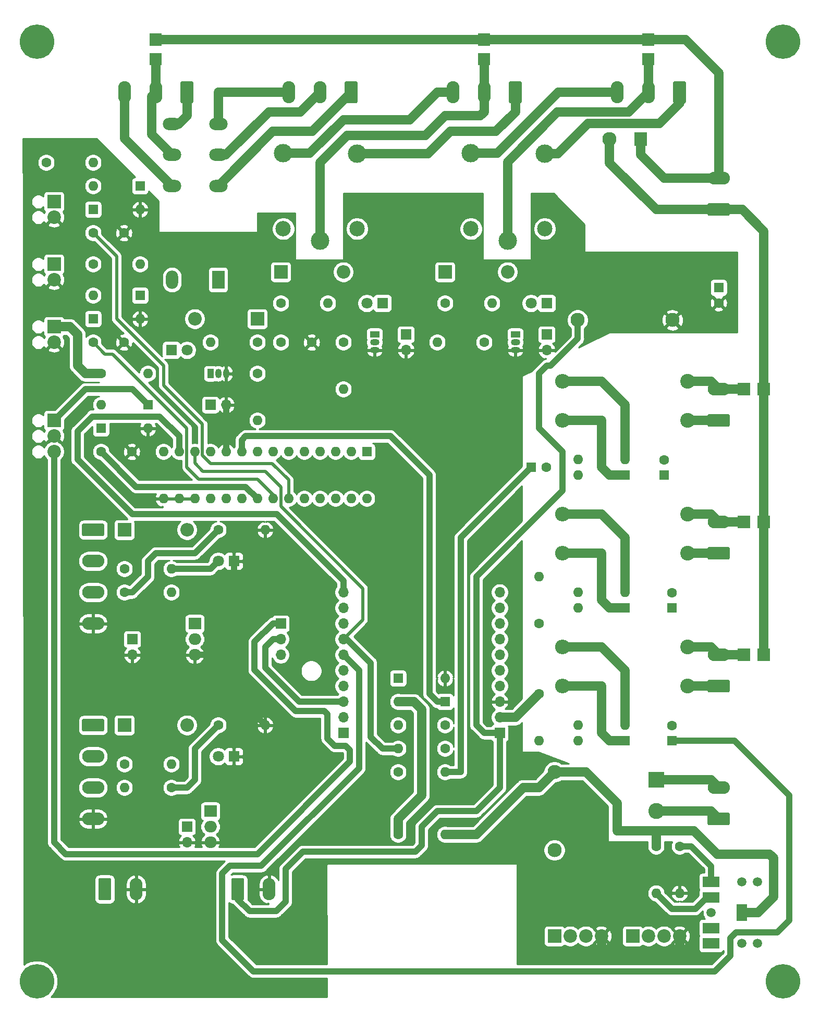
<source format=gbr>
%TF.GenerationSoftware,KiCad,Pcbnew,5.1.9-73d0e3b20d~88~ubuntu20.04.1*%
%TF.CreationDate,2021-02-20T21:13:30+01:00*%
%TF.ProjectId,NodeStandard,4e6f6465-5374-4616-9e64-6172642e6b69,V0.9*%
%TF.SameCoordinates,Original*%
%TF.FileFunction,Copper,L2,Bot*%
%TF.FilePolarity,Positive*%
%FSLAX46Y46*%
G04 Gerber Fmt 4.6, Leading zero omitted, Abs format (unit mm)*
G04 Created by KiCad (PCBNEW 5.1.9-73d0e3b20d~88~ubuntu20.04.1) date 2021-02-20 21:13:30*
%MOMM*%
%LPD*%
G01*
G04 APERTURE LIST*
%TA.AperFunction,WasherPad*%
%ADD10C,1.500000*%
%TD*%
%TA.AperFunction,ComponentPad*%
%ADD11R,1.800000X2.800000*%
%TD*%
%TA.AperFunction,ComponentPad*%
%ADD12R,2.800000X1.800000*%
%TD*%
%TA.AperFunction,ComponentPad*%
%ADD13C,5.600000*%
%TD*%
%TA.AperFunction,SMDPad,CuDef*%
%ADD14C,0.100000*%
%TD*%
%TA.AperFunction,ComponentPad*%
%ADD15O,1.600000X1.600000*%
%TD*%
%TA.AperFunction,ComponentPad*%
%ADD16C,1.600000*%
%TD*%
%TA.AperFunction,ComponentPad*%
%ADD17C,1.800000*%
%TD*%
%TA.AperFunction,ComponentPad*%
%ADD18R,1.800000X1.800000*%
%TD*%
%TA.AperFunction,ComponentPad*%
%ADD19O,3.000000X2.000000*%
%TD*%
%TA.AperFunction,ComponentPad*%
%ADD20O,2.000000X3.000000*%
%TD*%
%TA.AperFunction,ComponentPad*%
%ADD21R,2.000000X3.000000*%
%TD*%
%TA.AperFunction,ComponentPad*%
%ADD22O,1.700000X1.700000*%
%TD*%
%TA.AperFunction,ComponentPad*%
%ADD23R,1.700000X1.700000*%
%TD*%
%TA.AperFunction,ComponentPad*%
%ADD24C,2.200000*%
%TD*%
%TA.AperFunction,ComponentPad*%
%ADD25R,2.200000X2.200000*%
%TD*%
%TA.AperFunction,ComponentPad*%
%ADD26R,1.600000X1.600000*%
%TD*%
%TA.AperFunction,ComponentPad*%
%ADD27C,2.600000*%
%TD*%
%TA.AperFunction,ComponentPad*%
%ADD28R,2.600000X2.600000*%
%TD*%
%TA.AperFunction,ComponentPad*%
%ADD29O,2.400000X2.400000*%
%TD*%
%TA.AperFunction,ComponentPad*%
%ADD30C,2.400000*%
%TD*%
%TA.AperFunction,ComponentPad*%
%ADD31R,1.050000X1.500000*%
%TD*%
%TA.AperFunction,ComponentPad*%
%ADD32O,1.050000X1.500000*%
%TD*%
%TA.AperFunction,ComponentPad*%
%ADD33O,2.000000X1.905000*%
%TD*%
%TA.AperFunction,ComponentPad*%
%ADD34R,2.000000X1.905000*%
%TD*%
%TA.AperFunction,ComponentPad*%
%ADD35R,1.500000X1.050000*%
%TD*%
%TA.AperFunction,ComponentPad*%
%ADD36O,1.500000X1.050000*%
%TD*%
%TA.AperFunction,ComponentPad*%
%ADD37C,2.300000*%
%TD*%
%TA.AperFunction,ComponentPad*%
%ADD38R,2.000000X2.300000*%
%TD*%
%TA.AperFunction,ComponentPad*%
%ADD39C,3.000000*%
%TD*%
%TA.AperFunction,ComponentPad*%
%ADD40C,2.500000*%
%TD*%
%TA.AperFunction,ComponentPad*%
%ADD41O,2.080000X3.600000*%
%TD*%
%TA.AperFunction,ComponentPad*%
%ADD42O,3.600000X2.080000*%
%TD*%
%TA.AperFunction,ComponentPad*%
%ADD43O,2.200000X2.200000*%
%TD*%
%TA.AperFunction,Conductor*%
%ADD44C,1.000000*%
%TD*%
%TA.AperFunction,Conductor*%
%ADD45C,1.500000*%
%TD*%
%TA.AperFunction,Conductor*%
%ADD46C,0.500000*%
%TD*%
%TA.AperFunction,Conductor*%
%ADD47C,0.254000*%
%TD*%
%TA.AperFunction,Conductor*%
%ADD48C,0.100000*%
%TD*%
G04 APERTURE END LIST*
D10*
%TO.P,J2,*%
%TO.N,*%
X143560000Y-166370000D03*
X148560000Y-161370000D03*
X148560000Y-171370000D03*
X151060000Y-171370000D03*
X151060000Y-161370000D03*
D11*
%TO.P,J2,S*%
%TO.N,Net-(J2-PadS)*%
X148560000Y-166370000D03*
D12*
%TO.P,J2,T*%
%TO.N,Net-(C1-Pad1)*%
X143560000Y-161370000D03*
%TO.P,J2,R*%
%TO.N,Net-(J2-PadR)*%
X143560000Y-171370000D03*
%TO.P,J2,TN*%
%TO.N,Net-(J2-PadTN)*%
X143560000Y-163870000D03*
%TO.P,J2,RN*%
%TO.N,Net-(J2-PadRN)*%
X143560000Y-168870000D03*
%TD*%
D13*
%TO.P,REF\u002A\u002A,1*%
%TO.N,N/C*%
X155257500Y-177546000D03*
%TD*%
%TO.P,REF\u002A\u002A,1*%
%TO.N,N/C*%
X34036000Y-177546000D03*
%TD*%
%TO.P,REF\u002A\u002A,1*%
%TO.N,N/C*%
X155257500Y-24765000D03*
%TD*%
%TO.P,REF\u002A\u002A,1*%
%TO.N,N/C*%
X34036000Y-24765000D03*
%TD*%
%TA.AperFunction,SMDPad,CuDef*%
D14*
%TO.P,JP8,1*%
%TO.N,Net-(J24-Pad2)*%
G36*
X54340000Y-26635000D02*
G01*
X54340000Y-28635000D01*
X52340000Y-28635000D01*
X52340000Y-26635000D01*
X54340000Y-26635000D01*
G37*
%TD.AperFunction*%
%TA.AperFunction,SMDPad,CuDef*%
%TO.P,JP8,2*%
%TO.N,230VAC-L*%
G36*
X54340000Y-23435000D02*
G01*
X54340000Y-25435000D01*
X52340000Y-25435000D01*
X52340000Y-23435000D01*
X54340000Y-23435000D01*
G37*
%TD.AperFunction*%
%TD*%
%TA.AperFunction,SMDPad,CuDef*%
%TO.P,JP5,1*%
%TO.N,Net-(J14-Pad2)*%
G36*
X107680000Y-26635000D02*
G01*
X107680000Y-28635000D01*
X105680000Y-28635000D01*
X105680000Y-26635000D01*
X107680000Y-26635000D01*
G37*
%TD.AperFunction*%
%TA.AperFunction,SMDPad,CuDef*%
%TO.P,JP5,2*%
%TO.N,230VAC-L*%
G36*
X107680000Y-23435000D02*
G01*
X107680000Y-25435000D01*
X105680000Y-25435000D01*
X105680000Y-23435000D01*
X107680000Y-23435000D01*
G37*
%TD.AperFunction*%
%TD*%
%TA.AperFunction,SMDPad,CuDef*%
%TO.P,JP4,1*%
%TO.N,Net-(J13-Pad2)*%
G36*
X134350000Y-26635000D02*
G01*
X134350000Y-28635000D01*
X132350000Y-28635000D01*
X132350000Y-26635000D01*
X134350000Y-26635000D01*
G37*
%TD.AperFunction*%
%TA.AperFunction,SMDPad,CuDef*%
%TO.P,JP4,2*%
%TO.N,230VAC-L*%
G36*
X134350000Y-23435000D02*
G01*
X134350000Y-25435000D01*
X132350000Y-25435000D01*
X132350000Y-23435000D01*
X134350000Y-23435000D01*
G37*
%TD.AperFunction*%
%TD*%
%TA.AperFunction,SMDPad,CuDef*%
%TO.P,JP3,1*%
%TO.N,Net-(J12-Pad2)*%
G36*
X149895000Y-82280000D02*
G01*
X147895000Y-82280000D01*
X147895000Y-80280000D01*
X149895000Y-80280000D01*
X149895000Y-82280000D01*
G37*
%TD.AperFunction*%
%TA.AperFunction,SMDPad,CuDef*%
%TO.P,JP3,2*%
%TO.N,230VAC-N*%
G36*
X153095000Y-82280000D02*
G01*
X151095000Y-82280000D01*
X151095000Y-80280000D01*
X153095000Y-80280000D01*
X153095000Y-82280000D01*
G37*
%TD.AperFunction*%
%TD*%
%TA.AperFunction,SMDPad,CuDef*%
%TO.P,JP2,1*%
%TO.N,Net-(J11-Pad2)*%
G36*
X149895000Y-103870000D02*
G01*
X147895000Y-103870000D01*
X147895000Y-101870000D01*
X149895000Y-101870000D01*
X149895000Y-103870000D01*
G37*
%TD.AperFunction*%
%TA.AperFunction,SMDPad,CuDef*%
%TO.P,JP2,2*%
%TO.N,230VAC-N*%
G36*
X153095000Y-103870000D02*
G01*
X151095000Y-103870000D01*
X151095000Y-101870000D01*
X153095000Y-101870000D01*
X153095000Y-103870000D01*
G37*
%TD.AperFunction*%
%TD*%
%TA.AperFunction,SMDPad,CuDef*%
%TO.P,JP1,1*%
%TO.N,Net-(J10-Pad2)*%
G36*
X149895000Y-125460000D02*
G01*
X147895000Y-125460000D01*
X147895000Y-123460000D01*
X149895000Y-123460000D01*
X149895000Y-125460000D01*
G37*
%TD.AperFunction*%
%TA.AperFunction,SMDPad,CuDef*%
%TO.P,JP1,2*%
%TO.N,230VAC-N*%
G36*
X153095000Y-125460000D02*
G01*
X151095000Y-125460000D01*
X151095000Y-123460000D01*
X153095000Y-123460000D01*
X153095000Y-125460000D01*
G37*
%TD.AperFunction*%
%TD*%
D15*
%TO.P,R3,2*%
%TO.N,Net-(J2-PadS)*%
X100330000Y-153670000D03*
D16*
%TO.P,R3,1*%
%TO.N,Net-(D1-Pad2)*%
X92710000Y-153670000D03*
%TD*%
D17*
%TO.P,D17,2*%
%TO.N,Net-(D17-Pad2)*%
X58420000Y-74930000D03*
D18*
%TO.P,D17,1*%
%TO.N,Net-(D17-Pad1)*%
X55880000Y-74930000D03*
%TD*%
D19*
%TO.P,K3,14*%
%TO.N,Net-(J23-Pad3)*%
X63500000Y-38160000D03*
%TO.P,K3,21*%
%TO.N,Net-(J24-Pad2)*%
X56000000Y-43200000D03*
%TO.P,K3,12*%
%TO.N,Net-(J23-Pad1)*%
X63500000Y-48240000D03*
%TO.P,K3,22*%
%TO.N,Net-(J24-Pad3)*%
X56000000Y-48240000D03*
%TO.P,K3,24*%
%TO.N,Net-(J24-Pad1)*%
X56000000Y-38160000D03*
%TO.P,K3,11*%
%TO.N,Net-(J23-Pad2)*%
X63500000Y-43200000D03*
D20*
%TO.P,K3,A2*%
%TO.N,Net-(D17-Pad1)*%
X56000000Y-63500000D03*
D21*
%TO.P,K3,A1*%
%TO.N,+5V*%
X63500000Y-63500000D03*
%TD*%
D22*
%TO.P,J29,3*%
%TO.N,Net-(D1-Pad2)*%
X73660000Y-124460000D03*
%TO.P,J29,2*%
%TO.N,GPI35*%
X73660000Y-121920000D03*
D23*
%TO.P,J29,1*%
%TO.N,Net-(J28-Pad3)*%
X73660000Y-119380000D03*
%TD*%
D24*
%TO.P,J28,3*%
%TO.N,Net-(J28-Pad3)*%
X36830000Y-91440000D03*
%TO.P,J28,2*%
%TO.N,GND*%
X36830000Y-88900000D03*
D25*
%TO.P,J28,1*%
%TO.N,+3V3*%
X36830000Y-86360000D03*
%TD*%
D24*
%TO.P,J17,2*%
%TO.N,GND*%
X36830000Y-73660000D03*
D25*
%TO.P,J17,1*%
%TO.N,Net-(J17-Pad1)*%
X36830000Y-71120000D03*
%TD*%
D24*
%TO.P,J16,2*%
%TO.N,GND*%
X36830000Y-63500000D03*
D25*
%TO.P,J16,1*%
%TO.N,Net-(J16-Pad1)*%
X36830000Y-60960000D03*
%TD*%
D24*
%TO.P,J15,2*%
%TO.N,GND*%
X36830000Y-53340000D03*
D25*
%TO.P,J15,1*%
%TO.N,Net-(J15-Pad1)*%
X36830000Y-50800000D03*
%TD*%
D24*
%TO.P,J6,4*%
%TO.N,GND*%
X125730000Y-170180000D03*
%TO.P,J6,3*%
%TO.N,+3V3*%
X123190000Y-170180000D03*
%TO.P,J6,2*%
%TO.N,GPIO13_I2C-SDA*%
X120650000Y-170180000D03*
D25*
%TO.P,J6,1*%
%TO.N,GPIO16_I2C-SCL*%
X118110000Y-170180000D03*
%TD*%
D24*
%TO.P,J5,4*%
%TO.N,GND*%
X138430000Y-170180000D03*
%TO.P,J5,3*%
%TO.N,+3V3*%
X135890000Y-170180000D03*
%TO.P,J5,2*%
%TO.N,GPIO16_I2C-SCL*%
X133350000Y-170180000D03*
D25*
%TO.P,J5,1*%
%TO.N,GPIO13_I2C-SDA*%
X130810000Y-170180000D03*
%TD*%
D15*
%TO.P,OK3,4*%
%TO.N,GPI36_U1RXD*%
X121920000Y-95250000D03*
%TO.P,OK3,2*%
%TO.N,Net-(OK3-Pad2)*%
X129540000Y-92710000D03*
%TO.P,OK3,3*%
%TO.N,GND*%
X121920000Y-92710000D03*
D26*
%TO.P,OK3,1*%
%TO.N,Net-(OK3-Pad1)*%
X129540000Y-95250000D03*
%TD*%
D15*
%TO.P,OK2,4*%
%TO.N,GPIO33*%
X121920000Y-116840000D03*
%TO.P,OK2,2*%
%TO.N,Net-(OK2-Pad2)*%
X129540000Y-114300000D03*
%TO.P,OK2,3*%
%TO.N,GND*%
X121920000Y-114300000D03*
D26*
%TO.P,OK2,1*%
%TO.N,Net-(OK2-Pad1)*%
X129540000Y-116840000D03*
%TD*%
D15*
%TO.P,OK1,4*%
%TO.N,GPIO32*%
X121920000Y-138430000D03*
%TO.P,OK1,2*%
%TO.N,Net-(OK1-Pad2)*%
X129540000Y-135890000D03*
%TO.P,OK1,3*%
%TO.N,GND*%
X121920000Y-135890000D03*
D26*
%TO.P,OK1,1*%
%TO.N,Net-(OK1-Pad1)*%
X129540000Y-138430000D03*
%TD*%
D27*
%TO.P,J3,2*%
%TO.N,Net-(J1-Pad1)*%
X134620000Y-149860000D03*
D28*
%TO.P,J3,1*%
%TO.N,Net-(J1-Pad2)*%
X134620000Y-144780000D03*
%TD*%
D15*
%TO.P,U1,28*%
%TO.N,Net-(U1-Pad28)*%
X87630000Y-99060000D03*
%TO.P,U1,14*%
%TO.N,Net-(U1-Pad14)*%
X54610000Y-91440000D03*
%TO.P,U1,27*%
%TO.N,Net-(U1-Pad27)*%
X85090000Y-99060000D03*
%TO.P,U1,13*%
%TO.N,GPIO13_I2C-SDA*%
X57150000Y-91440000D03*
%TO.P,U1,26*%
%TO.N,Net-(U1-Pad26)*%
X82550000Y-99060000D03*
%TO.P,U1,12*%
%TO.N,GPIO16_I2C-SCL*%
X59690000Y-91440000D03*
%TO.P,U1,25*%
%TO.N,Net-(U1-Pad25)*%
X80010000Y-99060000D03*
%TO.P,U1,11*%
%TO.N,Net-(U1-Pad11)*%
X62230000Y-91440000D03*
%TO.P,U1,24*%
%TO.N,Net-(U1-Pad24)*%
X77470000Y-99060000D03*
%TO.P,U1,10*%
%TO.N,GND*%
X64770000Y-91440000D03*
%TO.P,U1,23*%
%TO.N,Switch3*%
X74930000Y-99060000D03*
%TO.P,U1,9*%
%TO.N,+3V3*%
X67310000Y-91440000D03*
%TO.P,U1,22*%
%TO.N,Switch2*%
X72390000Y-99060000D03*
%TO.P,U1,8*%
%TO.N,Net-(U1-Pad8)*%
X69850000Y-91440000D03*
%TO.P,U1,21*%
%TO.N,Switch1*%
X69850000Y-99060000D03*
%TO.P,U1,7*%
%TO.N,Net-(U1-Pad7)*%
X72390000Y-91440000D03*
%TO.P,U1,20*%
%TO.N,Net-(U1-Pad20)*%
X67310000Y-99060000D03*
%TO.P,U1,6*%
%TO.N,Net-(U1-Pad6)*%
X74930000Y-91440000D03*
%TO.P,U1,19*%
%TO.N,Net-(U1-Pad19)*%
X64770000Y-99060000D03*
%TO.P,U1,5*%
%TO.N,FET2*%
X77470000Y-91440000D03*
%TO.P,U1,18*%
%TO.N,+3V3*%
X62230000Y-99060000D03*
%TO.P,U1,4*%
%TO.N,FET1*%
X80010000Y-91440000D03*
%TO.P,U1,17*%
%TO.N,GND*%
X59690000Y-99060000D03*
%TO.P,U1,3*%
%TO.N,Relay3*%
X82550000Y-91440000D03*
%TO.P,U1,16*%
%TO.N,GND*%
X57150000Y-99060000D03*
%TO.P,U1,2*%
%TO.N,Relay2*%
X85090000Y-91440000D03*
%TO.P,U1,15*%
%TO.N,GND*%
X54610000Y-99060000D03*
D26*
%TO.P,U1,1*%
%TO.N,Relay1*%
X87630000Y-91440000D03*
%TD*%
D15*
%TO.P,R29,2*%
%TO.N,Net-(D17-Pad2)*%
X62230000Y-73660000D03*
D16*
%TO.P,R29,1*%
%TO.N,+5V*%
X69850000Y-73660000D03*
%TD*%
D15*
%TO.P,R28,2*%
%TO.N,Relay3*%
X69850000Y-86360000D03*
D16*
%TO.P,R28,1*%
%TO.N,Net-(Q5-Pad2)*%
X69850000Y-78740000D03*
%TD*%
D15*
%TO.P,R8,2*%
%TO.N,GPIO33*%
X115570000Y-111760000D03*
D16*
%TO.P,R8,1*%
%TO.N,+3V3*%
X115570000Y-119380000D03*
%TD*%
D15*
%TO.P,R7,2*%
%TO.N,GPIO32*%
X115570000Y-138430000D03*
D16*
%TO.P,R7,1*%
%TO.N,+3V3*%
X115570000Y-130810000D03*
%TD*%
D15*
%TO.P,R27,2*%
%TO.N,GND*%
X71120000Y-104140000D03*
D16*
%TO.P,R27,1*%
%TO.N,Net-(Q4-Pad1)*%
X63500000Y-104140000D03*
%TD*%
D15*
%TO.P,R26,2*%
%TO.N,GND*%
X71120000Y-135890000D03*
D16*
%TO.P,R26,1*%
%TO.N,Net-(Q3-Pad1)*%
X63500000Y-135890000D03*
%TD*%
D15*
%TO.P,R25,2*%
%TO.N,FET2*%
X55880000Y-114300000D03*
D16*
%TO.P,R25,1*%
%TO.N,Net-(Q4-Pad1)*%
X48260000Y-114300000D03*
%TD*%
D15*
%TO.P,R24,2*%
%TO.N,FET1*%
X48260000Y-146050000D03*
D16*
%TO.P,R24,1*%
%TO.N,Net-(Q3-Pad1)*%
X55880000Y-146050000D03*
%TD*%
D15*
%TO.P,R19,2*%
%TO.N,Switch3*%
X43180000Y-44450000D03*
D16*
%TO.P,R19,1*%
%TO.N,Net-(J15-Pad1)*%
X35560000Y-44450000D03*
%TD*%
D15*
%TO.P,R20,2*%
%TO.N,Switch2*%
X50800000Y-60960000D03*
D16*
%TO.P,R20,1*%
%TO.N,Net-(J16-Pad1)*%
X43180000Y-60960000D03*
%TD*%
D15*
%TO.P,R23,2*%
%TO.N,Net-(D14-Pad2)*%
X55880000Y-110490000D03*
D16*
%TO.P,R23,1*%
%TO.N,FET2*%
X48260000Y-110490000D03*
%TD*%
D15*
%TO.P,R22,2*%
%TO.N,Net-(D13-Pad2)*%
X55880000Y-142240000D03*
D16*
%TO.P,R22,1*%
%TO.N,FET1*%
X48260000Y-142240000D03*
%TD*%
D29*
%TO.P,R18,2*%
%TO.N,Net-(OK3-Pad2)*%
X119380000Y-80010000D03*
D30*
%TO.P,R18,1*%
%TO.N,Net-(J12-Pad2)*%
X139700000Y-80010000D03*
%TD*%
D29*
%TO.P,R17,2*%
%TO.N,Net-(OK3-Pad1)*%
X119380000Y-86360000D03*
D30*
%TO.P,R17,1*%
%TO.N,Net-(J12-Pad1)*%
X139700000Y-86360000D03*
%TD*%
D15*
%TO.P,R12,2*%
%TO.N,Net-(D4-Pad2)*%
X81280000Y-67310000D03*
D16*
%TO.P,R12,1*%
%TO.N,+5V*%
X73660000Y-67310000D03*
%TD*%
D15*
%TO.P,R10,2*%
%TO.N,Relay2*%
X83820000Y-81280000D03*
D16*
%TO.P,R10,1*%
%TO.N,Net-(Q2-Pad2)*%
X83820000Y-73660000D03*
%TD*%
D15*
%TO.P,R6,2*%
%TO.N,GND*%
X138430000Y-163195000D03*
D16*
%TO.P,R6,1*%
%TO.N,Net-(C1-Pad1)*%
X138430000Y-155575000D03*
%TD*%
D15*
%TO.P,R9,2*%
%TO.N,Relay1*%
X99060000Y-73660000D03*
D16*
%TO.P,R9,1*%
%TO.N,Net-(Q1-Pad2)*%
X106680000Y-73660000D03*
%TD*%
D15*
%TO.P,R11,2*%
%TO.N,Net-(D3-Pad2)*%
X107950000Y-67310000D03*
D16*
%TO.P,R11,1*%
%TO.N,+5V*%
X100330000Y-67310000D03*
%TD*%
D29*
%TO.P,R15,2*%
%TO.N,Net-(OK2-Pad1)*%
X119380000Y-107950000D03*
D30*
%TO.P,R15,1*%
%TO.N,Net-(J11-Pad1)*%
X139700000Y-107950000D03*
%TD*%
D29*
%TO.P,R16,2*%
%TO.N,Net-(OK2-Pad2)*%
X119380000Y-101600000D03*
D30*
%TO.P,R16,1*%
%TO.N,Net-(J11-Pad2)*%
X139700000Y-101600000D03*
%TD*%
D29*
%TO.P,R13,2*%
%TO.N,Net-(OK1-Pad1)*%
X119380000Y-129540000D03*
D30*
%TO.P,R13,1*%
%TO.N,Net-(J10-Pad1)*%
X139700000Y-129540000D03*
%TD*%
D29*
%TO.P,R14,2*%
%TO.N,Net-(OK1-Pad2)*%
X119380000Y-123190000D03*
D30*
%TO.P,R14,1*%
%TO.N,Net-(J10-Pad2)*%
X139700000Y-123190000D03*
%TD*%
D15*
%TO.P,R5,2*%
%TO.N,Net-(C1-Pad1)*%
X100330000Y-143510000D03*
D16*
%TO.P,R5,1*%
%TO.N,+3V3*%
X92710000Y-143510000D03*
%TD*%
D15*
%TO.P,R4,2*%
%TO.N,GPIO16_I2C-SCL*%
X92710000Y-139700000D03*
D16*
%TO.P,R4,1*%
%TO.N,+3V3*%
X100330000Y-139700000D03*
%TD*%
D15*
%TO.P,R21,2*%
%TO.N,Switch1*%
X52070000Y-78740000D03*
D16*
%TO.P,R21,1*%
%TO.N,Net-(J17-Pad1)*%
X44450000Y-78740000D03*
%TD*%
D15*
%TO.P,R2,2*%
%TO.N,GPIO13_I2C-SDA*%
X92710000Y-135890000D03*
D16*
%TO.P,R2,1*%
%TO.N,+3V3*%
X100330000Y-135890000D03*
%TD*%
D15*
%TO.P,R1,2*%
%TO.N,Net-(J2-PadTN)*%
X134620000Y-163195000D03*
D16*
%TO.P,R1,1*%
%TO.N,Net-(J2-PadS)*%
X134620000Y-155575000D03*
%TD*%
D31*
%TO.P,Q5,1*%
%TO.N,Net-(D17-Pad1)*%
X62230000Y-78740000D03*
D32*
%TO.P,Q5,3*%
%TO.N,GND*%
X64770000Y-78740000D03*
%TO.P,Q5,2*%
%TO.N,Net-(Q5-Pad2)*%
X63500000Y-78740000D03*
%TD*%
D33*
%TO.P,Q4,3*%
%TO.N,GND*%
X59690000Y-124460000D03*
%TO.P,Q4,2*%
%TO.N,Net-(D16-Pad2)*%
X59690000Y-121920000D03*
D34*
%TO.P,Q4,1*%
%TO.N,Net-(Q4-Pad1)*%
X59690000Y-119380000D03*
%TD*%
D33*
%TO.P,Q3,3*%
%TO.N,GND*%
X62230000Y-154940000D03*
%TO.P,Q3,2*%
%TO.N,Net-(D15-Pad2)*%
X62230000Y-152400000D03*
D34*
%TO.P,Q3,1*%
%TO.N,Net-(Q3-Pad1)*%
X62230000Y-149860000D03*
%TD*%
D35*
%TO.P,Q1,1*%
%TO.N,Net-(D3-Pad1)*%
X111760000Y-72390000D03*
D36*
%TO.P,Q1,3*%
%TO.N,GND*%
X111760000Y-74930000D03*
%TO.P,Q1,2*%
%TO.N,Net-(Q1-Pad2)*%
X111760000Y-73660000D03*
%TD*%
D35*
%TO.P,Q2,1*%
%TO.N,Net-(D4-Pad1)*%
X88900000Y-72390000D03*
D36*
%TO.P,Q2,3*%
%TO.N,GND*%
X88900000Y-74930000D03*
%TO.P,Q2,2*%
%TO.N,Net-(Q2-Pad2)*%
X88900000Y-73660000D03*
%TD*%
D37*
%TO.P,PS1,4*%
%TO.N,+5V*%
X121880000Y-70040000D03*
%TO.P,PS1,2*%
%TO.N,230VAC-N*%
X127080000Y-40640000D03*
D38*
%TO.P,PS1,1*%
%TO.N,230VAC-L*%
X132080000Y-40640000D03*
D37*
%TO.P,PS1,3*%
%TO.N,GND*%
X137280000Y-70040000D03*
%TD*%
%TO.P,L1,1*%
%TO.N,Net-(J2-PadTN)*%
X118110000Y-156210000D03*
%TO.P,L1,2*%
%TO.N,Net-(J2-PadS)*%
X118110000Y-143510000D03*
%TD*%
D39*
%TO.P,K2,1*%
%TO.N,Net-(J14-Pad2)*%
X80010000Y-57150000D03*
D40*
%TO.P,K2,5*%
%TO.N,+5V*%
X74060000Y-55200000D03*
D39*
%TO.P,K2,4*%
%TO.N,Net-(J14-Pad3)*%
X74010000Y-42950000D03*
%TO.P,K2,3*%
%TO.N,Net-(J14-Pad1)*%
X86060000Y-43000000D03*
D40*
%TO.P,K2,2*%
%TO.N,Net-(D4-Pad1)*%
X86060000Y-55200000D03*
%TD*%
D39*
%TO.P,K1,1*%
%TO.N,Net-(J13-Pad2)*%
X110490000Y-57150000D03*
D40*
%TO.P,K1,5*%
%TO.N,+5V*%
X104540000Y-55200000D03*
D39*
%TO.P,K1,4*%
%TO.N,Net-(J13-Pad3)*%
X104490000Y-42950000D03*
%TO.P,K1,3*%
%TO.N,Net-(J13-Pad1)*%
X116540000Y-43000000D03*
D40*
%TO.P,K1,2*%
%TO.N,Net-(D3-Pad1)*%
X116540000Y-55200000D03*
%TD*%
D41*
%TO.P,J24,3*%
%TO.N,Net-(J24-Pad3)*%
X48260000Y-33020000D03*
%TO.P,J24,2*%
%TO.N,Net-(J24-Pad2)*%
X53340000Y-33020000D03*
%TO.P,J24,1*%
%TO.N,Net-(J24-Pad1)*%
%TA.AperFunction,ComponentPad*%
G36*
G01*
X59460000Y-31469997D02*
X59460000Y-34570003D01*
G75*
G02*
X59210003Y-34820000I-249997J0D01*
G01*
X57629997Y-34820000D01*
G75*
G02*
X57380000Y-34570003I0J249997D01*
G01*
X57380000Y-31469997D01*
G75*
G02*
X57629997Y-31220000I249997J0D01*
G01*
X59210003Y-31220000D01*
G75*
G02*
X59460000Y-31469997I0J-249997D01*
G01*
G37*
%TD.AperFunction*%
%TD*%
%TO.P,J23,3*%
%TO.N,Net-(J23-Pad3)*%
X74930000Y-33020000D03*
%TO.P,J23,2*%
%TO.N,Net-(J23-Pad2)*%
X80010000Y-33020000D03*
%TO.P,J23,1*%
%TO.N,Net-(J23-Pad1)*%
%TA.AperFunction,ComponentPad*%
G36*
G01*
X86130000Y-31469997D02*
X86130000Y-34570003D01*
G75*
G02*
X85880003Y-34820000I-249997J0D01*
G01*
X84299997Y-34820000D01*
G75*
G02*
X84050000Y-34570003I0J249997D01*
G01*
X84050000Y-31469997D01*
G75*
G02*
X84299997Y-31220000I249997J0D01*
G01*
X85880003Y-31220000D01*
G75*
G02*
X86130000Y-31469997I0J-249997D01*
G01*
G37*
%TD.AperFunction*%
%TD*%
D22*
%TO.P,J22,2*%
%TO.N,GND*%
X64770000Y-83820000D03*
D23*
%TO.P,J22,1*%
%TO.N,Net-(D17-Pad1)*%
X62230000Y-83820000D03*
%TD*%
D41*
%TO.P,J27,2*%
%TO.N,GND*%
X50165000Y-162560000D03*
%TO.P,J27,1*%
%TO.N,ExternalDCPower*%
%TA.AperFunction,ComponentPad*%
G36*
G01*
X44045000Y-164110003D02*
X44045000Y-161009997D01*
G75*
G02*
X44294997Y-160760000I249997J0D01*
G01*
X45875003Y-160760000D01*
G75*
G02*
X46125000Y-161009997I0J-249997D01*
G01*
X46125000Y-164110003D01*
G75*
G02*
X45875003Y-164360000I-249997J0D01*
G01*
X44294997Y-164360000D01*
G75*
G02*
X44045000Y-164110003I0J249997D01*
G01*
G37*
%TD.AperFunction*%
%TD*%
%TO.P,J26,2*%
%TO.N,GND*%
X71755000Y-162560000D03*
%TO.P,J26,1*%
%TO.N,+5V*%
%TA.AperFunction,ComponentPad*%
G36*
G01*
X65635000Y-164110003D02*
X65635000Y-161009997D01*
G75*
G02*
X65884997Y-160760000I249997J0D01*
G01*
X67465003Y-160760000D01*
G75*
G02*
X67715000Y-161009997I0J-249997D01*
G01*
X67715000Y-164110003D01*
G75*
G02*
X67465003Y-164360000I-249997J0D01*
G01*
X65884997Y-164360000D01*
G75*
G02*
X65635000Y-164110003I0J249997D01*
G01*
G37*
%TD.AperFunction*%
%TD*%
D42*
%TO.P,J25,2*%
%TO.N,230VAC-L*%
X144780000Y-46990000D03*
%TO.P,J25,1*%
%TO.N,230VAC-N*%
%TA.AperFunction,ComponentPad*%
G36*
G01*
X146330003Y-53110000D02*
X143229997Y-53110000D01*
G75*
G02*
X142980000Y-52860003I0J249997D01*
G01*
X142980000Y-51279997D01*
G75*
G02*
X143229997Y-51030000I249997J0D01*
G01*
X146330003Y-51030000D01*
G75*
G02*
X146580000Y-51279997I0J-249997D01*
G01*
X146580000Y-52860003D01*
G75*
G02*
X146330003Y-53110000I-249997J0D01*
G01*
G37*
%TD.AperFunction*%
%TD*%
%TO.P,J21,4*%
%TO.N,GND*%
X43180000Y-119380000D03*
%TO.P,J21,3*%
%TO.N,Net-(D16-Pad2)*%
X43180000Y-114300000D03*
%TO.P,J21,2*%
%TO.N,Net-(D16-Pad1)*%
X43180000Y-109220000D03*
%TO.P,J21,1*%
%TA.AperFunction,ComponentPad*%
G36*
G01*
X41629997Y-103100000D02*
X44730003Y-103100000D01*
G75*
G02*
X44980000Y-103349997I0J-249997D01*
G01*
X44980000Y-104930003D01*
G75*
G02*
X44730003Y-105180000I-249997J0D01*
G01*
X41629997Y-105180000D01*
G75*
G02*
X41380000Y-104930003I0J249997D01*
G01*
X41380000Y-103349997D01*
G75*
G02*
X41629997Y-103100000I249997J0D01*
G01*
G37*
%TD.AperFunction*%
%TD*%
%TO.P,J20,4*%
%TO.N,GND*%
X43180000Y-151130000D03*
%TO.P,J20,3*%
%TO.N,Net-(D15-Pad2)*%
X43180000Y-146050000D03*
%TO.P,J20,2*%
%TO.N,Net-(D15-Pad1)*%
X43180000Y-140970000D03*
%TO.P,J20,1*%
%TA.AperFunction,ComponentPad*%
G36*
G01*
X41629997Y-134850000D02*
X44730003Y-134850000D01*
G75*
G02*
X44980000Y-135099997I0J-249997D01*
G01*
X44980000Y-136680003D01*
G75*
G02*
X44730003Y-136930000I-249997J0D01*
G01*
X41629997Y-136930000D01*
G75*
G02*
X41380000Y-136680003I0J249997D01*
G01*
X41380000Y-135099997D01*
G75*
G02*
X41629997Y-134850000I249997J0D01*
G01*
G37*
%TD.AperFunction*%
%TD*%
D22*
%TO.P,J19,2*%
%TO.N,GND*%
X49530000Y-124460000D03*
D23*
%TO.P,J19,1*%
%TO.N,Net-(D16-Pad2)*%
X49530000Y-121920000D03*
%TD*%
D22*
%TO.P,J8,2*%
%TO.N,GND*%
X116840000Y-74930000D03*
D23*
%TO.P,J8,1*%
%TO.N,Net-(D3-Pad1)*%
X116840000Y-72390000D03*
%TD*%
D22*
%TO.P,J18,2*%
%TO.N,GND*%
X58420000Y-154940000D03*
D23*
%TO.P,J18,1*%
%TO.N,Net-(D15-Pad2)*%
X58420000Y-152400000D03*
%TD*%
D42*
%TO.P,J11,2*%
%TO.N,Net-(J11-Pad2)*%
X144780000Y-102870000D03*
%TO.P,J11,1*%
%TO.N,Net-(J11-Pad1)*%
%TA.AperFunction,ComponentPad*%
G36*
G01*
X146330003Y-108990000D02*
X143229997Y-108990000D01*
G75*
G02*
X142980000Y-108740003I0J249997D01*
G01*
X142980000Y-107159997D01*
G75*
G02*
X143229997Y-106910000I249997J0D01*
G01*
X146330003Y-106910000D01*
G75*
G02*
X146580000Y-107159997I0J-249997D01*
G01*
X146580000Y-108740003D01*
G75*
G02*
X146330003Y-108990000I-249997J0D01*
G01*
G37*
%TD.AperFunction*%
%TD*%
%TO.P,J10,2*%
%TO.N,Net-(J10-Pad2)*%
X144780000Y-124460000D03*
%TO.P,J10,1*%
%TO.N,Net-(J10-Pad1)*%
%TA.AperFunction,ComponentPad*%
G36*
G01*
X146330003Y-130580000D02*
X143229997Y-130580000D01*
G75*
G02*
X142980000Y-130330003I0J249997D01*
G01*
X142980000Y-128749997D01*
G75*
G02*
X143229997Y-128500000I249997J0D01*
G01*
X146330003Y-128500000D01*
G75*
G02*
X146580000Y-128749997I0J-249997D01*
G01*
X146580000Y-130330003D01*
G75*
G02*
X146330003Y-130580000I-249997J0D01*
G01*
G37*
%TD.AperFunction*%
%TD*%
D41*
%TO.P,J14,3*%
%TO.N,Net-(J14-Pad3)*%
X101600000Y-33020000D03*
%TO.P,J14,2*%
%TO.N,Net-(J14-Pad2)*%
X106680000Y-33020000D03*
%TO.P,J14,1*%
%TO.N,Net-(J14-Pad1)*%
%TA.AperFunction,ComponentPad*%
G36*
G01*
X112800000Y-31469997D02*
X112800000Y-34570003D01*
G75*
G02*
X112550003Y-34820000I-249997J0D01*
G01*
X110969997Y-34820000D01*
G75*
G02*
X110720000Y-34570003I0J249997D01*
G01*
X110720000Y-31469997D01*
G75*
G02*
X110969997Y-31220000I249997J0D01*
G01*
X112550003Y-31220000D01*
G75*
G02*
X112800000Y-31469997I0J-249997D01*
G01*
G37*
%TD.AperFunction*%
%TD*%
%TO.P,J13,3*%
%TO.N,Net-(J13-Pad3)*%
X128270000Y-33020000D03*
%TO.P,J13,2*%
%TO.N,Net-(J13-Pad2)*%
X133350000Y-33020000D03*
%TO.P,J13,1*%
%TO.N,Net-(J13-Pad1)*%
%TA.AperFunction,ComponentPad*%
G36*
G01*
X139470000Y-31469997D02*
X139470000Y-34570003D01*
G75*
G02*
X139220003Y-34820000I-249997J0D01*
G01*
X137639997Y-34820000D01*
G75*
G02*
X137390000Y-34570003I0J249997D01*
G01*
X137390000Y-31469997D01*
G75*
G02*
X137639997Y-31220000I249997J0D01*
G01*
X139220003Y-31220000D01*
G75*
G02*
X139470000Y-31469997I0J-249997D01*
G01*
G37*
%TD.AperFunction*%
%TD*%
D42*
%TO.P,J12,2*%
%TO.N,Net-(J12-Pad2)*%
X144780000Y-81280000D03*
%TO.P,J12,1*%
%TO.N,Net-(J12-Pad1)*%
%TA.AperFunction,ComponentPad*%
G36*
G01*
X146330003Y-87400000D02*
X143229997Y-87400000D01*
G75*
G02*
X142980000Y-87150003I0J249997D01*
G01*
X142980000Y-85569997D01*
G75*
G02*
X143229997Y-85320000I249997J0D01*
G01*
X146330003Y-85320000D01*
G75*
G02*
X146580000Y-85569997I0J-249997D01*
G01*
X146580000Y-87150003D01*
G75*
G02*
X146330003Y-87400000I-249997J0D01*
G01*
G37*
%TD.AperFunction*%
%TD*%
D22*
%TO.P,J9,2*%
%TO.N,GND*%
X93980000Y-74930000D03*
D23*
%TO.P,J9,1*%
%TO.N,Net-(D4-Pad1)*%
X93980000Y-72390000D03*
%TD*%
D42*
%TO.P,J1,2*%
%TO.N,Net-(J1-Pad2)*%
X144780000Y-146050000D03*
%TO.P,J1,1*%
%TO.N,Net-(J1-Pad1)*%
%TA.AperFunction,ComponentPad*%
G36*
G01*
X146330003Y-152170000D02*
X143229997Y-152170000D01*
G75*
G02*
X142980000Y-151920003I0J249997D01*
G01*
X142980000Y-150339997D01*
G75*
G02*
X143229997Y-150090000I249997J0D01*
G01*
X146330003Y-150090000D01*
G75*
G02*
X146580000Y-150339997I0J-249997D01*
G01*
X146580000Y-151920003D01*
G75*
G02*
X146330003Y-152170000I-249997J0D01*
G01*
G37*
%TD.AperFunction*%
%TD*%
D22*
%TO.P,J7,10*%
%TO.N,GPIO13_I2C-SDA*%
X83820000Y-114300000D03*
%TO.P,J7,9*%
%TO.N,GPIO14_HS2_CLK*%
X83820000Y-116840000D03*
%TO.P,J7,8*%
%TO.N,GPIO15_HS2_CMD*%
X83820000Y-119380000D03*
%TO.P,J7,7*%
%TO.N,GPIO16_I2C-SCL*%
X83820000Y-121920000D03*
%TO.P,J7,6*%
%TO.N,GPIO32*%
X83820000Y-124460000D03*
%TO.P,J7,5*%
%TO.N,GPIO33*%
X83820000Y-127000000D03*
%TO.P,J7,4*%
%TO.N,GPI34_BUT1*%
X83820000Y-129540000D03*
%TO.P,J7,3*%
%TO.N,GPI35*%
X83820000Y-132080000D03*
%TO.P,J7,2*%
%TO.N,GPI36_U1RXD*%
X83820000Y-134620000D03*
D23*
%TO.P,J7,1*%
%TO.N,GPI39*%
X83820000Y-137160000D03*
%TD*%
D22*
%TO.P,J4,10*%
%TO.N,GPIO5_SPI_C5*%
X109220000Y-114300000D03*
%TO.P,J4,9*%
%TO.N,GPIO4_U1TXD*%
X109220000Y-116840000D03*
%TO.P,J4,8*%
%TO.N,GPIO3_U0RXD*%
X109220000Y-119380000D03*
%TO.P,J4,7*%
%TO.N,GPIO2_HS2_DATA0*%
X109220000Y-121920000D03*
%TO.P,J4,6*%
%TO.N,GPIO1_U0TXD*%
X109220000Y-124460000D03*
%TO.P,J4,5*%
%TO.N,GPIO0*%
X109220000Y-127000000D03*
%TO.P,J4,4*%
%TO.N,ESP_EN*%
X109220000Y-129540000D03*
%TO.P,J4,3*%
%TO.N,GND*%
X109220000Y-132080000D03*
%TO.P,J4,2*%
%TO.N,+3V3*%
X109220000Y-134620000D03*
D23*
%TO.P,J4,1*%
%TO.N,+5V*%
X109220000Y-137160000D03*
%TD*%
D43*
%TO.P,D18,2*%
%TO.N,Net-(D17-Pad1)*%
X59690000Y-69850000D03*
D25*
%TO.P,D18,1*%
%TO.N,+5V*%
X69850000Y-69850000D03*
%TD*%
D15*
%TO.P,D12,2*%
%TO.N,GND*%
X50800000Y-52070000D03*
D26*
%TO.P,D12,1*%
%TO.N,Switch3*%
X43180000Y-52070000D03*
%TD*%
D15*
%TO.P,D11,2*%
%TO.N,Switch3*%
X43180000Y-48260000D03*
D26*
%TO.P,D11,1*%
%TO.N,+3V3*%
X50800000Y-48260000D03*
%TD*%
D15*
%TO.P,D10,2*%
%TO.N,GND*%
X50800000Y-69850000D03*
D26*
%TO.P,D10,1*%
%TO.N,Switch2*%
X43180000Y-69850000D03*
%TD*%
D15*
%TO.P,D9,2*%
%TO.N,Switch2*%
X43180000Y-66040000D03*
D26*
%TO.P,D9,1*%
%TO.N,+3V3*%
X50800000Y-66040000D03*
%TD*%
D15*
%TO.P,D8,2*%
%TO.N,GND*%
X52070000Y-87630000D03*
D26*
%TO.P,D8,1*%
%TO.N,Switch1*%
X44450000Y-87630000D03*
%TD*%
D15*
%TO.P,D7,2*%
%TO.N,Switch1*%
X44450000Y-83820000D03*
D26*
%TO.P,D7,1*%
%TO.N,+3V3*%
X52070000Y-83820000D03*
%TD*%
D15*
%TO.P,D2,2*%
%TO.N,GND*%
X100330000Y-128270000D03*
D26*
%TO.P,D2,1*%
%TO.N,Net-(D1-Pad2)*%
X92710000Y-128270000D03*
%TD*%
D15*
%TO.P,D1,2*%
%TO.N,Net-(D1-Pad2)*%
X92710000Y-132080000D03*
D26*
%TO.P,D1,1*%
%TO.N,+3V3*%
X100330000Y-132080000D03*
%TD*%
D43*
%TO.P,D16,2*%
%TO.N,Net-(D16-Pad2)*%
X58420000Y-104140000D03*
D25*
%TO.P,D16,1*%
%TO.N,Net-(D16-Pad1)*%
X48260000Y-104140000D03*
%TD*%
D43*
%TO.P,D15,2*%
%TO.N,Net-(D15-Pad2)*%
X58420000Y-135890000D03*
D25*
%TO.P,D15,1*%
%TO.N,Net-(D15-Pad1)*%
X48260000Y-135890000D03*
%TD*%
D17*
%TO.P,D14,2*%
%TO.N,Net-(D14-Pad2)*%
X63500000Y-109220000D03*
D18*
%TO.P,D14,1*%
%TO.N,GND*%
X66040000Y-109220000D03*
%TD*%
D17*
%TO.P,D13,2*%
%TO.N,Net-(D13-Pad2)*%
X63500000Y-140970000D03*
D18*
%TO.P,D13,1*%
%TO.N,GND*%
X66040000Y-140970000D03*
%TD*%
D43*
%TO.P,D6,2*%
%TO.N,Net-(D4-Pad1)*%
X83820000Y-62230000D03*
D25*
%TO.P,D6,1*%
%TO.N,+5V*%
X73660000Y-62230000D03*
%TD*%
D17*
%TO.P,D3,2*%
%TO.N,Net-(D3-Pad2)*%
X114300000Y-67310000D03*
D18*
%TO.P,D3,1*%
%TO.N,Net-(D3-Pad1)*%
X116840000Y-67310000D03*
%TD*%
D17*
%TO.P,D4,2*%
%TO.N,Net-(D4-Pad2)*%
X87630000Y-67310000D03*
D18*
%TO.P,D4,1*%
%TO.N,Net-(D4-Pad1)*%
X90170000Y-67310000D03*
%TD*%
D43*
%TO.P,D5,2*%
%TO.N,Net-(D3-Pad1)*%
X110490000Y-62230000D03*
D25*
%TO.P,D5,1*%
%TO.N,+5V*%
X100330000Y-62230000D03*
%TD*%
D16*
%TO.P,C9,2*%
%TO.N,GND*%
X78660000Y-73660000D03*
%TO.P,C9,1*%
%TO.N,+5V*%
X73660000Y-73660000D03*
%TD*%
%TO.P,C8,2*%
%TO.N,GND*%
X144780000Y-67270000D03*
D26*
%TO.P,C8,1*%
%TO.N,+5V*%
X144780000Y-64770000D03*
%TD*%
D16*
%TO.P,C4,2*%
%TO.N,GND*%
X135890000Y-92750000D03*
D26*
%TO.P,C4,1*%
%TO.N,GPI36_U1RXD*%
X135890000Y-95250000D03*
%TD*%
D16*
%TO.P,C3,2*%
%TO.N,GND*%
X137160000Y-114340000D03*
D26*
%TO.P,C3,1*%
%TO.N,GPIO33*%
X137160000Y-116840000D03*
%TD*%
D16*
%TO.P,C2,2*%
%TO.N,GND*%
X137160000Y-135930000D03*
D26*
%TO.P,C2,1*%
%TO.N,GPIO32*%
X137160000Y-138430000D03*
%TD*%
D16*
%TO.P,C5,2*%
%TO.N,GND*%
X48180000Y-55880000D03*
%TO.P,C5,1*%
%TO.N,Switch3*%
X43180000Y-55880000D03*
%TD*%
%TO.P,C6,2*%
%TO.N,GND*%
X48180000Y-73660000D03*
%TO.P,C6,1*%
%TO.N,Switch2*%
X43180000Y-73660000D03*
%TD*%
%TO.P,C1,2*%
%TO.N,GND*%
X116800000Y-93980000D03*
D26*
%TO.P,C1,1*%
%TO.N,Net-(C1-Pad1)*%
X114300000Y-93980000D03*
%TD*%
D16*
%TO.P,C7,2*%
%TO.N,GND*%
X49450000Y-91440000D03*
%TO.P,C7,1*%
%TO.N,Switch1*%
X44450000Y-91440000D03*
%TD*%
D44*
%TO.N,GND*%
X59690000Y-124460000D02*
X66040000Y-124460000D01*
X66040000Y-109220000D02*
X66040000Y-124460000D01*
X66040000Y-130810000D02*
X71120000Y-135890000D01*
X66040000Y-124460000D02*
X66040000Y-130810000D01*
X64770000Y-91440000D02*
X64770000Y-83820000D01*
D45*
X138430000Y-172212000D02*
X138430000Y-170180000D01*
X136652000Y-173990000D02*
X138430000Y-172212000D01*
X127508000Y-173990000D02*
X136652000Y-173990000D01*
X125730000Y-172212000D02*
X127508000Y-173990000D01*
X125730000Y-170180000D02*
X125730000Y-172212000D01*
D44*
%TO.N,Switch1*%
X67945000Y-97155000D02*
X69850000Y-99060000D01*
X50165000Y-97155000D02*
X67945000Y-97155000D01*
X44450000Y-91440000D02*
X50165000Y-97155000D01*
D46*
%TO.N,Switch2*%
X46355000Y-75565000D02*
X45085000Y-75565000D01*
X58400001Y-93960001D02*
X58400001Y-87610001D01*
X60325000Y-95885000D02*
X58400001Y-93960001D01*
X69850000Y-95885000D02*
X60325000Y-95885000D01*
X72390000Y-98425000D02*
X69850000Y-95885000D01*
X45085000Y-75565000D02*
X43180000Y-73660000D01*
X58400001Y-87610001D02*
X46355000Y-75565000D01*
X72390000Y-99060000D02*
X72390000Y-98425000D01*
%TO.N,Switch3*%
X46990000Y-69850000D02*
X46990000Y-59690000D01*
X54610000Y-80645000D02*
X54610000Y-77470000D01*
X60940001Y-92000003D02*
X60940001Y-86975001D01*
X46990000Y-59690000D02*
X43180000Y-55880000D01*
X54610000Y-77470000D02*
X46990000Y-69850000D01*
X62284998Y-93345000D02*
X60940001Y-92000003D01*
X72249983Y-93345000D02*
X62284998Y-93345000D01*
X74930000Y-96025017D02*
X72249983Y-93345000D01*
X60940001Y-86975001D02*
X54610000Y-80645000D01*
X74930000Y-99060000D02*
X74930000Y-96025017D01*
D44*
%TO.N,GPIO32*%
X86360000Y-127000000D02*
X83820000Y-124460000D01*
X70485000Y-158750000D02*
X86360000Y-142875000D01*
X137160000Y-138430000D02*
X147320000Y-138430000D01*
X147320000Y-138430000D02*
X156210000Y-147320000D01*
X156210000Y-147320000D02*
X156210000Y-167640000D01*
X156210000Y-167640000D02*
X154305000Y-169545000D01*
X69215000Y-175895000D02*
X64135000Y-170815000D01*
X154305000Y-169545000D02*
X147603998Y-169545000D01*
X147603998Y-169545000D02*
X146685000Y-170463998D01*
X144145000Y-175895000D02*
X69215000Y-175895000D01*
X64135000Y-160020000D02*
X65405000Y-158750000D01*
X65405000Y-158750000D02*
X70485000Y-158750000D01*
X146685000Y-170463998D02*
X146685000Y-173355000D01*
X146685000Y-173355000D02*
X144145000Y-175895000D01*
X86360000Y-142875000D02*
X86360000Y-127000000D01*
X64135000Y-170815000D02*
X64135000Y-160020000D01*
%TO.N,+5V*%
X121880000Y-73065000D02*
X121880000Y-70040000D01*
X117475000Y-77470000D02*
X121880000Y-73065000D01*
X119380000Y-91440000D02*
X115570000Y-87630000D01*
X119380000Y-97790000D02*
X119380000Y-91440000D01*
X116840000Y-77470000D02*
X117475000Y-77470000D01*
X105410000Y-111760000D02*
X119380000Y-97790000D01*
X105410000Y-135890000D02*
X105410000Y-111760000D01*
X115570000Y-78740000D02*
X116840000Y-77470000D01*
X115570000Y-87630000D02*
X115570000Y-78740000D01*
X106680000Y-137160000D02*
X105410000Y-135890000D01*
X109220000Y-137160000D02*
X106680000Y-137160000D01*
X66675000Y-164211000D02*
X66675000Y-162560000D01*
X68580000Y-166116000D02*
X66675000Y-164211000D01*
X74422000Y-164592000D02*
X72898000Y-166116000D01*
X77216000Y-156464000D02*
X74422000Y-159258000D01*
X95504000Y-156464000D02*
X77216000Y-156464000D01*
X96520000Y-155448000D02*
X95504000Y-156464000D01*
X96520000Y-152400000D02*
X96520000Y-155448000D01*
X99060000Y-149860000D02*
X96520000Y-152400000D01*
X105410000Y-149860000D02*
X99060000Y-149860000D01*
X72898000Y-166116000D02*
X68580000Y-166116000D01*
X74422000Y-159258000D02*
X74422000Y-164592000D01*
X109220000Y-146050000D02*
X105410000Y-149860000D01*
X109220000Y-137160000D02*
X109220000Y-146050000D01*
%TO.N,GPI35*%
X76627070Y-132080000D02*
X83820000Y-132080000D01*
X71120000Y-126572930D02*
X76627070Y-132080000D01*
X71120000Y-123190000D02*
X71120000Y-126572930D01*
X72390000Y-121920000D02*
X71120000Y-123190000D01*
X73660000Y-121920000D02*
X72390000Y-121920000D01*
%TO.N,+3V3*%
X41910000Y-81280000D02*
X49530000Y-81280000D01*
X49530000Y-81280000D02*
X52070000Y-83820000D01*
X36830000Y-86360000D02*
X41910000Y-81280000D01*
D45*
X109220000Y-134620000D02*
X111760000Y-134620000D01*
X111760000Y-134620000D02*
X115570000Y-130810000D01*
D44*
X67945000Y-88900000D02*
X67310000Y-89535000D01*
X91440000Y-88900000D02*
X67945000Y-88900000D01*
X97790000Y-95250000D02*
X91440000Y-88900000D01*
X97790000Y-130810000D02*
X97790000Y-95250000D01*
X67310000Y-89535000D02*
X67310000Y-91440000D01*
X99060000Y-132080000D02*
X97790000Y-130810000D01*
X100330000Y-132080000D02*
X99060000Y-132080000D01*
%TO.N,GPIO13_I2C-SDA*%
X57150000Y-88900000D02*
X57150000Y-91440000D01*
X43019999Y-85725000D02*
X53975000Y-85725000D01*
X49530000Y-101600000D02*
X40640000Y-92710000D01*
X40640000Y-88104999D02*
X43019999Y-85725000D01*
X40640000Y-92710000D02*
X40640000Y-88104999D01*
X83820000Y-112395000D02*
X73025000Y-101600000D01*
X53975000Y-85725000D02*
X57150000Y-88900000D01*
X73025000Y-101600000D02*
X49530000Y-101600000D01*
X83820000Y-114300000D02*
X83820000Y-112395000D01*
D46*
%TO.N,GPIO16_I2C-SCL*%
X71120000Y-94615000D02*
X73679999Y-97174999D01*
X86995000Y-118745000D02*
X83820000Y-121920000D01*
X86995000Y-113665000D02*
X86995000Y-118745000D01*
X73679999Y-97174999D02*
X73679999Y-100349999D01*
X73679999Y-100349999D02*
X86995000Y-113665000D01*
X59690000Y-91440000D02*
X59690000Y-93279990D01*
X59690000Y-93279990D02*
X61025010Y-94615000D01*
X61025010Y-94615000D02*
X71120000Y-94615000D01*
D44*
X90170000Y-139700000D02*
X92710000Y-139700000D01*
X88265000Y-137795000D02*
X90170000Y-139700000D01*
X88265000Y-125793500D02*
X88265000Y-137795000D01*
X84391500Y-121920000D02*
X88265000Y-125793500D01*
X83820000Y-121920000D02*
X84391500Y-121920000D01*
D45*
%TO.N,Net-(J11-Pad2)*%
X143510000Y-101600000D02*
X144780000Y-102870000D01*
X139700000Y-101600000D02*
X143510000Y-101600000D01*
X144780000Y-102870000D02*
X148895000Y-102870000D01*
%TO.N,Net-(J11-Pad1)*%
X139700000Y-107950000D02*
X144780000Y-107950000D01*
%TO.N,Net-(J12-Pad2)*%
X143510000Y-80010000D02*
X144780000Y-81280000D01*
X139700000Y-80010000D02*
X143510000Y-80010000D01*
X144780000Y-81280000D02*
X148895000Y-81280000D01*
%TO.N,Net-(J12-Pad1)*%
X139700000Y-86360000D02*
X144780000Y-86360000D01*
%TO.N,Net-(J13-Pad3)*%
X118745000Y-33020000D02*
X128270000Y-33020000D01*
X108815000Y-42950000D02*
X118745000Y-33020000D01*
X104490000Y-42950000D02*
X108815000Y-42950000D01*
%TO.N,Net-(J13-Pad2)*%
X110490000Y-44314178D02*
X118609178Y-36195000D01*
X110490000Y-57150000D02*
X110490000Y-44314178D01*
X118609178Y-36195000D02*
X130175000Y-36195000D01*
X130175000Y-36195000D02*
X133350000Y-33020000D01*
X133350000Y-33020000D02*
X133350000Y-27635000D01*
%TO.N,Net-(J13-Pad1)*%
X118661320Y-43000000D02*
X116540000Y-43000000D01*
X123561320Y-38100000D02*
X118661320Y-43000000D01*
X135150000Y-38100000D02*
X123561320Y-38100000D01*
X138430000Y-34820000D02*
X135150000Y-38100000D01*
X138430000Y-33020000D02*
X138430000Y-34820000D01*
%TO.N,Net-(J14-Pad2)*%
X100330000Y-36830000D02*
X106045000Y-36830000D01*
X97155000Y-40005000D02*
X100330000Y-36830000D01*
X106045000Y-36830000D02*
X106680000Y-36195000D01*
X84455000Y-40005000D02*
X97155000Y-40005000D01*
X80010000Y-44450000D02*
X84455000Y-40005000D01*
X106680000Y-36195000D02*
X106680000Y-33020000D01*
X80010000Y-57150000D02*
X80010000Y-44450000D01*
X106680000Y-33020000D02*
X106680000Y-27635000D01*
%TO.N,Net-(J14-Pad1)*%
X111760000Y-36195000D02*
X111760000Y-33020000D01*
X108585000Y-39370000D02*
X111760000Y-36195000D01*
X101240000Y-39370000D02*
X108585000Y-39370000D01*
X97610000Y-43000000D02*
X101240000Y-39370000D01*
X86060000Y-43000000D02*
X97610000Y-43000000D01*
%TO.N,230VAC-N*%
X127080000Y-40640000D02*
X127080000Y-44530000D01*
X134620000Y-52070000D02*
X144780000Y-52070000D01*
X127080000Y-44530000D02*
X134620000Y-52070000D01*
X152095000Y-124460000D02*
X152095000Y-102870000D01*
X152095000Y-102870000D02*
X152095000Y-81280000D01*
X148590000Y-52070000D02*
X144780000Y-52070000D01*
X152095000Y-55575000D02*
X148590000Y-52070000D01*
X152095000Y-81280000D02*
X152095000Y-55575000D01*
%TO.N,230VAC-L*%
X132080000Y-40640000D02*
X132080000Y-43180000D01*
X132080000Y-43180000D02*
X135890000Y-46990000D01*
X135890000Y-46990000D02*
X144780000Y-46990000D01*
X144780000Y-46990000D02*
X144780000Y-29845000D01*
X139370000Y-24435000D02*
X133350000Y-24435000D01*
X144780000Y-29845000D02*
X139370000Y-24435000D01*
X53340000Y-24435000D02*
X106680000Y-24435000D01*
X106680000Y-24435000D02*
X133350000Y-24435000D01*
%TO.N,Net-(OK1-Pad2)*%
X129540000Y-127000000D02*
X129540000Y-135890000D01*
X125730000Y-123190000D02*
X129540000Y-127000000D01*
X119380000Y-123190000D02*
X125730000Y-123190000D01*
%TO.N,Net-(OK1-Pad1)*%
X127000000Y-138430000D02*
X129540000Y-138430000D01*
X125730000Y-129540000D02*
X125730000Y-137160000D01*
X125730000Y-137160000D02*
X127000000Y-138430000D01*
X119380000Y-129540000D02*
X125730000Y-129540000D01*
%TO.N,Net-(OK2-Pad2)*%
X119380000Y-101600000D02*
X125730000Y-101600000D01*
X125730000Y-101600000D02*
X129540000Y-105410000D01*
X129540000Y-105410000D02*
X129540000Y-114300000D01*
%TO.N,Net-(OK2-Pad1)*%
X119380000Y-107950000D02*
X125730000Y-107950000D01*
X125730000Y-107950000D02*
X125730000Y-115570000D01*
X127000000Y-116840000D02*
X129540000Y-116840000D01*
X125730000Y-115570000D02*
X127000000Y-116840000D01*
%TO.N,Net-(OK3-Pad2)*%
X119380000Y-80010000D02*
X125730000Y-80010000D01*
X129540000Y-83820000D02*
X129540000Y-92710000D01*
X125730000Y-80010000D02*
X129540000Y-83820000D01*
%TO.N,Net-(OK3-Pad1)*%
X127000000Y-95250000D02*
X129540000Y-95250000D01*
X125730000Y-93980000D02*
X127000000Y-95250000D01*
X125730000Y-86360000D02*
X125730000Y-93980000D01*
X119380000Y-86360000D02*
X125730000Y-86360000D01*
D44*
%TO.N,Net-(Q3-Pad1)*%
X55880000Y-146050000D02*
X58420000Y-146050000D01*
X58420000Y-146050000D02*
X59690000Y-144780000D01*
X59690000Y-144780000D02*
X59690000Y-139700000D01*
X59690000Y-139700000D02*
X63500000Y-135890000D01*
%TO.N,Net-(Q4-Pad1)*%
X59690000Y-107950000D02*
X63500000Y-104140000D01*
X53340000Y-107950000D02*
X59690000Y-107950000D01*
X52070000Y-111760000D02*
X52070000Y-109220000D01*
X49530000Y-114300000D02*
X52070000Y-111760000D01*
X52070000Y-109220000D02*
X53340000Y-107950000D01*
X48260000Y-114300000D02*
X49530000Y-114300000D01*
%TO.N,Net-(C1-Pad1)*%
X102870000Y-105410000D02*
X114300000Y-93980000D01*
X102870000Y-143510000D02*
X102870000Y-105410000D01*
X100330000Y-143510000D02*
X102870000Y-143510000D01*
X138430000Y-155575000D02*
X140335000Y-155575000D01*
X143560000Y-158800000D02*
X143560000Y-161370000D01*
X140335000Y-155575000D02*
X143560000Y-158800000D01*
%TO.N,Net-(D14-Pad2)*%
X62230000Y-110490000D02*
X63500000Y-109220000D01*
X55880000Y-110490000D02*
X62230000Y-110490000D01*
D45*
%TO.N,Net-(J1-Pad2)*%
X143510000Y-144780000D02*
X144780000Y-146050000D01*
X134620000Y-144780000D02*
X143510000Y-144780000D01*
%TO.N,Net-(J1-Pad1)*%
X143510000Y-149860000D02*
X144780000Y-151130000D01*
X134620000Y-149860000D02*
X143510000Y-149860000D01*
%TO.N,Net-(J2-PadS)*%
X115570000Y-146050000D02*
X118110000Y-143510000D01*
X113030000Y-146050000D02*
X115570000Y-146050000D01*
X105410000Y-153670000D02*
X113030000Y-146050000D01*
X100330000Y-153670000D02*
X105410000Y-153670000D01*
X134620000Y-155575000D02*
X134620000Y-153035000D01*
X151130000Y-166370000D02*
X148560000Y-166370000D01*
X153670000Y-157480000D02*
X153670000Y-163830000D01*
X144535312Y-156845000D02*
X153035000Y-156845000D01*
X153670000Y-163830000D02*
X151130000Y-166370000D01*
X140725312Y-153035000D02*
X144535312Y-156845000D01*
X128270000Y-153035000D02*
X140725312Y-153035000D01*
X153035000Y-156845000D02*
X153670000Y-157480000D01*
X128270000Y-148590000D02*
X128270000Y-153035000D01*
X123190000Y-143510000D02*
X128270000Y-148590000D01*
X118110000Y-143510000D02*
X123190000Y-143510000D01*
D44*
%TO.N,Net-(J2-PadTN)*%
X142835000Y-163870000D02*
X143560000Y-163870000D01*
X140970000Y-165735000D02*
X142835000Y-163870000D01*
X137160000Y-165735000D02*
X140970000Y-165735000D01*
X134620000Y-163195000D02*
X137160000Y-165735000D01*
D45*
%TO.N,Net-(J10-Pad2)*%
X143510000Y-123190000D02*
X144780000Y-124460000D01*
X139700000Y-123190000D02*
X143510000Y-123190000D01*
X144780000Y-124460000D02*
X148895000Y-124460000D01*
%TO.N,Net-(J10-Pad1)*%
X139700000Y-129540000D02*
X144780000Y-129540000D01*
%TO.N,Net-(J14-Pad3)*%
X99060000Y-33020000D02*
X101600000Y-33020000D01*
X83820000Y-37465000D02*
X94615000Y-37465000D01*
X78335000Y-42950000D02*
X83820000Y-37465000D01*
X94615000Y-37465000D02*
X99060000Y-33020000D01*
X74010000Y-42950000D02*
X78335000Y-42950000D01*
%TO.N,Net-(J17-Pad1)*%
X41910000Y-78740000D02*
X44450000Y-78740000D01*
X40640000Y-77470000D02*
X41910000Y-78740000D01*
X40640000Y-72390000D02*
X40640000Y-77470000D01*
X39370000Y-71120000D02*
X40640000Y-72390000D01*
X36830000Y-71120000D02*
X39370000Y-71120000D01*
%TO.N,Net-(J23-Pad3)*%
X63500000Y-33020000D02*
X74930000Y-33020000D01*
X63500000Y-38160000D02*
X63500000Y-33020000D01*
%TO.N,Net-(J23-Pad2)*%
X71755000Y-36195000D02*
X76835000Y-36195000D01*
X76835000Y-36195000D02*
X80010000Y-33020000D01*
X64750000Y-43200000D02*
X71755000Y-36195000D01*
X63500000Y-43200000D02*
X64750000Y-43200000D01*
%TO.N,Net-(J23-Pad1)*%
X78740000Y-39370000D02*
X85090000Y-33020000D01*
X72370000Y-39370000D02*
X78740000Y-39370000D01*
X63500000Y-48240000D02*
X72370000Y-39370000D01*
%TO.N,Net-(J24-Pad3)*%
X48260000Y-40500000D02*
X56000000Y-48240000D01*
X48260000Y-33020000D02*
X48260000Y-40500000D01*
%TO.N,Net-(J24-Pad2)*%
X52705000Y-39905000D02*
X56000000Y-43200000D01*
X52705000Y-33655000D02*
X52705000Y-39905000D01*
X53340000Y-33020000D02*
X52705000Y-33655000D01*
X53340000Y-33020000D02*
X53340000Y-27635000D01*
%TO.N,Net-(J24-Pad1)*%
X55880000Y-38040000D02*
X56000000Y-38160000D01*
X56000000Y-38160000D02*
X57090000Y-38160000D01*
X58420000Y-36830000D02*
X58420000Y-33020000D01*
X57090000Y-38160000D02*
X58420000Y-36830000D01*
%TO.N,Net-(D1-Pad2)*%
X92710000Y-151130000D02*
X92710000Y-153670000D01*
X96520000Y-147320000D02*
X92710000Y-151130000D01*
X96520000Y-133350000D02*
X96520000Y-147320000D01*
X95250000Y-132080000D02*
X96520000Y-133350000D01*
X92710000Y-132080000D02*
X95250000Y-132080000D01*
D44*
%TO.N,Net-(J28-Pad3)*%
X69405500Y-122364500D02*
X72390000Y-119380000D01*
X36830000Y-91440000D02*
X36830000Y-154940000D01*
X36830000Y-154940000D02*
X38735000Y-156845000D01*
X69405500Y-126936500D02*
X69405500Y-122364500D01*
X38735000Y-156845000D02*
X69850000Y-156845000D01*
X69850000Y-156845000D02*
X84899500Y-141795500D01*
X84201000Y-139255500D02*
X82423000Y-139255500D01*
X84899500Y-141795500D02*
X84899500Y-139954000D01*
X84899500Y-139954000D02*
X84201000Y-139255500D01*
X80708500Y-133604000D02*
X76073000Y-133604000D01*
X82423000Y-139255500D02*
X81216500Y-138049000D01*
X81216500Y-138049000D02*
X81216500Y-134112000D01*
X81216500Y-134112000D02*
X80708500Y-133604000D01*
X72390000Y-119380000D02*
X73660000Y-119380000D01*
X76073000Y-133604000D02*
X69405500Y-126936500D01*
%TD*%
D47*
%TO.N,GND*%
X49962291Y-46825642D02*
X49875518Y-46834188D01*
X49755820Y-46870498D01*
X49645506Y-46929463D01*
X49548815Y-47008815D01*
X49469463Y-47105506D01*
X49410498Y-47215820D01*
X49374188Y-47335518D01*
X49361928Y-47460000D01*
X49361928Y-49060000D01*
X49374188Y-49184482D01*
X49410498Y-49304180D01*
X49469463Y-49414494D01*
X49548815Y-49511185D01*
X49645506Y-49590537D01*
X49755820Y-49649502D01*
X49875518Y-49685812D01*
X50000000Y-49698072D01*
X51600000Y-49698072D01*
X51724482Y-49685812D01*
X51844180Y-49649502D01*
X51954494Y-49590537D01*
X52051185Y-49511185D01*
X52130537Y-49414494D01*
X52189502Y-49304180D01*
X52225812Y-49184482D01*
X52234358Y-49097709D01*
X53798221Y-50661572D01*
X53798221Y-55688966D01*
X53800661Y-55713742D01*
X53807888Y-55737567D01*
X53819624Y-55759523D01*
X53835418Y-55778769D01*
X53854664Y-55794563D01*
X53876620Y-55806299D01*
X53900445Y-55813526D01*
X53925221Y-55815966D01*
X69800221Y-55815966D01*
X69824997Y-55813526D01*
X69848822Y-55806299D01*
X69870778Y-55794563D01*
X69890024Y-55778769D01*
X69905818Y-55759523D01*
X69917554Y-55737567D01*
X69924781Y-55713742D01*
X69927221Y-55688966D01*
X69927221Y-55014344D01*
X72175000Y-55014344D01*
X72175000Y-55385656D01*
X72247439Y-55749834D01*
X72389534Y-56092882D01*
X72595825Y-56401618D01*
X72858382Y-56664175D01*
X73167118Y-56870466D01*
X73510166Y-57012561D01*
X73874344Y-57085000D01*
X74245656Y-57085000D01*
X74609834Y-57012561D01*
X74952882Y-56870466D01*
X75261618Y-56664175D01*
X75524175Y-56401618D01*
X75730466Y-56092882D01*
X75872561Y-55749834D01*
X75945000Y-55385656D01*
X75945000Y-55014344D01*
X75872561Y-54650166D01*
X75730466Y-54307118D01*
X75524175Y-53998382D01*
X75261618Y-53735825D01*
X74952882Y-53529534D01*
X74609834Y-53387439D01*
X74245656Y-53315000D01*
X73874344Y-53315000D01*
X73510166Y-53387439D01*
X73167118Y-53529534D01*
X72858382Y-53735825D01*
X72595825Y-53998382D01*
X72389534Y-54307118D01*
X72247439Y-54650166D01*
X72175000Y-55014344D01*
X69927221Y-55014344D01*
X69927221Y-52640966D01*
X76023221Y-52640966D01*
X76023221Y-60133966D01*
X76025661Y-60158742D01*
X76032888Y-60182567D01*
X76044624Y-60204523D01*
X76060418Y-60223769D01*
X76079664Y-60239563D01*
X76101620Y-60251299D01*
X76125445Y-60258526D01*
X76150221Y-60260966D01*
X83770221Y-60260966D01*
X83794997Y-60258526D01*
X83818822Y-60251299D01*
X83840778Y-60239563D01*
X83860024Y-60223769D01*
X83875818Y-60204523D01*
X83887554Y-60182567D01*
X83894781Y-60158742D01*
X83897221Y-60133966D01*
X83897221Y-55014344D01*
X84175000Y-55014344D01*
X84175000Y-55385656D01*
X84247439Y-55749834D01*
X84389534Y-56092882D01*
X84595825Y-56401618D01*
X84858382Y-56664175D01*
X85167118Y-56870466D01*
X85510166Y-57012561D01*
X85874344Y-57085000D01*
X86245656Y-57085000D01*
X86609834Y-57012561D01*
X86952882Y-56870466D01*
X87261618Y-56664175D01*
X87524175Y-56401618D01*
X87730466Y-56092882D01*
X87872561Y-55749834D01*
X87945000Y-55385656D01*
X87945000Y-55014344D01*
X102655000Y-55014344D01*
X102655000Y-55385656D01*
X102727439Y-55749834D01*
X102869534Y-56092882D01*
X103075825Y-56401618D01*
X103338382Y-56664175D01*
X103647118Y-56870466D01*
X103990166Y-57012561D01*
X104354344Y-57085000D01*
X104725656Y-57085000D01*
X105089834Y-57012561D01*
X105432882Y-56870466D01*
X105741618Y-56664175D01*
X106004175Y-56401618D01*
X106210466Y-56092882D01*
X106352561Y-55749834D01*
X106425000Y-55385656D01*
X106425000Y-55014344D01*
X106352561Y-54650166D01*
X106210466Y-54307118D01*
X106004175Y-53998382D01*
X105741618Y-53735825D01*
X105432882Y-53529534D01*
X105089834Y-53387439D01*
X104725656Y-53315000D01*
X104354344Y-53315000D01*
X103990166Y-53387439D01*
X103647118Y-53529534D01*
X103338382Y-53735825D01*
X103075825Y-53998382D01*
X102869534Y-54307118D01*
X102727439Y-54650166D01*
X102655000Y-55014344D01*
X87945000Y-55014344D01*
X87872561Y-54650166D01*
X87730466Y-54307118D01*
X87524175Y-53998382D01*
X87261618Y-53735825D01*
X86952882Y-53529534D01*
X86609834Y-53387439D01*
X86245656Y-53315000D01*
X85874344Y-53315000D01*
X85510166Y-53387439D01*
X85167118Y-53529534D01*
X84858382Y-53735825D01*
X84595825Y-53998382D01*
X84389534Y-54307118D01*
X84247439Y-54650166D01*
X84175000Y-55014344D01*
X83897221Y-55014344D01*
X83897221Y-49465966D01*
X106503221Y-49465966D01*
X106503221Y-60133966D01*
X106505661Y-60158742D01*
X106512888Y-60182567D01*
X106524624Y-60204523D01*
X106540418Y-60223769D01*
X106559664Y-60239563D01*
X106581620Y-60251299D01*
X106605445Y-60258526D01*
X106630221Y-60260966D01*
X114250221Y-60260966D01*
X114274997Y-60258526D01*
X114298822Y-60251299D01*
X114320778Y-60239563D01*
X114340024Y-60223769D01*
X114355818Y-60204523D01*
X114367554Y-60182567D01*
X114374781Y-60158742D01*
X114377221Y-60133966D01*
X114377221Y-55014344D01*
X114655000Y-55014344D01*
X114655000Y-55385656D01*
X114727439Y-55749834D01*
X114869534Y-56092882D01*
X115075825Y-56401618D01*
X115338382Y-56664175D01*
X115647118Y-56870466D01*
X115990166Y-57012561D01*
X116354344Y-57085000D01*
X116725656Y-57085000D01*
X117089834Y-57012561D01*
X117432882Y-56870466D01*
X117741618Y-56664175D01*
X118004175Y-56401618D01*
X118210466Y-56092882D01*
X118352561Y-55749834D01*
X118425000Y-55385656D01*
X118425000Y-55014344D01*
X118352561Y-54650166D01*
X118210466Y-54307118D01*
X118004175Y-53998382D01*
X117741618Y-53735825D01*
X117432882Y-53529534D01*
X117089834Y-53387439D01*
X116725656Y-53315000D01*
X116354344Y-53315000D01*
X115990166Y-53387439D01*
X115647118Y-53529534D01*
X115338382Y-53735825D01*
X115075825Y-53998382D01*
X114869534Y-54307118D01*
X114727439Y-54650166D01*
X114655000Y-55014344D01*
X114377221Y-55014344D01*
X114377221Y-49465966D01*
X118007615Y-49465966D01*
X123013221Y-54471572D01*
X123013221Y-58863966D01*
X123015661Y-58888742D01*
X123022888Y-58912567D01*
X123034624Y-58934523D01*
X123050418Y-58953769D01*
X123069664Y-58969563D01*
X123091620Y-58981299D01*
X123115445Y-58988526D01*
X123140221Y-58990966D01*
X147778221Y-58990966D01*
X147778221Y-72071966D01*
X126950221Y-72071966D01*
X126925445Y-72074406D01*
X126893425Y-72085374D01*
X122036091Y-74514041D01*
X122643141Y-73906991D01*
X122686449Y-73871449D01*
X122828284Y-73698623D01*
X122933676Y-73501447D01*
X122998577Y-73287499D01*
X123015000Y-73120752D01*
X123015000Y-73120751D01*
X123020491Y-73065000D01*
X123015000Y-73009248D01*
X123015000Y-71428418D01*
X123017871Y-71426500D01*
X123162022Y-71282349D01*
X136217256Y-71282349D01*
X136331118Y-71562090D01*
X136646296Y-71717961D01*
X136985826Y-71809349D01*
X137336661Y-71832741D01*
X137685319Y-71787240D01*
X138018400Y-71674594D01*
X138228882Y-71562090D01*
X138342744Y-71282349D01*
X137280000Y-70219605D01*
X136217256Y-71282349D01*
X123162022Y-71282349D01*
X123266500Y-71177871D01*
X123461847Y-70885515D01*
X123596404Y-70560665D01*
X123665000Y-70215807D01*
X123665000Y-70096661D01*
X135487259Y-70096661D01*
X135532760Y-70445319D01*
X135645406Y-70778400D01*
X135757910Y-70988882D01*
X136037651Y-71102744D01*
X137100395Y-70040000D01*
X137459605Y-70040000D01*
X138522349Y-71102744D01*
X138802090Y-70988882D01*
X138957961Y-70673704D01*
X139049349Y-70334174D01*
X139072741Y-69983339D01*
X139027240Y-69634681D01*
X138914594Y-69301600D01*
X138802090Y-69091118D01*
X138522349Y-68977256D01*
X137459605Y-70040000D01*
X137100395Y-70040000D01*
X136037651Y-68977256D01*
X135757910Y-69091118D01*
X135602039Y-69406296D01*
X135510651Y-69745826D01*
X135487259Y-70096661D01*
X123665000Y-70096661D01*
X123665000Y-69864193D01*
X123596404Y-69519335D01*
X123461847Y-69194485D01*
X123266500Y-68902129D01*
X123162022Y-68797651D01*
X136217256Y-68797651D01*
X137280000Y-69860395D01*
X138342744Y-68797651D01*
X138228882Y-68517910D01*
X137913704Y-68362039D01*
X137574174Y-68270651D01*
X137454955Y-68262702D01*
X143966903Y-68262702D01*
X144038486Y-68506671D01*
X144293996Y-68627571D01*
X144568184Y-68696300D01*
X144850512Y-68710217D01*
X145130130Y-68668787D01*
X145396292Y-68573603D01*
X145521514Y-68506671D01*
X145593097Y-68262702D01*
X144780000Y-67449605D01*
X143966903Y-68262702D01*
X137454955Y-68262702D01*
X137223339Y-68247259D01*
X136874681Y-68292760D01*
X136541600Y-68405406D01*
X136331118Y-68517910D01*
X136217256Y-68797651D01*
X123162022Y-68797651D01*
X123017871Y-68653500D01*
X122725515Y-68458153D01*
X122400665Y-68323596D01*
X122055807Y-68255000D01*
X121704193Y-68255000D01*
X121359335Y-68323596D01*
X121034485Y-68458153D01*
X120742129Y-68653500D01*
X120493500Y-68902129D01*
X120298153Y-69194485D01*
X120163596Y-69519335D01*
X120095000Y-69864193D01*
X120095000Y-70215807D01*
X120163596Y-70560665D01*
X120298153Y-70885515D01*
X120493500Y-71177871D01*
X120742129Y-71426500D01*
X120745001Y-71428419D01*
X120745000Y-72594868D01*
X118202545Y-75137324D01*
X118160155Y-75057000D01*
X116967000Y-75057000D01*
X116967000Y-75077000D01*
X116713000Y-75077000D01*
X116713000Y-75057000D01*
X115519845Y-75057000D01*
X115398524Y-75286890D01*
X115443175Y-75434099D01*
X115568359Y-75696920D01*
X115742412Y-75930269D01*
X115958645Y-76125178D01*
X116208748Y-76274157D01*
X116483109Y-76371481D01*
X116712998Y-76250815D01*
X116712998Y-76342018D01*
X116638493Y-76349356D01*
X116617500Y-76351423D01*
X116587456Y-76360537D01*
X116403553Y-76416324D01*
X116206377Y-76521716D01*
X116033551Y-76663551D01*
X115998011Y-76706857D01*
X114806860Y-77898009D01*
X114763552Y-77933551D01*
X114621717Y-78106377D01*
X114610944Y-78126532D01*
X114537938Y-78263118D01*
X112923425Y-79070374D01*
X112902355Y-79083637D01*
X112884278Y-79100755D01*
X112869888Y-79121072D01*
X112859738Y-79143805D01*
X112854218Y-79168082D01*
X112853221Y-79183966D01*
X112853221Y-93821647D01*
X102106860Y-104568009D01*
X102063552Y-104603551D01*
X101921717Y-104776377D01*
X101898546Y-104819727D01*
X101816324Y-104973554D01*
X101751423Y-105187502D01*
X101729509Y-105410000D01*
X101735001Y-105465762D01*
X101735000Y-128142998D01*
X101599916Y-128142998D01*
X101721904Y-127920961D01*
X101681246Y-127786913D01*
X101561037Y-127532580D01*
X101393519Y-127306586D01*
X101185131Y-127117615D01*
X100943881Y-126972930D01*
X100679040Y-126878091D01*
X100457000Y-126999376D01*
X100457000Y-128143000D01*
X100477000Y-128143000D01*
X100477000Y-128397000D01*
X100457000Y-128397000D01*
X100457000Y-129540624D01*
X100679040Y-129661909D01*
X100943881Y-129567070D01*
X101185131Y-129422385D01*
X101393519Y-129233414D01*
X101561037Y-129007420D01*
X101681246Y-128753087D01*
X101721904Y-128619039D01*
X101599916Y-128397002D01*
X101735000Y-128397002D01*
X101735000Y-131086911D01*
X101719502Y-131035820D01*
X101660537Y-130925506D01*
X101581185Y-130828815D01*
X101484494Y-130749463D01*
X101374180Y-130690498D01*
X101254482Y-130654188D01*
X101130000Y-130641928D01*
X99530000Y-130641928D01*
X99405518Y-130654188D01*
X99285820Y-130690498D01*
X99279179Y-130694048D01*
X98925000Y-130339869D01*
X98925000Y-128397002D01*
X99060084Y-128397002D01*
X98938096Y-128619039D01*
X98978754Y-128753087D01*
X99098963Y-129007420D01*
X99266481Y-129233414D01*
X99474869Y-129422385D01*
X99716119Y-129567070D01*
X99980960Y-129661909D01*
X100203000Y-129540624D01*
X100203000Y-128397000D01*
X100183000Y-128397000D01*
X100183000Y-128143000D01*
X100203000Y-128143000D01*
X100203000Y-126999376D01*
X99980960Y-126878091D01*
X99716119Y-126972930D01*
X99474869Y-127117615D01*
X99266481Y-127306586D01*
X99098963Y-127532580D01*
X98978754Y-127786913D01*
X98938096Y-127920961D01*
X99060084Y-128142998D01*
X98925000Y-128142998D01*
X98925000Y-95305751D01*
X98930491Y-95249999D01*
X98908577Y-95027500D01*
X98891954Y-94972702D01*
X98843676Y-94813553D01*
X98738284Y-94616377D01*
X98596449Y-94443551D01*
X98553141Y-94408009D01*
X92281996Y-88136865D01*
X92246449Y-88093551D01*
X92073623Y-87951716D01*
X91876447Y-87846324D01*
X91662499Y-87781423D01*
X91495752Y-87765000D01*
X91495751Y-87765000D01*
X91440000Y-87759509D01*
X91384249Y-87765000D01*
X70142153Y-87765000D01*
X70268574Y-87739853D01*
X70529727Y-87631680D01*
X70764759Y-87474637D01*
X70964637Y-87274759D01*
X71121680Y-87039727D01*
X71229853Y-86778574D01*
X71285000Y-86501335D01*
X71285000Y-86218665D01*
X71229853Y-85941426D01*
X71121680Y-85680273D01*
X70964637Y-85445241D01*
X70764759Y-85245363D01*
X70529727Y-85088320D01*
X70268574Y-84980147D01*
X69991335Y-84925000D01*
X69708665Y-84925000D01*
X69431426Y-84980147D01*
X69170273Y-85088320D01*
X68935241Y-85245363D01*
X68735363Y-85445241D01*
X68578320Y-85680273D01*
X68470147Y-85941426D01*
X68415000Y-86218665D01*
X68415000Y-86501335D01*
X68470147Y-86778574D01*
X68578320Y-87039727D01*
X68735363Y-87274759D01*
X68935241Y-87474637D01*
X69170273Y-87631680D01*
X69431426Y-87739853D01*
X69557847Y-87765000D01*
X68000752Y-87765000D01*
X67945000Y-87759509D01*
X67889248Y-87765000D01*
X67722501Y-87781423D01*
X67508553Y-87846324D01*
X67311377Y-87951716D01*
X67138551Y-88093551D01*
X67103008Y-88136860D01*
X66546864Y-88693005D01*
X66503551Y-88728551D01*
X66361716Y-88901377D01*
X66280522Y-89053282D01*
X66256324Y-89098554D01*
X66191423Y-89312502D01*
X66169509Y-89535000D01*
X66175000Y-89590752D01*
X66175001Y-90555716D01*
X66038320Y-90760273D01*
X66033933Y-90770865D01*
X65922385Y-90584869D01*
X65733414Y-90376481D01*
X65507420Y-90208963D01*
X65253087Y-90088754D01*
X65119039Y-90048096D01*
X64897000Y-90170085D01*
X64897000Y-91313000D01*
X64917000Y-91313000D01*
X64917000Y-91567000D01*
X64897000Y-91567000D01*
X64897000Y-91587000D01*
X64643000Y-91587000D01*
X64643000Y-91567000D01*
X64623000Y-91567000D01*
X64623000Y-91313000D01*
X64643000Y-91313000D01*
X64643000Y-90170085D01*
X64420961Y-90048096D01*
X64286913Y-90088754D01*
X64032580Y-90208963D01*
X63806586Y-90376481D01*
X63617615Y-90584869D01*
X63506067Y-90770865D01*
X63501680Y-90760273D01*
X63344637Y-90525241D01*
X63144759Y-90325363D01*
X62909727Y-90168320D01*
X62648574Y-90060147D01*
X62371335Y-90005000D01*
X62088665Y-90005000D01*
X61825001Y-90057447D01*
X61825001Y-87018466D01*
X61829282Y-86975000D01*
X61825001Y-86931534D01*
X61825001Y-86931524D01*
X61812196Y-86801511D01*
X61761590Y-86634688D01*
X61679412Y-86480942D01*
X61568818Y-86346184D01*
X61535050Y-86318471D01*
X58186579Y-82970000D01*
X60741928Y-82970000D01*
X60741928Y-84670000D01*
X60754188Y-84794482D01*
X60790498Y-84914180D01*
X60849463Y-85024494D01*
X60928815Y-85121185D01*
X61025506Y-85200537D01*
X61135820Y-85259502D01*
X61255518Y-85295812D01*
X61380000Y-85308072D01*
X63080000Y-85308072D01*
X63204482Y-85295812D01*
X63324180Y-85259502D01*
X63434494Y-85200537D01*
X63531185Y-85121185D01*
X63610537Y-85024494D01*
X63669502Y-84914180D01*
X63693966Y-84833534D01*
X63769731Y-84917588D01*
X64003080Y-85091641D01*
X64265901Y-85216825D01*
X64413110Y-85261476D01*
X64643000Y-85140155D01*
X64643000Y-83947000D01*
X64897000Y-83947000D01*
X64897000Y-85140155D01*
X65126890Y-85261476D01*
X65274099Y-85216825D01*
X65536920Y-85091641D01*
X65770269Y-84917588D01*
X65965178Y-84701355D01*
X66114157Y-84451252D01*
X66211481Y-84176891D01*
X66090814Y-83947000D01*
X64897000Y-83947000D01*
X64643000Y-83947000D01*
X64623000Y-83947000D01*
X64623000Y-83693000D01*
X64643000Y-83693000D01*
X64643000Y-82499845D01*
X64897000Y-82499845D01*
X64897000Y-83693000D01*
X66090814Y-83693000D01*
X66211481Y-83463109D01*
X66114157Y-83188748D01*
X65965178Y-82938645D01*
X65770269Y-82722412D01*
X65536920Y-82548359D01*
X65274099Y-82423175D01*
X65126890Y-82378524D01*
X64897000Y-82499845D01*
X64643000Y-82499845D01*
X64413110Y-82378524D01*
X64265901Y-82423175D01*
X64003080Y-82548359D01*
X63769731Y-82722412D01*
X63693966Y-82806466D01*
X63669502Y-82725820D01*
X63610537Y-82615506D01*
X63531185Y-82518815D01*
X63434494Y-82439463D01*
X63324180Y-82380498D01*
X63204482Y-82344188D01*
X63080000Y-82331928D01*
X61380000Y-82331928D01*
X61255518Y-82344188D01*
X61135820Y-82380498D01*
X61025506Y-82439463D01*
X60928815Y-82518815D01*
X60849463Y-82615506D01*
X60790498Y-82725820D01*
X60754188Y-82845518D01*
X60741928Y-82970000D01*
X58186579Y-82970000D01*
X56355244Y-81138665D01*
X82385000Y-81138665D01*
X82385000Y-81421335D01*
X82440147Y-81698574D01*
X82548320Y-81959727D01*
X82705363Y-82194759D01*
X82905241Y-82394637D01*
X83140273Y-82551680D01*
X83401426Y-82659853D01*
X83678665Y-82715000D01*
X83961335Y-82715000D01*
X84238574Y-82659853D01*
X84499727Y-82551680D01*
X84734759Y-82394637D01*
X84934637Y-82194759D01*
X85091680Y-81959727D01*
X85199853Y-81698574D01*
X85255000Y-81421335D01*
X85255000Y-81138665D01*
X85199853Y-80861426D01*
X85091680Y-80600273D01*
X84934637Y-80365241D01*
X84734759Y-80165363D01*
X84499727Y-80008320D01*
X84238574Y-79900147D01*
X83961335Y-79845000D01*
X83678665Y-79845000D01*
X83401426Y-79900147D01*
X83140273Y-80008320D01*
X82905241Y-80165363D01*
X82705363Y-80365241D01*
X82548320Y-80600273D01*
X82440147Y-80861426D01*
X82385000Y-81138665D01*
X56355244Y-81138665D01*
X55495000Y-80278422D01*
X55495000Y-77990000D01*
X61066928Y-77990000D01*
X61066928Y-79490000D01*
X61079188Y-79614482D01*
X61115498Y-79734180D01*
X61174463Y-79844494D01*
X61253815Y-79941185D01*
X61350506Y-80020537D01*
X61460820Y-80079502D01*
X61580518Y-80115812D01*
X61705000Y-80128072D01*
X62755000Y-80128072D01*
X62879482Y-80115812D01*
X62999180Y-80079502D01*
X63063902Y-80044907D01*
X63272601Y-80108215D01*
X63500000Y-80130612D01*
X63727400Y-80108215D01*
X63946060Y-80041885D01*
X64134669Y-79941071D01*
X64193118Y-79982275D01*
X64402663Y-80075272D01*
X64464190Y-80083964D01*
X64643000Y-79958163D01*
X64643000Y-79193108D01*
X64643215Y-79192399D01*
X64660000Y-79021978D01*
X64660000Y-78867000D01*
X64897000Y-78867000D01*
X64897000Y-79958163D01*
X65075810Y-80083964D01*
X65137337Y-80075272D01*
X65346882Y-79982275D01*
X65534258Y-79850184D01*
X65692264Y-79684076D01*
X65814828Y-79490334D01*
X65897239Y-79276404D01*
X65936331Y-79050507D01*
X65776598Y-78867000D01*
X64897000Y-78867000D01*
X64660000Y-78867000D01*
X64660000Y-78458021D01*
X64643215Y-78287600D01*
X64643000Y-78286891D01*
X64643000Y-77521837D01*
X64897000Y-77521837D01*
X64897000Y-78613000D01*
X65776598Y-78613000D01*
X65789075Y-78598665D01*
X68415000Y-78598665D01*
X68415000Y-78881335D01*
X68470147Y-79158574D01*
X68578320Y-79419727D01*
X68735363Y-79654759D01*
X68935241Y-79854637D01*
X69170273Y-80011680D01*
X69431426Y-80119853D01*
X69708665Y-80175000D01*
X69991335Y-80175000D01*
X70268574Y-80119853D01*
X70529727Y-80011680D01*
X70764759Y-79854637D01*
X70964637Y-79654759D01*
X71121680Y-79419727D01*
X71229853Y-79158574D01*
X71285000Y-78881335D01*
X71285000Y-78598665D01*
X71229853Y-78321426D01*
X71121680Y-78060273D01*
X70964637Y-77825241D01*
X70764759Y-77625363D01*
X70529727Y-77468320D01*
X70268574Y-77360147D01*
X69991335Y-77305000D01*
X69708665Y-77305000D01*
X69431426Y-77360147D01*
X69170273Y-77468320D01*
X68935241Y-77625363D01*
X68735363Y-77825241D01*
X68578320Y-78060273D01*
X68470147Y-78321426D01*
X68415000Y-78598665D01*
X65789075Y-78598665D01*
X65936331Y-78429493D01*
X65897239Y-78203596D01*
X65814828Y-77989666D01*
X65692264Y-77795924D01*
X65534258Y-77629816D01*
X65346882Y-77497725D01*
X65137337Y-77404728D01*
X65075810Y-77396036D01*
X64897000Y-77521837D01*
X64643000Y-77521837D01*
X64464190Y-77396036D01*
X64402663Y-77404728D01*
X64193118Y-77497725D01*
X64134669Y-77538929D01*
X63946059Y-77438115D01*
X63727399Y-77371785D01*
X63500000Y-77349388D01*
X63272600Y-77371785D01*
X63063902Y-77435093D01*
X62999180Y-77400498D01*
X62879482Y-77364188D01*
X62755000Y-77351928D01*
X61705000Y-77351928D01*
X61580518Y-77364188D01*
X61460820Y-77400498D01*
X61350506Y-77459463D01*
X61253815Y-77538815D01*
X61174463Y-77635506D01*
X61115498Y-77745820D01*
X61079188Y-77865518D01*
X61066928Y-77990000D01*
X55495000Y-77990000D01*
X55495000Y-77513465D01*
X55499281Y-77469999D01*
X55495000Y-77426533D01*
X55495000Y-77426523D01*
X55482195Y-77296510D01*
X55431589Y-77129687D01*
X55349411Y-76975941D01*
X55238817Y-76841183D01*
X55205049Y-76813470D01*
X54843852Y-76452273D01*
X54855518Y-76455812D01*
X54980000Y-76468072D01*
X56780000Y-76468072D01*
X56904482Y-76455812D01*
X57024180Y-76419502D01*
X57134494Y-76360537D01*
X57231185Y-76281185D01*
X57310537Y-76184494D01*
X57369502Y-76074180D01*
X57375056Y-76055873D01*
X57441495Y-76122312D01*
X57692905Y-76290299D01*
X57972257Y-76406011D01*
X58268816Y-76465000D01*
X58571184Y-76465000D01*
X58867743Y-76406011D01*
X59147095Y-76290299D01*
X59398505Y-76122312D01*
X59612312Y-75908505D01*
X59780299Y-75657095D01*
X59896011Y-75377743D01*
X59924243Y-75235810D01*
X87556036Y-75235810D01*
X87564728Y-75297337D01*
X87657725Y-75506882D01*
X87789816Y-75694258D01*
X87955924Y-75852264D01*
X88149666Y-75974828D01*
X88363596Y-76057239D01*
X88589493Y-76096331D01*
X88773000Y-75936598D01*
X88773000Y-75057000D01*
X89027000Y-75057000D01*
X89027000Y-75936598D01*
X89210507Y-76096331D01*
X89436404Y-76057239D01*
X89650334Y-75974828D01*
X89844076Y-75852264D01*
X90010184Y-75694258D01*
X90142275Y-75506882D01*
X90235272Y-75297337D01*
X90236747Y-75286890D01*
X92538524Y-75286890D01*
X92583175Y-75434099D01*
X92708359Y-75696920D01*
X92882412Y-75930269D01*
X93098645Y-76125178D01*
X93348748Y-76274157D01*
X93623109Y-76371481D01*
X93853000Y-76250814D01*
X93853000Y-75057000D01*
X94107000Y-75057000D01*
X94107000Y-76250814D01*
X94336891Y-76371481D01*
X94611252Y-76274157D01*
X94861355Y-76125178D01*
X95077588Y-75930269D01*
X95251641Y-75696920D01*
X95376825Y-75434099D01*
X95421476Y-75286890D01*
X95394520Y-75235810D01*
X110416036Y-75235810D01*
X110424728Y-75297337D01*
X110517725Y-75506882D01*
X110649816Y-75694258D01*
X110815924Y-75852264D01*
X111009666Y-75974828D01*
X111223596Y-76057239D01*
X111449493Y-76096331D01*
X111633000Y-75936598D01*
X111633000Y-75057000D01*
X111887000Y-75057000D01*
X111887000Y-75936598D01*
X112070507Y-76096331D01*
X112296404Y-76057239D01*
X112510334Y-75974828D01*
X112704076Y-75852264D01*
X112870184Y-75694258D01*
X113002275Y-75506882D01*
X113095272Y-75297337D01*
X113103964Y-75235810D01*
X112978163Y-75057000D01*
X111887000Y-75057000D01*
X111633000Y-75057000D01*
X110541837Y-75057000D01*
X110416036Y-75235810D01*
X95394520Y-75235810D01*
X95300155Y-75057000D01*
X94107000Y-75057000D01*
X93853000Y-75057000D01*
X92659845Y-75057000D01*
X92538524Y-75286890D01*
X90236747Y-75286890D01*
X90243964Y-75235810D01*
X90118163Y-75057000D01*
X89027000Y-75057000D01*
X88773000Y-75057000D01*
X87681837Y-75057000D01*
X87556036Y-75235810D01*
X59924243Y-75235810D01*
X59955000Y-75081184D01*
X59955000Y-74778816D01*
X59896011Y-74482257D01*
X59780299Y-74202905D01*
X59612312Y-73951495D01*
X59398505Y-73737688D01*
X59147095Y-73569701D01*
X59023884Y-73518665D01*
X60795000Y-73518665D01*
X60795000Y-73801335D01*
X60850147Y-74078574D01*
X60958320Y-74339727D01*
X61115363Y-74574759D01*
X61315241Y-74774637D01*
X61550273Y-74931680D01*
X61811426Y-75039853D01*
X62088665Y-75095000D01*
X62371335Y-75095000D01*
X62648574Y-75039853D01*
X62909727Y-74931680D01*
X63144759Y-74774637D01*
X63344637Y-74574759D01*
X63501680Y-74339727D01*
X63609853Y-74078574D01*
X63665000Y-73801335D01*
X63665000Y-73518665D01*
X68415000Y-73518665D01*
X68415000Y-73801335D01*
X68470147Y-74078574D01*
X68578320Y-74339727D01*
X68735363Y-74574759D01*
X68935241Y-74774637D01*
X69170273Y-74931680D01*
X69431426Y-75039853D01*
X69708665Y-75095000D01*
X69991335Y-75095000D01*
X70268574Y-75039853D01*
X70529727Y-74931680D01*
X70764759Y-74774637D01*
X70964637Y-74574759D01*
X71121680Y-74339727D01*
X71229853Y-74078574D01*
X71285000Y-73801335D01*
X71285000Y-73518665D01*
X72225000Y-73518665D01*
X72225000Y-73801335D01*
X72280147Y-74078574D01*
X72388320Y-74339727D01*
X72545363Y-74574759D01*
X72745241Y-74774637D01*
X72980273Y-74931680D01*
X73241426Y-75039853D01*
X73518665Y-75095000D01*
X73801335Y-75095000D01*
X74078574Y-75039853D01*
X74339727Y-74931680D01*
X74574759Y-74774637D01*
X74696694Y-74652702D01*
X77846903Y-74652702D01*
X77918486Y-74896671D01*
X78173996Y-75017571D01*
X78448184Y-75086300D01*
X78730512Y-75100217D01*
X79010130Y-75058787D01*
X79276292Y-74963603D01*
X79401514Y-74896671D01*
X79473097Y-74652702D01*
X78660000Y-73839605D01*
X77846903Y-74652702D01*
X74696694Y-74652702D01*
X74774637Y-74574759D01*
X74931680Y-74339727D01*
X75039853Y-74078574D01*
X75095000Y-73801335D01*
X75095000Y-73730512D01*
X77219783Y-73730512D01*
X77261213Y-74010130D01*
X77356397Y-74276292D01*
X77423329Y-74401514D01*
X77667298Y-74473097D01*
X78480395Y-73660000D01*
X78839605Y-73660000D01*
X79652702Y-74473097D01*
X79896671Y-74401514D01*
X80017571Y-74146004D01*
X80086300Y-73871816D01*
X80100217Y-73589488D01*
X80089724Y-73518665D01*
X82385000Y-73518665D01*
X82385000Y-73801335D01*
X82440147Y-74078574D01*
X82548320Y-74339727D01*
X82705363Y-74574759D01*
X82905241Y-74774637D01*
X83140273Y-74931680D01*
X83401426Y-75039853D01*
X83678665Y-75095000D01*
X83961335Y-75095000D01*
X84238574Y-75039853D01*
X84499727Y-74931680D01*
X84734759Y-74774637D01*
X84934637Y-74574759D01*
X85091680Y-74339727D01*
X85199853Y-74078574D01*
X85255000Y-73801335D01*
X85255000Y-73660000D01*
X87509388Y-73660000D01*
X87531785Y-73887400D01*
X87598115Y-74106060D01*
X87698929Y-74294669D01*
X87657725Y-74353118D01*
X87564728Y-74562663D01*
X87556036Y-74624190D01*
X87681837Y-74803000D01*
X88446891Y-74803000D01*
X88447600Y-74803215D01*
X88618021Y-74820000D01*
X89181979Y-74820000D01*
X89352400Y-74803215D01*
X89353109Y-74803000D01*
X90118163Y-74803000D01*
X90243964Y-74624190D01*
X90235272Y-74562663D01*
X90142275Y-74353118D01*
X90101071Y-74294669D01*
X90201885Y-74106060D01*
X90268215Y-73887400D01*
X90290612Y-73660000D01*
X90268215Y-73432600D01*
X90204907Y-73223902D01*
X90239502Y-73159180D01*
X90275812Y-73039482D01*
X90288072Y-72915000D01*
X90288072Y-71865000D01*
X90275812Y-71740518D01*
X90239502Y-71620820D01*
X90196303Y-71540000D01*
X92491928Y-71540000D01*
X92491928Y-73240000D01*
X92504188Y-73364482D01*
X92540498Y-73484180D01*
X92599463Y-73594494D01*
X92678815Y-73691185D01*
X92775506Y-73770537D01*
X92885820Y-73829502D01*
X92966466Y-73853966D01*
X92882412Y-73929731D01*
X92708359Y-74163080D01*
X92583175Y-74425901D01*
X92538524Y-74573110D01*
X92659845Y-74803000D01*
X93853000Y-74803000D01*
X93853000Y-74783000D01*
X94107000Y-74783000D01*
X94107000Y-74803000D01*
X95300155Y-74803000D01*
X95421476Y-74573110D01*
X95376825Y-74425901D01*
X95251641Y-74163080D01*
X95077588Y-73929731D01*
X94993534Y-73853966D01*
X95074180Y-73829502D01*
X95184494Y-73770537D01*
X95281185Y-73691185D01*
X95360537Y-73594494D01*
X95401069Y-73518665D01*
X97625000Y-73518665D01*
X97625000Y-73801335D01*
X97680147Y-74078574D01*
X97788320Y-74339727D01*
X97945363Y-74574759D01*
X98145241Y-74774637D01*
X98380273Y-74931680D01*
X98641426Y-75039853D01*
X98918665Y-75095000D01*
X99201335Y-75095000D01*
X99478574Y-75039853D01*
X99739727Y-74931680D01*
X99974759Y-74774637D01*
X100174637Y-74574759D01*
X100331680Y-74339727D01*
X100439853Y-74078574D01*
X100495000Y-73801335D01*
X100495000Y-73518665D01*
X105245000Y-73518665D01*
X105245000Y-73801335D01*
X105300147Y-74078574D01*
X105408320Y-74339727D01*
X105565363Y-74574759D01*
X105765241Y-74774637D01*
X106000273Y-74931680D01*
X106261426Y-75039853D01*
X106538665Y-75095000D01*
X106821335Y-75095000D01*
X107098574Y-75039853D01*
X107359727Y-74931680D01*
X107594759Y-74774637D01*
X107794637Y-74574759D01*
X107951680Y-74339727D01*
X108059853Y-74078574D01*
X108115000Y-73801335D01*
X108115000Y-73660000D01*
X110369388Y-73660000D01*
X110391785Y-73887400D01*
X110458115Y-74106060D01*
X110558929Y-74294669D01*
X110517725Y-74353118D01*
X110424728Y-74562663D01*
X110416036Y-74624190D01*
X110541837Y-74803000D01*
X111306891Y-74803000D01*
X111307600Y-74803215D01*
X111478021Y-74820000D01*
X112041979Y-74820000D01*
X112212400Y-74803215D01*
X112213109Y-74803000D01*
X112978163Y-74803000D01*
X113103964Y-74624190D01*
X113095272Y-74562663D01*
X113002275Y-74353118D01*
X112961071Y-74294669D01*
X113061885Y-74106060D01*
X113128215Y-73887400D01*
X113150612Y-73660000D01*
X113128215Y-73432600D01*
X113064907Y-73223902D01*
X113099502Y-73159180D01*
X113135812Y-73039482D01*
X113148072Y-72915000D01*
X113148072Y-71865000D01*
X113135812Y-71740518D01*
X113099502Y-71620820D01*
X113056303Y-71540000D01*
X115351928Y-71540000D01*
X115351928Y-73240000D01*
X115364188Y-73364482D01*
X115400498Y-73484180D01*
X115459463Y-73594494D01*
X115538815Y-73691185D01*
X115635506Y-73770537D01*
X115745820Y-73829502D01*
X115826466Y-73853966D01*
X115742412Y-73929731D01*
X115568359Y-74163080D01*
X115443175Y-74425901D01*
X115398524Y-74573110D01*
X115519845Y-74803000D01*
X116713000Y-74803000D01*
X116713000Y-74783000D01*
X116967000Y-74783000D01*
X116967000Y-74803000D01*
X118160155Y-74803000D01*
X118281476Y-74573110D01*
X118236825Y-74425901D01*
X118111641Y-74163080D01*
X117937588Y-73929731D01*
X117853534Y-73853966D01*
X117934180Y-73829502D01*
X118044494Y-73770537D01*
X118141185Y-73691185D01*
X118220537Y-73594494D01*
X118279502Y-73484180D01*
X118315812Y-73364482D01*
X118328072Y-73240000D01*
X118328072Y-71540000D01*
X118315812Y-71415518D01*
X118279502Y-71295820D01*
X118220537Y-71185506D01*
X118141185Y-71088815D01*
X118044494Y-71009463D01*
X117934180Y-70950498D01*
X117814482Y-70914188D01*
X117690000Y-70901928D01*
X115990000Y-70901928D01*
X115865518Y-70914188D01*
X115745820Y-70950498D01*
X115635506Y-71009463D01*
X115538815Y-71088815D01*
X115459463Y-71185506D01*
X115400498Y-71295820D01*
X115364188Y-71415518D01*
X115351928Y-71540000D01*
X113056303Y-71540000D01*
X113040537Y-71510506D01*
X112961185Y-71413815D01*
X112864494Y-71334463D01*
X112754180Y-71275498D01*
X112634482Y-71239188D01*
X112510000Y-71226928D01*
X111010000Y-71226928D01*
X110885518Y-71239188D01*
X110765820Y-71275498D01*
X110655506Y-71334463D01*
X110558815Y-71413815D01*
X110479463Y-71510506D01*
X110420498Y-71620820D01*
X110384188Y-71740518D01*
X110371928Y-71865000D01*
X110371928Y-72915000D01*
X110384188Y-73039482D01*
X110420498Y-73159180D01*
X110455093Y-73223902D01*
X110391785Y-73432600D01*
X110369388Y-73660000D01*
X108115000Y-73660000D01*
X108115000Y-73518665D01*
X108059853Y-73241426D01*
X107951680Y-72980273D01*
X107794637Y-72745241D01*
X107594759Y-72545363D01*
X107359727Y-72388320D01*
X107098574Y-72280147D01*
X106821335Y-72225000D01*
X106538665Y-72225000D01*
X106261426Y-72280147D01*
X106000273Y-72388320D01*
X105765241Y-72545363D01*
X105565363Y-72745241D01*
X105408320Y-72980273D01*
X105300147Y-73241426D01*
X105245000Y-73518665D01*
X100495000Y-73518665D01*
X100439853Y-73241426D01*
X100331680Y-72980273D01*
X100174637Y-72745241D01*
X99974759Y-72545363D01*
X99739727Y-72388320D01*
X99478574Y-72280147D01*
X99201335Y-72225000D01*
X98918665Y-72225000D01*
X98641426Y-72280147D01*
X98380273Y-72388320D01*
X98145241Y-72545363D01*
X97945363Y-72745241D01*
X97788320Y-72980273D01*
X97680147Y-73241426D01*
X97625000Y-73518665D01*
X95401069Y-73518665D01*
X95419502Y-73484180D01*
X95455812Y-73364482D01*
X95468072Y-73240000D01*
X95468072Y-71540000D01*
X95455812Y-71415518D01*
X95419502Y-71295820D01*
X95360537Y-71185506D01*
X95281185Y-71088815D01*
X95184494Y-71009463D01*
X95074180Y-70950498D01*
X94954482Y-70914188D01*
X94830000Y-70901928D01*
X93130000Y-70901928D01*
X93005518Y-70914188D01*
X92885820Y-70950498D01*
X92775506Y-71009463D01*
X92678815Y-71088815D01*
X92599463Y-71185506D01*
X92540498Y-71295820D01*
X92504188Y-71415518D01*
X92491928Y-71540000D01*
X90196303Y-71540000D01*
X90180537Y-71510506D01*
X90101185Y-71413815D01*
X90004494Y-71334463D01*
X89894180Y-71275498D01*
X89774482Y-71239188D01*
X89650000Y-71226928D01*
X88150000Y-71226928D01*
X88025518Y-71239188D01*
X87905820Y-71275498D01*
X87795506Y-71334463D01*
X87698815Y-71413815D01*
X87619463Y-71510506D01*
X87560498Y-71620820D01*
X87524188Y-71740518D01*
X87511928Y-71865000D01*
X87511928Y-72915000D01*
X87524188Y-73039482D01*
X87560498Y-73159180D01*
X87595093Y-73223902D01*
X87531785Y-73432600D01*
X87509388Y-73660000D01*
X85255000Y-73660000D01*
X85255000Y-73518665D01*
X85199853Y-73241426D01*
X85091680Y-72980273D01*
X84934637Y-72745241D01*
X84734759Y-72545363D01*
X84499727Y-72388320D01*
X84238574Y-72280147D01*
X83961335Y-72225000D01*
X83678665Y-72225000D01*
X83401426Y-72280147D01*
X83140273Y-72388320D01*
X82905241Y-72545363D01*
X82705363Y-72745241D01*
X82548320Y-72980273D01*
X82440147Y-73241426D01*
X82385000Y-73518665D01*
X80089724Y-73518665D01*
X80058787Y-73309870D01*
X79963603Y-73043708D01*
X79896671Y-72918486D01*
X79652702Y-72846903D01*
X78839605Y-73660000D01*
X78480395Y-73660000D01*
X77667298Y-72846903D01*
X77423329Y-72918486D01*
X77302429Y-73173996D01*
X77233700Y-73448184D01*
X77219783Y-73730512D01*
X75095000Y-73730512D01*
X75095000Y-73518665D01*
X75039853Y-73241426D01*
X74931680Y-72980273D01*
X74774637Y-72745241D01*
X74696694Y-72667298D01*
X77846903Y-72667298D01*
X78660000Y-73480395D01*
X79473097Y-72667298D01*
X79401514Y-72423329D01*
X79146004Y-72302429D01*
X78871816Y-72233700D01*
X78589488Y-72219783D01*
X78309870Y-72261213D01*
X78043708Y-72356397D01*
X77918486Y-72423329D01*
X77846903Y-72667298D01*
X74696694Y-72667298D01*
X74574759Y-72545363D01*
X74339727Y-72388320D01*
X74078574Y-72280147D01*
X73801335Y-72225000D01*
X73518665Y-72225000D01*
X73241426Y-72280147D01*
X72980273Y-72388320D01*
X72745241Y-72545363D01*
X72545363Y-72745241D01*
X72388320Y-72980273D01*
X72280147Y-73241426D01*
X72225000Y-73518665D01*
X71285000Y-73518665D01*
X71229853Y-73241426D01*
X71121680Y-72980273D01*
X70964637Y-72745241D01*
X70764759Y-72545363D01*
X70529727Y-72388320D01*
X70268574Y-72280147D01*
X69991335Y-72225000D01*
X69708665Y-72225000D01*
X69431426Y-72280147D01*
X69170273Y-72388320D01*
X68935241Y-72545363D01*
X68735363Y-72745241D01*
X68578320Y-72980273D01*
X68470147Y-73241426D01*
X68415000Y-73518665D01*
X63665000Y-73518665D01*
X63609853Y-73241426D01*
X63501680Y-72980273D01*
X63344637Y-72745241D01*
X63144759Y-72545363D01*
X62909727Y-72388320D01*
X62648574Y-72280147D01*
X62371335Y-72225000D01*
X62088665Y-72225000D01*
X61811426Y-72280147D01*
X61550273Y-72388320D01*
X61315241Y-72545363D01*
X61115363Y-72745241D01*
X60958320Y-72980273D01*
X60850147Y-73241426D01*
X60795000Y-73518665D01*
X59023884Y-73518665D01*
X58867743Y-73453989D01*
X58571184Y-73395000D01*
X58268816Y-73395000D01*
X57972257Y-73453989D01*
X57692905Y-73569701D01*
X57441495Y-73737688D01*
X57375056Y-73804127D01*
X57369502Y-73785820D01*
X57310537Y-73675506D01*
X57231185Y-73578815D01*
X57134494Y-73499463D01*
X57024180Y-73440498D01*
X56904482Y-73404188D01*
X56780000Y-73391928D01*
X54980000Y-73391928D01*
X54855518Y-73404188D01*
X54735820Y-73440498D01*
X54625506Y-73499463D01*
X54528815Y-73578815D01*
X54449463Y-73675506D01*
X54390498Y-73785820D01*
X54354188Y-73905518D01*
X54341928Y-74030000D01*
X54341928Y-75830000D01*
X54354188Y-75954482D01*
X54357727Y-75966148D01*
X48590618Y-70199039D01*
X49408096Y-70199039D01*
X49448754Y-70333087D01*
X49568963Y-70587420D01*
X49736481Y-70813414D01*
X49944869Y-71002385D01*
X50186119Y-71147070D01*
X50450960Y-71241909D01*
X50673000Y-71120624D01*
X50673000Y-69977000D01*
X50927000Y-69977000D01*
X50927000Y-71120624D01*
X51149040Y-71241909D01*
X51413881Y-71147070D01*
X51655131Y-71002385D01*
X51863519Y-70813414D01*
X52031037Y-70587420D01*
X52151246Y-70333087D01*
X52191904Y-70199039D01*
X52069915Y-69977000D01*
X50927000Y-69977000D01*
X50673000Y-69977000D01*
X49530085Y-69977000D01*
X49408096Y-70199039D01*
X48590618Y-70199039D01*
X47892540Y-69500961D01*
X49408096Y-69500961D01*
X49530085Y-69723000D01*
X50673000Y-69723000D01*
X50673000Y-68579376D01*
X50927000Y-68579376D01*
X50927000Y-69723000D01*
X52069915Y-69723000D01*
X52094024Y-69679117D01*
X57955000Y-69679117D01*
X57955000Y-70020883D01*
X58021675Y-70356081D01*
X58152463Y-70671831D01*
X58342337Y-70955998D01*
X58584002Y-71197663D01*
X58868169Y-71387537D01*
X59183919Y-71518325D01*
X59519117Y-71585000D01*
X59860883Y-71585000D01*
X60196081Y-71518325D01*
X60511831Y-71387537D01*
X60795998Y-71197663D01*
X61037663Y-70955998D01*
X61227537Y-70671831D01*
X61358325Y-70356081D01*
X61425000Y-70020883D01*
X61425000Y-69679117D01*
X61358325Y-69343919D01*
X61227537Y-69028169D01*
X61041671Y-68750000D01*
X68111928Y-68750000D01*
X68111928Y-70950000D01*
X68124188Y-71074482D01*
X68160498Y-71194180D01*
X68219463Y-71304494D01*
X68298815Y-71401185D01*
X68395506Y-71480537D01*
X68505820Y-71539502D01*
X68625518Y-71575812D01*
X68750000Y-71588072D01*
X70950000Y-71588072D01*
X71074482Y-71575812D01*
X71194180Y-71539502D01*
X71304494Y-71480537D01*
X71401185Y-71401185D01*
X71480537Y-71304494D01*
X71539502Y-71194180D01*
X71575812Y-71074482D01*
X71588072Y-70950000D01*
X71588072Y-68750000D01*
X71575812Y-68625518D01*
X71539502Y-68505820D01*
X71480537Y-68395506D01*
X71401185Y-68298815D01*
X71304494Y-68219463D01*
X71194180Y-68160498D01*
X71074482Y-68124188D01*
X70950000Y-68111928D01*
X68750000Y-68111928D01*
X68625518Y-68124188D01*
X68505820Y-68160498D01*
X68395506Y-68219463D01*
X68298815Y-68298815D01*
X68219463Y-68395506D01*
X68160498Y-68505820D01*
X68124188Y-68625518D01*
X68111928Y-68750000D01*
X61041671Y-68750000D01*
X61037663Y-68744002D01*
X60795998Y-68502337D01*
X60511831Y-68312463D01*
X60196081Y-68181675D01*
X59860883Y-68115000D01*
X59519117Y-68115000D01*
X59183919Y-68181675D01*
X58868169Y-68312463D01*
X58584002Y-68502337D01*
X58342337Y-68744002D01*
X58152463Y-69028169D01*
X58021675Y-69343919D01*
X57955000Y-69679117D01*
X52094024Y-69679117D01*
X52191904Y-69500961D01*
X52151246Y-69366913D01*
X52031037Y-69112580D01*
X51863519Y-68886586D01*
X51655131Y-68697615D01*
X51413881Y-68552930D01*
X51149040Y-68458091D01*
X50927000Y-68579376D01*
X50673000Y-68579376D01*
X50450960Y-68458091D01*
X50186119Y-68552930D01*
X49944869Y-68697615D01*
X49736481Y-68886586D01*
X49568963Y-69112580D01*
X49448754Y-69366913D01*
X49408096Y-69500961D01*
X47892540Y-69500961D01*
X47875000Y-69483422D01*
X47875000Y-65240000D01*
X49361928Y-65240000D01*
X49361928Y-66840000D01*
X49374188Y-66964482D01*
X49410498Y-67084180D01*
X49469463Y-67194494D01*
X49548815Y-67291185D01*
X49645506Y-67370537D01*
X49755820Y-67429502D01*
X49875518Y-67465812D01*
X50000000Y-67478072D01*
X51600000Y-67478072D01*
X51724482Y-67465812D01*
X51844180Y-67429502D01*
X51954494Y-67370537D01*
X52051185Y-67291185D01*
X52130537Y-67194494D01*
X52144343Y-67168665D01*
X72225000Y-67168665D01*
X72225000Y-67451335D01*
X72280147Y-67728574D01*
X72388320Y-67989727D01*
X72545363Y-68224759D01*
X72745241Y-68424637D01*
X72980273Y-68581680D01*
X73241426Y-68689853D01*
X73518665Y-68745000D01*
X73801335Y-68745000D01*
X74078574Y-68689853D01*
X74339727Y-68581680D01*
X74574759Y-68424637D01*
X74774637Y-68224759D01*
X74931680Y-67989727D01*
X75039853Y-67728574D01*
X75095000Y-67451335D01*
X75095000Y-67168665D01*
X79845000Y-67168665D01*
X79845000Y-67451335D01*
X79900147Y-67728574D01*
X80008320Y-67989727D01*
X80165363Y-68224759D01*
X80365241Y-68424637D01*
X80600273Y-68581680D01*
X80861426Y-68689853D01*
X81138665Y-68745000D01*
X81421335Y-68745000D01*
X81698574Y-68689853D01*
X81959727Y-68581680D01*
X82194759Y-68424637D01*
X82394637Y-68224759D01*
X82551680Y-67989727D01*
X82659853Y-67728574D01*
X82715000Y-67451335D01*
X82715000Y-67168665D01*
X82713041Y-67158816D01*
X86095000Y-67158816D01*
X86095000Y-67461184D01*
X86153989Y-67757743D01*
X86269701Y-68037095D01*
X86437688Y-68288505D01*
X86651495Y-68502312D01*
X86902905Y-68670299D01*
X87182257Y-68786011D01*
X87478816Y-68845000D01*
X87781184Y-68845000D01*
X88077743Y-68786011D01*
X88357095Y-68670299D01*
X88608505Y-68502312D01*
X88674944Y-68435873D01*
X88680498Y-68454180D01*
X88739463Y-68564494D01*
X88818815Y-68661185D01*
X88915506Y-68740537D01*
X89025820Y-68799502D01*
X89145518Y-68835812D01*
X89270000Y-68848072D01*
X91070000Y-68848072D01*
X91194482Y-68835812D01*
X91314180Y-68799502D01*
X91424494Y-68740537D01*
X91521185Y-68661185D01*
X91600537Y-68564494D01*
X91659502Y-68454180D01*
X91695812Y-68334482D01*
X91708072Y-68210000D01*
X91708072Y-67168665D01*
X98895000Y-67168665D01*
X98895000Y-67451335D01*
X98950147Y-67728574D01*
X99058320Y-67989727D01*
X99215363Y-68224759D01*
X99415241Y-68424637D01*
X99650273Y-68581680D01*
X99911426Y-68689853D01*
X100188665Y-68745000D01*
X100471335Y-68745000D01*
X100748574Y-68689853D01*
X101009727Y-68581680D01*
X101244759Y-68424637D01*
X101444637Y-68224759D01*
X101601680Y-67989727D01*
X101709853Y-67728574D01*
X101765000Y-67451335D01*
X101765000Y-67168665D01*
X106515000Y-67168665D01*
X106515000Y-67451335D01*
X106570147Y-67728574D01*
X106678320Y-67989727D01*
X106835363Y-68224759D01*
X107035241Y-68424637D01*
X107270273Y-68581680D01*
X107531426Y-68689853D01*
X107808665Y-68745000D01*
X108091335Y-68745000D01*
X108368574Y-68689853D01*
X108629727Y-68581680D01*
X108864759Y-68424637D01*
X109064637Y-68224759D01*
X109221680Y-67989727D01*
X109329853Y-67728574D01*
X109385000Y-67451335D01*
X109385000Y-67168665D01*
X109383041Y-67158816D01*
X112765000Y-67158816D01*
X112765000Y-67461184D01*
X112823989Y-67757743D01*
X112939701Y-68037095D01*
X113107688Y-68288505D01*
X113321495Y-68502312D01*
X113572905Y-68670299D01*
X113852257Y-68786011D01*
X114148816Y-68845000D01*
X114451184Y-68845000D01*
X114747743Y-68786011D01*
X115027095Y-68670299D01*
X115278505Y-68502312D01*
X115344944Y-68435873D01*
X115350498Y-68454180D01*
X115409463Y-68564494D01*
X115488815Y-68661185D01*
X115585506Y-68740537D01*
X115695820Y-68799502D01*
X115815518Y-68835812D01*
X115940000Y-68848072D01*
X117740000Y-68848072D01*
X117864482Y-68835812D01*
X117984180Y-68799502D01*
X118094494Y-68740537D01*
X118191185Y-68661185D01*
X118270537Y-68564494D01*
X118329502Y-68454180D01*
X118365812Y-68334482D01*
X118378072Y-68210000D01*
X118378072Y-67340512D01*
X143339783Y-67340512D01*
X143381213Y-67620130D01*
X143476397Y-67886292D01*
X143543329Y-68011514D01*
X143787298Y-68083097D01*
X144600395Y-67270000D01*
X144959605Y-67270000D01*
X145772702Y-68083097D01*
X146016671Y-68011514D01*
X146137571Y-67756004D01*
X146206300Y-67481816D01*
X146220217Y-67199488D01*
X146178787Y-66919870D01*
X146083603Y-66653708D01*
X146016671Y-66528486D01*
X145772702Y-66456903D01*
X144959605Y-67270000D01*
X144600395Y-67270000D01*
X143787298Y-66456903D01*
X143543329Y-66528486D01*
X143422429Y-66783996D01*
X143353700Y-67058184D01*
X143339783Y-67340512D01*
X118378072Y-67340512D01*
X118378072Y-66410000D01*
X118365812Y-66285518D01*
X118329502Y-66165820D01*
X118270537Y-66055506D01*
X118191185Y-65958815D01*
X118094494Y-65879463D01*
X117984180Y-65820498D01*
X117864482Y-65784188D01*
X117740000Y-65771928D01*
X115940000Y-65771928D01*
X115815518Y-65784188D01*
X115695820Y-65820498D01*
X115585506Y-65879463D01*
X115488815Y-65958815D01*
X115409463Y-66055506D01*
X115350498Y-66165820D01*
X115344944Y-66184127D01*
X115278505Y-66117688D01*
X115027095Y-65949701D01*
X114747743Y-65833989D01*
X114451184Y-65775000D01*
X114148816Y-65775000D01*
X113852257Y-65833989D01*
X113572905Y-65949701D01*
X113321495Y-66117688D01*
X113107688Y-66331495D01*
X112939701Y-66582905D01*
X112823989Y-66862257D01*
X112765000Y-67158816D01*
X109383041Y-67158816D01*
X109329853Y-66891426D01*
X109221680Y-66630273D01*
X109064637Y-66395241D01*
X108864759Y-66195363D01*
X108629727Y-66038320D01*
X108368574Y-65930147D01*
X108091335Y-65875000D01*
X107808665Y-65875000D01*
X107531426Y-65930147D01*
X107270273Y-66038320D01*
X107035241Y-66195363D01*
X106835363Y-66395241D01*
X106678320Y-66630273D01*
X106570147Y-66891426D01*
X106515000Y-67168665D01*
X101765000Y-67168665D01*
X101709853Y-66891426D01*
X101601680Y-66630273D01*
X101444637Y-66395241D01*
X101244759Y-66195363D01*
X101009727Y-66038320D01*
X100748574Y-65930147D01*
X100471335Y-65875000D01*
X100188665Y-65875000D01*
X99911426Y-65930147D01*
X99650273Y-66038320D01*
X99415241Y-66195363D01*
X99215363Y-66395241D01*
X99058320Y-66630273D01*
X98950147Y-66891426D01*
X98895000Y-67168665D01*
X91708072Y-67168665D01*
X91708072Y-66410000D01*
X91695812Y-66285518D01*
X91659502Y-66165820D01*
X91600537Y-66055506D01*
X91521185Y-65958815D01*
X91424494Y-65879463D01*
X91314180Y-65820498D01*
X91194482Y-65784188D01*
X91070000Y-65771928D01*
X89270000Y-65771928D01*
X89145518Y-65784188D01*
X89025820Y-65820498D01*
X88915506Y-65879463D01*
X88818815Y-65958815D01*
X88739463Y-66055506D01*
X88680498Y-66165820D01*
X88674944Y-66184127D01*
X88608505Y-66117688D01*
X88357095Y-65949701D01*
X88077743Y-65833989D01*
X87781184Y-65775000D01*
X87478816Y-65775000D01*
X87182257Y-65833989D01*
X86902905Y-65949701D01*
X86651495Y-66117688D01*
X86437688Y-66331495D01*
X86269701Y-66582905D01*
X86153989Y-66862257D01*
X86095000Y-67158816D01*
X82713041Y-67158816D01*
X82659853Y-66891426D01*
X82551680Y-66630273D01*
X82394637Y-66395241D01*
X82194759Y-66195363D01*
X81959727Y-66038320D01*
X81698574Y-65930147D01*
X81421335Y-65875000D01*
X81138665Y-65875000D01*
X80861426Y-65930147D01*
X80600273Y-66038320D01*
X80365241Y-66195363D01*
X80165363Y-66395241D01*
X80008320Y-66630273D01*
X79900147Y-66891426D01*
X79845000Y-67168665D01*
X75095000Y-67168665D01*
X75039853Y-66891426D01*
X74931680Y-66630273D01*
X74774637Y-66395241D01*
X74574759Y-66195363D01*
X74339727Y-66038320D01*
X74078574Y-65930147D01*
X73801335Y-65875000D01*
X73518665Y-65875000D01*
X73241426Y-65930147D01*
X72980273Y-66038320D01*
X72745241Y-66195363D01*
X72545363Y-66395241D01*
X72388320Y-66630273D01*
X72280147Y-66891426D01*
X72225000Y-67168665D01*
X52144343Y-67168665D01*
X52189502Y-67084180D01*
X52225812Y-66964482D01*
X52238072Y-66840000D01*
X52238072Y-65240000D01*
X52225812Y-65115518D01*
X52189502Y-64995820D01*
X52130537Y-64885506D01*
X52051185Y-64788815D01*
X51954494Y-64709463D01*
X51844180Y-64650498D01*
X51724482Y-64614188D01*
X51600000Y-64601928D01*
X50000000Y-64601928D01*
X49875518Y-64614188D01*
X49755820Y-64650498D01*
X49645506Y-64709463D01*
X49548815Y-64788815D01*
X49469463Y-64885506D01*
X49410498Y-64995820D01*
X49374188Y-65115518D01*
X49361928Y-65240000D01*
X47875000Y-65240000D01*
X47875000Y-62919678D01*
X54365000Y-62919678D01*
X54365000Y-64080321D01*
X54388657Y-64320515D01*
X54482148Y-64628714D01*
X54633969Y-64912751D01*
X54838286Y-65161714D01*
X55087248Y-65366031D01*
X55371285Y-65517852D01*
X55679484Y-65611343D01*
X56000000Y-65642911D01*
X56320515Y-65611343D01*
X56628714Y-65517852D01*
X56912751Y-65366031D01*
X57161714Y-65161714D01*
X57366031Y-64912752D01*
X57517852Y-64628715D01*
X57611343Y-64320516D01*
X57635000Y-64080322D01*
X57635000Y-62919678D01*
X57611343Y-62679484D01*
X57517852Y-62371285D01*
X57366031Y-62087248D01*
X57294429Y-62000000D01*
X61861928Y-62000000D01*
X61861928Y-65000000D01*
X61874188Y-65124482D01*
X61910498Y-65244180D01*
X61969463Y-65354494D01*
X62048815Y-65451185D01*
X62145506Y-65530537D01*
X62255820Y-65589502D01*
X62375518Y-65625812D01*
X62500000Y-65638072D01*
X64500000Y-65638072D01*
X64624482Y-65625812D01*
X64744180Y-65589502D01*
X64854494Y-65530537D01*
X64951185Y-65451185D01*
X65030537Y-65354494D01*
X65089502Y-65244180D01*
X65125812Y-65124482D01*
X65138072Y-65000000D01*
X65138072Y-63970000D01*
X143341928Y-63970000D01*
X143341928Y-65570000D01*
X143354188Y-65694482D01*
X143390498Y-65814180D01*
X143449463Y-65924494D01*
X143528815Y-66021185D01*
X143625506Y-66100537D01*
X143735820Y-66159502D01*
X143855518Y-66195812D01*
X143980000Y-66208072D01*
X143987215Y-66208072D01*
X143966903Y-66277298D01*
X144780000Y-67090395D01*
X145593097Y-66277298D01*
X145572785Y-66208072D01*
X145580000Y-66208072D01*
X145704482Y-66195812D01*
X145824180Y-66159502D01*
X145934494Y-66100537D01*
X146031185Y-66021185D01*
X146110537Y-65924494D01*
X146169502Y-65814180D01*
X146205812Y-65694482D01*
X146218072Y-65570000D01*
X146218072Y-63970000D01*
X146205812Y-63845518D01*
X146169502Y-63725820D01*
X146110537Y-63615506D01*
X146031185Y-63518815D01*
X145934494Y-63439463D01*
X145824180Y-63380498D01*
X145704482Y-63344188D01*
X145580000Y-63331928D01*
X143980000Y-63331928D01*
X143855518Y-63344188D01*
X143735820Y-63380498D01*
X143625506Y-63439463D01*
X143528815Y-63518815D01*
X143449463Y-63615506D01*
X143390498Y-63725820D01*
X143354188Y-63845518D01*
X143341928Y-63970000D01*
X65138072Y-63970000D01*
X65138072Y-62000000D01*
X65125812Y-61875518D01*
X65089502Y-61755820D01*
X65030537Y-61645506D01*
X64951185Y-61548815D01*
X64854494Y-61469463D01*
X64744180Y-61410498D01*
X64624482Y-61374188D01*
X64500000Y-61361928D01*
X62500000Y-61361928D01*
X62375518Y-61374188D01*
X62255820Y-61410498D01*
X62145506Y-61469463D01*
X62048815Y-61548815D01*
X61969463Y-61645506D01*
X61910498Y-61755820D01*
X61874188Y-61875518D01*
X61861928Y-62000000D01*
X57294429Y-62000000D01*
X57161714Y-61838286D01*
X56912752Y-61633969D01*
X56628715Y-61482148D01*
X56320516Y-61388657D01*
X56000000Y-61357089D01*
X55679485Y-61388657D01*
X55371286Y-61482148D01*
X55087249Y-61633969D01*
X54838287Y-61838286D01*
X54633970Y-62087248D01*
X54482148Y-62371285D01*
X54388657Y-62679484D01*
X54365000Y-62919678D01*
X47875000Y-62919678D01*
X47875000Y-60818665D01*
X49365000Y-60818665D01*
X49365000Y-61101335D01*
X49420147Y-61378574D01*
X49528320Y-61639727D01*
X49685363Y-61874759D01*
X49885241Y-62074637D01*
X50120273Y-62231680D01*
X50381426Y-62339853D01*
X50658665Y-62395000D01*
X50941335Y-62395000D01*
X51218574Y-62339853D01*
X51479727Y-62231680D01*
X51714759Y-62074637D01*
X51914637Y-61874759D01*
X52071680Y-61639727D01*
X52179853Y-61378574D01*
X52229298Y-61130000D01*
X71921928Y-61130000D01*
X71921928Y-63330000D01*
X71934188Y-63454482D01*
X71970498Y-63574180D01*
X72029463Y-63684494D01*
X72108815Y-63781185D01*
X72205506Y-63860537D01*
X72315820Y-63919502D01*
X72435518Y-63955812D01*
X72560000Y-63968072D01*
X74760000Y-63968072D01*
X74884482Y-63955812D01*
X75004180Y-63919502D01*
X75114494Y-63860537D01*
X75211185Y-63781185D01*
X75290537Y-63684494D01*
X75349502Y-63574180D01*
X75385812Y-63454482D01*
X75398072Y-63330000D01*
X75398072Y-62059117D01*
X82085000Y-62059117D01*
X82085000Y-62400883D01*
X82151675Y-62736081D01*
X82282463Y-63051831D01*
X82472337Y-63335998D01*
X82714002Y-63577663D01*
X82998169Y-63767537D01*
X83313919Y-63898325D01*
X83649117Y-63965000D01*
X83990883Y-63965000D01*
X84326081Y-63898325D01*
X84641831Y-63767537D01*
X84925998Y-63577663D01*
X85167663Y-63335998D01*
X85357537Y-63051831D01*
X85488325Y-62736081D01*
X85555000Y-62400883D01*
X85555000Y-62059117D01*
X85488325Y-61723919D01*
X85357537Y-61408169D01*
X85171671Y-61130000D01*
X98591928Y-61130000D01*
X98591928Y-63330000D01*
X98604188Y-63454482D01*
X98640498Y-63574180D01*
X98699463Y-63684494D01*
X98778815Y-63781185D01*
X98875506Y-63860537D01*
X98985820Y-63919502D01*
X99105518Y-63955812D01*
X99230000Y-63968072D01*
X101430000Y-63968072D01*
X101554482Y-63955812D01*
X101674180Y-63919502D01*
X101784494Y-63860537D01*
X101881185Y-63781185D01*
X101960537Y-63684494D01*
X102019502Y-63574180D01*
X102055812Y-63454482D01*
X102068072Y-63330000D01*
X102068072Y-62059117D01*
X108755000Y-62059117D01*
X108755000Y-62400883D01*
X108821675Y-62736081D01*
X108952463Y-63051831D01*
X109142337Y-63335998D01*
X109384002Y-63577663D01*
X109668169Y-63767537D01*
X109983919Y-63898325D01*
X110319117Y-63965000D01*
X110660883Y-63965000D01*
X110996081Y-63898325D01*
X111311831Y-63767537D01*
X111595998Y-63577663D01*
X111837663Y-63335998D01*
X112027537Y-63051831D01*
X112158325Y-62736081D01*
X112225000Y-62400883D01*
X112225000Y-62059117D01*
X112158325Y-61723919D01*
X112027537Y-61408169D01*
X111837663Y-61124002D01*
X111595998Y-60882337D01*
X111311831Y-60692463D01*
X110996081Y-60561675D01*
X110660883Y-60495000D01*
X110319117Y-60495000D01*
X109983919Y-60561675D01*
X109668169Y-60692463D01*
X109384002Y-60882337D01*
X109142337Y-61124002D01*
X108952463Y-61408169D01*
X108821675Y-61723919D01*
X108755000Y-62059117D01*
X102068072Y-62059117D01*
X102068072Y-61130000D01*
X102055812Y-61005518D01*
X102019502Y-60885820D01*
X101960537Y-60775506D01*
X101881185Y-60678815D01*
X101784494Y-60599463D01*
X101674180Y-60540498D01*
X101554482Y-60504188D01*
X101430000Y-60491928D01*
X99230000Y-60491928D01*
X99105518Y-60504188D01*
X98985820Y-60540498D01*
X98875506Y-60599463D01*
X98778815Y-60678815D01*
X98699463Y-60775506D01*
X98640498Y-60885820D01*
X98604188Y-61005518D01*
X98591928Y-61130000D01*
X85171671Y-61130000D01*
X85167663Y-61124002D01*
X84925998Y-60882337D01*
X84641831Y-60692463D01*
X84326081Y-60561675D01*
X83990883Y-60495000D01*
X83649117Y-60495000D01*
X83313919Y-60561675D01*
X82998169Y-60692463D01*
X82714002Y-60882337D01*
X82472337Y-61124002D01*
X82282463Y-61408169D01*
X82151675Y-61723919D01*
X82085000Y-62059117D01*
X75398072Y-62059117D01*
X75398072Y-61130000D01*
X75385812Y-61005518D01*
X75349502Y-60885820D01*
X75290537Y-60775506D01*
X75211185Y-60678815D01*
X75114494Y-60599463D01*
X75004180Y-60540498D01*
X74884482Y-60504188D01*
X74760000Y-60491928D01*
X72560000Y-60491928D01*
X72435518Y-60504188D01*
X72315820Y-60540498D01*
X72205506Y-60599463D01*
X72108815Y-60678815D01*
X72029463Y-60775506D01*
X71970498Y-60885820D01*
X71934188Y-61005518D01*
X71921928Y-61130000D01*
X52229298Y-61130000D01*
X52235000Y-61101335D01*
X52235000Y-60818665D01*
X52179853Y-60541426D01*
X52071680Y-60280273D01*
X51914637Y-60045241D01*
X51714759Y-59845363D01*
X51479727Y-59688320D01*
X51218574Y-59580147D01*
X50941335Y-59525000D01*
X50658665Y-59525000D01*
X50381426Y-59580147D01*
X50120273Y-59688320D01*
X49885241Y-59845363D01*
X49685363Y-60045241D01*
X49528320Y-60280273D01*
X49420147Y-60541426D01*
X49365000Y-60818665D01*
X47875000Y-60818665D01*
X47875000Y-59733469D01*
X47879281Y-59690000D01*
X47875000Y-59646531D01*
X47875000Y-59646523D01*
X47862195Y-59516510D01*
X47811589Y-59349687D01*
X47811589Y-59349686D01*
X47729411Y-59195941D01*
X47646532Y-59094953D01*
X47646530Y-59094951D01*
X47618817Y-59061183D01*
X47585049Y-59033470D01*
X45424281Y-56872702D01*
X47366903Y-56872702D01*
X47438486Y-57116671D01*
X47693996Y-57237571D01*
X47968184Y-57306300D01*
X48250512Y-57320217D01*
X48530130Y-57278787D01*
X48796292Y-57183603D01*
X48921514Y-57116671D01*
X48993097Y-56872702D01*
X48180000Y-56059605D01*
X47366903Y-56872702D01*
X45424281Y-56872702D01*
X44608017Y-56056439D01*
X44615000Y-56021335D01*
X44615000Y-55950512D01*
X46739783Y-55950512D01*
X46781213Y-56230130D01*
X46876397Y-56496292D01*
X46943329Y-56621514D01*
X47187298Y-56693097D01*
X48000395Y-55880000D01*
X48359605Y-55880000D01*
X49172702Y-56693097D01*
X49416671Y-56621514D01*
X49537571Y-56366004D01*
X49606300Y-56091816D01*
X49620217Y-55809488D01*
X49578787Y-55529870D01*
X49483603Y-55263708D01*
X49416671Y-55138486D01*
X49172702Y-55066903D01*
X48359605Y-55880000D01*
X48000395Y-55880000D01*
X47187298Y-55066903D01*
X46943329Y-55138486D01*
X46822429Y-55393996D01*
X46753700Y-55668184D01*
X46739783Y-55950512D01*
X44615000Y-55950512D01*
X44615000Y-55738665D01*
X44559853Y-55461426D01*
X44451680Y-55200273D01*
X44294637Y-54965241D01*
X44216694Y-54887298D01*
X47366903Y-54887298D01*
X48180000Y-55700395D01*
X48993097Y-54887298D01*
X48921514Y-54643329D01*
X48666004Y-54522429D01*
X48391816Y-54453700D01*
X48109488Y-54439783D01*
X47829870Y-54481213D01*
X47563708Y-54576397D01*
X47438486Y-54643329D01*
X47366903Y-54887298D01*
X44216694Y-54887298D01*
X44094759Y-54765363D01*
X43859727Y-54608320D01*
X43598574Y-54500147D01*
X43321335Y-54445000D01*
X43038665Y-54445000D01*
X42761426Y-54500147D01*
X42500273Y-54608320D01*
X42265241Y-54765363D01*
X42065363Y-54965241D01*
X41908320Y-55200273D01*
X41800147Y-55461426D01*
X41745000Y-55738665D01*
X41745000Y-56021335D01*
X41800147Y-56298574D01*
X41908320Y-56559727D01*
X42065363Y-56794759D01*
X42265241Y-56994637D01*
X42500273Y-57151680D01*
X42761426Y-57259853D01*
X43038665Y-57315000D01*
X43321335Y-57315000D01*
X43356439Y-57308017D01*
X46105001Y-60056580D01*
X46105000Y-69806531D01*
X46100719Y-69850000D01*
X46105000Y-69893469D01*
X46105000Y-69893476D01*
X46109090Y-69935000D01*
X46117805Y-70023490D01*
X46131874Y-70069866D01*
X46168411Y-70190312D01*
X46250589Y-70344058D01*
X46361183Y-70478817D01*
X46394956Y-70506534D01*
X48108370Y-72219949D01*
X47829870Y-72261213D01*
X47563708Y-72356397D01*
X47438486Y-72423329D01*
X47366903Y-72667298D01*
X48180000Y-73480395D01*
X48194143Y-73466253D01*
X48373748Y-73645858D01*
X48359605Y-73660000D01*
X49172702Y-74473097D01*
X49416671Y-74401514D01*
X49537571Y-74146004D01*
X49606300Y-73871816D01*
X49613532Y-73725110D01*
X53725001Y-77836580D01*
X53725000Y-80601531D01*
X53720719Y-80645000D01*
X53725000Y-80688469D01*
X53725000Y-80688476D01*
X53734328Y-80783188D01*
X53737805Y-80818490D01*
X53750830Y-80861426D01*
X53788411Y-80985312D01*
X53870589Y-81139058D01*
X53981183Y-81273817D01*
X54014956Y-81301534D01*
X60055002Y-87341581D01*
X60055001Y-90049491D01*
X59831335Y-90005000D01*
X59548665Y-90005000D01*
X59285001Y-90057447D01*
X59285001Y-87653470D01*
X59289282Y-87610001D01*
X59285001Y-87566532D01*
X59285001Y-87566524D01*
X59272196Y-87436511D01*
X59221590Y-87269688D01*
X59139412Y-87115942D01*
X59086380Y-87051323D01*
X59056533Y-87014954D01*
X59056531Y-87014952D01*
X59028818Y-86981184D01*
X58995050Y-86953471D01*
X52215708Y-80174130D01*
X52488574Y-80119853D01*
X52749727Y-80011680D01*
X52984759Y-79854637D01*
X53184637Y-79654759D01*
X53341680Y-79419727D01*
X53449853Y-79158574D01*
X53505000Y-78881335D01*
X53505000Y-78598665D01*
X53449853Y-78321426D01*
X53341680Y-78060273D01*
X53184637Y-77825241D01*
X52984759Y-77625363D01*
X52749727Y-77468320D01*
X52488574Y-77360147D01*
X52211335Y-77305000D01*
X51928665Y-77305000D01*
X51651426Y-77360147D01*
X51390273Y-77468320D01*
X51155241Y-77625363D01*
X50955363Y-77825241D01*
X50798320Y-78060273D01*
X50690147Y-78321426D01*
X50635870Y-78594292D01*
X47011534Y-74969956D01*
X46983817Y-74936183D01*
X46849059Y-74825589D01*
X46695313Y-74743411D01*
X46528490Y-74692805D01*
X46398477Y-74680000D01*
X46398469Y-74680000D01*
X46355000Y-74675719D01*
X46311531Y-74680000D01*
X45451579Y-74680000D01*
X45424281Y-74652702D01*
X47366903Y-74652702D01*
X47438486Y-74896671D01*
X47693996Y-75017571D01*
X47968184Y-75086300D01*
X48250512Y-75100217D01*
X48530130Y-75058787D01*
X48796292Y-74963603D01*
X48921514Y-74896671D01*
X48993097Y-74652702D01*
X48180000Y-73839605D01*
X47366903Y-74652702D01*
X45424281Y-74652702D01*
X44608017Y-73836439D01*
X44615000Y-73801335D01*
X44615000Y-73730512D01*
X46739783Y-73730512D01*
X46781213Y-74010130D01*
X46876397Y-74276292D01*
X46943329Y-74401514D01*
X47187298Y-74473097D01*
X48000395Y-73660000D01*
X47187298Y-72846903D01*
X46943329Y-72918486D01*
X46822429Y-73173996D01*
X46753700Y-73448184D01*
X46739783Y-73730512D01*
X44615000Y-73730512D01*
X44615000Y-73518665D01*
X44559853Y-73241426D01*
X44451680Y-72980273D01*
X44294637Y-72745241D01*
X44094759Y-72545363D01*
X43859727Y-72388320D01*
X43598574Y-72280147D01*
X43321335Y-72225000D01*
X43038665Y-72225000D01*
X42761426Y-72280147D01*
X42500273Y-72388320D01*
X42265241Y-72545363D01*
X42065363Y-72745241D01*
X42025000Y-72805649D01*
X42025000Y-72458026D01*
X42031700Y-72389999D01*
X42025000Y-72321972D01*
X42025000Y-72321963D01*
X42004960Y-72118493D01*
X41925764Y-71857419D01*
X41797157Y-71616812D01*
X41780172Y-71596116D01*
X41667452Y-71458766D01*
X41667445Y-71458759D01*
X41624080Y-71405919D01*
X41571241Y-71362555D01*
X40397454Y-70188769D01*
X40354081Y-70135919D01*
X40143188Y-69962843D01*
X39902581Y-69834236D01*
X39641507Y-69755040D01*
X39438037Y-69735000D01*
X39438029Y-69735000D01*
X39370000Y-69728300D01*
X39301971Y-69735000D01*
X38497683Y-69735000D01*
X38460537Y-69665506D01*
X38381185Y-69568815D01*
X38284494Y-69489463D01*
X38174180Y-69430498D01*
X38054482Y-69394188D01*
X37930000Y-69381928D01*
X35730000Y-69381928D01*
X35605518Y-69394188D01*
X35485820Y-69430498D01*
X35375506Y-69489463D01*
X35278815Y-69568815D01*
X35199463Y-69665506D01*
X35140498Y-69775820D01*
X35104188Y-69895518D01*
X35091928Y-70020000D01*
X35091928Y-70246084D01*
X35045394Y-70199550D01*
X34851308Y-70069866D01*
X34635652Y-69980539D01*
X34406712Y-69935000D01*
X34173288Y-69935000D01*
X33944348Y-69980539D01*
X33728692Y-70069866D01*
X33534606Y-70199550D01*
X33369550Y-70364606D01*
X33239866Y-70558692D01*
X33150539Y-70774348D01*
X33105000Y-71003288D01*
X33105000Y-71236712D01*
X33150539Y-71465652D01*
X33239866Y-71681308D01*
X33369550Y-71875394D01*
X33534606Y-72040450D01*
X33728692Y-72170134D01*
X33944348Y-72259461D01*
X34173288Y-72305000D01*
X34406712Y-72305000D01*
X34635652Y-72259461D01*
X34851308Y-72170134D01*
X35045394Y-72040450D01*
X35091928Y-71993916D01*
X35091928Y-72220000D01*
X35104188Y-72344482D01*
X35140498Y-72464180D01*
X35199463Y-72574494D01*
X35278815Y-72671185D01*
X35358733Y-72736772D01*
X35348662Y-72740726D01*
X35243613Y-72954238D01*
X35210450Y-72904606D01*
X35045394Y-72739550D01*
X34851308Y-72609866D01*
X34635652Y-72520539D01*
X34406712Y-72475000D01*
X34173288Y-72475000D01*
X33944348Y-72520539D01*
X33728692Y-72609866D01*
X33534606Y-72739550D01*
X33369550Y-72904606D01*
X33239866Y-73098692D01*
X33150539Y-73314348D01*
X33105000Y-73543288D01*
X33105000Y-73776712D01*
X33150539Y-74005652D01*
X33239866Y-74221308D01*
X33369550Y-74415394D01*
X33534606Y-74580450D01*
X33728692Y-74710134D01*
X33944348Y-74799461D01*
X34173288Y-74845000D01*
X34406712Y-74845000D01*
X34635652Y-74799461D01*
X34851308Y-74710134D01*
X35045394Y-74580450D01*
X35210450Y-74415394D01*
X35239555Y-74371835D01*
X35242664Y-74380966D01*
X35348662Y-74579274D01*
X35623288Y-74687107D01*
X36650395Y-73660000D01*
X36636253Y-73645858D01*
X36815858Y-73466253D01*
X36830000Y-73480395D01*
X36844143Y-73466253D01*
X37023748Y-73645858D01*
X37009605Y-73660000D01*
X38036712Y-74687107D01*
X38311338Y-74579274D01*
X38462216Y-74272616D01*
X38550369Y-73942415D01*
X38572409Y-73601361D01*
X38527489Y-73262561D01*
X38417336Y-72939034D01*
X38311338Y-72740726D01*
X38301267Y-72736772D01*
X38381185Y-72671185D01*
X38460537Y-72574494D01*
X38497683Y-72505000D01*
X38796315Y-72505000D01*
X39255000Y-72963686D01*
X39255001Y-77401961D01*
X39248300Y-77470000D01*
X39275040Y-77741507D01*
X39354236Y-78002580D01*
X39482844Y-78243188D01*
X39612548Y-78401233D01*
X39612551Y-78401236D01*
X39655920Y-78454081D01*
X39708764Y-78497449D01*
X40882550Y-79671236D01*
X40925919Y-79724081D01*
X40978764Y-79767450D01*
X40978766Y-79767452D01*
X40985289Y-79772805D01*
X41136812Y-79897157D01*
X41377419Y-80025764D01*
X41638493Y-80104960D01*
X41841963Y-80125000D01*
X41841972Y-80125000D01*
X41909999Y-80131700D01*
X41978026Y-80125000D01*
X44057301Y-80125000D01*
X44157847Y-80145000D01*
X41965751Y-80145000D01*
X41910000Y-80139509D01*
X41854248Y-80145000D01*
X41687501Y-80161423D01*
X41473553Y-80226324D01*
X41276377Y-80331716D01*
X41103551Y-80473551D01*
X41068009Y-80516859D01*
X36962941Y-84621928D01*
X35730000Y-84621928D01*
X35605518Y-84634188D01*
X35485820Y-84670498D01*
X35375506Y-84729463D01*
X35278815Y-84808815D01*
X35199463Y-84905506D01*
X35140498Y-85015820D01*
X35104188Y-85135518D01*
X35091928Y-85260000D01*
X35091928Y-85486084D01*
X35045394Y-85439550D01*
X34851308Y-85309866D01*
X34635652Y-85220539D01*
X34406712Y-85175000D01*
X34173288Y-85175000D01*
X33944348Y-85220539D01*
X33728692Y-85309866D01*
X33534606Y-85439550D01*
X33369550Y-85604606D01*
X33239866Y-85798692D01*
X33150539Y-86014348D01*
X33105000Y-86243288D01*
X33105000Y-86476712D01*
X33150539Y-86705652D01*
X33239866Y-86921308D01*
X33369550Y-87115394D01*
X33534606Y-87280450D01*
X33728692Y-87410134D01*
X33944348Y-87499461D01*
X34173288Y-87545000D01*
X34406712Y-87545000D01*
X34635652Y-87499461D01*
X34851308Y-87410134D01*
X35045394Y-87280450D01*
X35091928Y-87233916D01*
X35091928Y-87460000D01*
X35104188Y-87584482D01*
X35140498Y-87704180D01*
X35199463Y-87814494D01*
X35278815Y-87911185D01*
X35358733Y-87976772D01*
X35348662Y-87980726D01*
X35243613Y-88194238D01*
X35210450Y-88144606D01*
X35045394Y-87979550D01*
X34851308Y-87849866D01*
X34635652Y-87760539D01*
X34406712Y-87715000D01*
X34173288Y-87715000D01*
X33944348Y-87760539D01*
X33728692Y-87849866D01*
X33534606Y-87979550D01*
X33369550Y-88144606D01*
X33239866Y-88338692D01*
X33150539Y-88554348D01*
X33105000Y-88783288D01*
X33105000Y-89016712D01*
X33150539Y-89245652D01*
X33239866Y-89461308D01*
X33369550Y-89655394D01*
X33534606Y-89820450D01*
X33728692Y-89950134D01*
X33944348Y-90039461D01*
X34173288Y-90085000D01*
X34406712Y-90085000D01*
X34635652Y-90039461D01*
X34851308Y-89950134D01*
X35045394Y-89820450D01*
X35210450Y-89655394D01*
X35239555Y-89611835D01*
X35242664Y-89620966D01*
X35348662Y-89819274D01*
X35623288Y-89927107D01*
X36650395Y-88900000D01*
X36636253Y-88885858D01*
X36815858Y-88706253D01*
X36830000Y-88720395D01*
X36844143Y-88706253D01*
X37023748Y-88885858D01*
X37009605Y-88900000D01*
X38036712Y-89927107D01*
X38311338Y-89819274D01*
X38462216Y-89512616D01*
X38550369Y-89182415D01*
X38572409Y-88841361D01*
X38527489Y-88502561D01*
X38417336Y-88179034D01*
X38311338Y-87980726D01*
X38301267Y-87976772D01*
X38381185Y-87911185D01*
X38460537Y-87814494D01*
X38519502Y-87704180D01*
X38555812Y-87584482D01*
X38568072Y-87460000D01*
X38568072Y-86227059D01*
X42380132Y-82415000D01*
X44157847Y-82415000D01*
X44031426Y-82440147D01*
X43770273Y-82548320D01*
X43535241Y-82705363D01*
X43335363Y-82905241D01*
X43178320Y-83140273D01*
X43070147Y-83401426D01*
X43015000Y-83678665D01*
X43015000Y-83961335D01*
X43070147Y-84238574D01*
X43178320Y-84499727D01*
X43238638Y-84590000D01*
X43075751Y-84590000D01*
X43019999Y-84584509D01*
X42964247Y-84590000D01*
X42797500Y-84606423D01*
X42583552Y-84671324D01*
X42386376Y-84776716D01*
X42213550Y-84918551D01*
X42178008Y-84961859D01*
X39876860Y-87263008D01*
X39833552Y-87298550D01*
X39691717Y-87471376D01*
X39640860Y-87566524D01*
X39586324Y-87668553D01*
X39521423Y-87882501D01*
X39499509Y-88104999D01*
X39505001Y-88160760D01*
X39505000Y-92654248D01*
X39499509Y-92710000D01*
X39505000Y-92765751D01*
X39521423Y-92932498D01*
X39586324Y-93146446D01*
X39691716Y-93343623D01*
X39833551Y-93516449D01*
X39876865Y-93551996D01*
X48688013Y-102363146D01*
X48719841Y-102401928D01*
X47160000Y-102401928D01*
X47035518Y-102414188D01*
X46915820Y-102450498D01*
X46805506Y-102509463D01*
X46708815Y-102588815D01*
X46629463Y-102685506D01*
X46570498Y-102795820D01*
X46534188Y-102915518D01*
X46521928Y-103040000D01*
X46521928Y-105240000D01*
X46534188Y-105364482D01*
X46570498Y-105484180D01*
X46629463Y-105594494D01*
X46708815Y-105691185D01*
X46805506Y-105770537D01*
X46915820Y-105829502D01*
X47035518Y-105865812D01*
X47160000Y-105878072D01*
X49360000Y-105878072D01*
X49484482Y-105865812D01*
X49604180Y-105829502D01*
X49714494Y-105770537D01*
X49811185Y-105691185D01*
X49890537Y-105594494D01*
X49949502Y-105484180D01*
X49985812Y-105364482D01*
X49998072Y-105240000D01*
X49998072Y-103040000D01*
X49985812Y-102915518D01*
X49949502Y-102795820D01*
X49916993Y-102735000D01*
X57399813Y-102735000D01*
X57314002Y-102792337D01*
X57072337Y-103034002D01*
X56882463Y-103318169D01*
X56751675Y-103633919D01*
X56685000Y-103969117D01*
X56685000Y-104310883D01*
X56751675Y-104646081D01*
X56882463Y-104961831D01*
X57072337Y-105245998D01*
X57314002Y-105487663D01*
X57598169Y-105677537D01*
X57913919Y-105808325D01*
X58249117Y-105875000D01*
X58590883Y-105875000D01*
X58926081Y-105808325D01*
X59241831Y-105677537D01*
X59525998Y-105487663D01*
X59767663Y-105245998D01*
X59957537Y-104961831D01*
X60088325Y-104646081D01*
X60155000Y-104310883D01*
X60155000Y-103969117D01*
X60088325Y-103633919D01*
X59957537Y-103318169D01*
X59767663Y-103034002D01*
X59525998Y-102792337D01*
X59440187Y-102735000D01*
X63207847Y-102735000D01*
X63081426Y-102760147D01*
X62820273Y-102868320D01*
X62585241Y-103025363D01*
X62385363Y-103225241D01*
X62228320Y-103460273D01*
X62120147Y-103721426D01*
X62072151Y-103962717D01*
X59219869Y-106815000D01*
X53395743Y-106815000D01*
X53339999Y-106809510D01*
X53284255Y-106815000D01*
X53284248Y-106815000D01*
X53138493Y-106829356D01*
X53117500Y-106831423D01*
X53067705Y-106846529D01*
X52903553Y-106896324D01*
X52706377Y-107001716D01*
X52533551Y-107143551D01*
X52498011Y-107186857D01*
X51306860Y-108378009D01*
X51263552Y-108413551D01*
X51121717Y-108586377D01*
X51065384Y-108691770D01*
X51016324Y-108783554D01*
X50951423Y-108997502D01*
X50929509Y-109220000D01*
X50935001Y-109275761D01*
X50935000Y-111289868D01*
X49093681Y-113131188D01*
X48939727Y-113028320D01*
X48678574Y-112920147D01*
X48401335Y-112865000D01*
X48118665Y-112865000D01*
X47841426Y-112920147D01*
X47580273Y-113028320D01*
X47345241Y-113185363D01*
X47145363Y-113385241D01*
X46988320Y-113620273D01*
X46880147Y-113881426D01*
X46825000Y-114158665D01*
X46825000Y-114441335D01*
X46880147Y-114718574D01*
X46988320Y-114979727D01*
X47145363Y-115214759D01*
X47345241Y-115414637D01*
X47580273Y-115571680D01*
X47841426Y-115679853D01*
X48118665Y-115735000D01*
X48401335Y-115735000D01*
X48678574Y-115679853D01*
X48939727Y-115571680D01*
X49144284Y-115435000D01*
X49474249Y-115435000D01*
X49530000Y-115440491D01*
X49585751Y-115435000D01*
X49585752Y-115435000D01*
X49752499Y-115418577D01*
X49966447Y-115353676D01*
X50163623Y-115248284D01*
X50336449Y-115106449D01*
X50371996Y-115063135D01*
X51276466Y-114158665D01*
X54445000Y-114158665D01*
X54445000Y-114441335D01*
X54500147Y-114718574D01*
X54608320Y-114979727D01*
X54765363Y-115214759D01*
X54965241Y-115414637D01*
X55200273Y-115571680D01*
X55461426Y-115679853D01*
X55738665Y-115735000D01*
X56021335Y-115735000D01*
X56298574Y-115679853D01*
X56559727Y-115571680D01*
X56794759Y-115414637D01*
X56994637Y-115214759D01*
X57151680Y-114979727D01*
X57259853Y-114718574D01*
X57315000Y-114441335D01*
X57315000Y-114158665D01*
X57259853Y-113881426D01*
X57151680Y-113620273D01*
X56994637Y-113385241D01*
X56794759Y-113185363D01*
X56559727Y-113028320D01*
X56298574Y-112920147D01*
X56021335Y-112865000D01*
X55738665Y-112865000D01*
X55461426Y-112920147D01*
X55200273Y-113028320D01*
X54965241Y-113185363D01*
X54765363Y-113385241D01*
X54608320Y-113620273D01*
X54500147Y-113881426D01*
X54445000Y-114158665D01*
X51276466Y-114158665D01*
X52833141Y-112601991D01*
X52876449Y-112566449D01*
X53018284Y-112393623D01*
X53123676Y-112196447D01*
X53188577Y-111982499D01*
X53205000Y-111815752D01*
X53205000Y-111815743D01*
X53210490Y-111760001D01*
X53205000Y-111704259D01*
X53205000Y-109690131D01*
X53810132Y-109085000D01*
X55587847Y-109085000D01*
X55461426Y-109110147D01*
X55200273Y-109218320D01*
X54965241Y-109375363D01*
X54765363Y-109575241D01*
X54608320Y-109810273D01*
X54500147Y-110071426D01*
X54445000Y-110348665D01*
X54445000Y-110631335D01*
X54500147Y-110908574D01*
X54608320Y-111169727D01*
X54765363Y-111404759D01*
X54965241Y-111604637D01*
X55200273Y-111761680D01*
X55461426Y-111869853D01*
X55738665Y-111925000D01*
X56021335Y-111925000D01*
X56298574Y-111869853D01*
X56559727Y-111761680D01*
X56764284Y-111625000D01*
X62174249Y-111625000D01*
X62230000Y-111630491D01*
X62285751Y-111625000D01*
X62285752Y-111625000D01*
X62452499Y-111608577D01*
X62666447Y-111543676D01*
X62863623Y-111438284D01*
X63036449Y-111296449D01*
X63071996Y-111253135D01*
X63570131Y-110755000D01*
X63651184Y-110755000D01*
X63947743Y-110696011D01*
X64227095Y-110580299D01*
X64478505Y-110412312D01*
X64544944Y-110345873D01*
X64550498Y-110364180D01*
X64609463Y-110474494D01*
X64688815Y-110571185D01*
X64785506Y-110650537D01*
X64895820Y-110709502D01*
X65015518Y-110745812D01*
X65140000Y-110758072D01*
X65754250Y-110755000D01*
X65913000Y-110596250D01*
X65913000Y-109347000D01*
X66167000Y-109347000D01*
X66167000Y-110596250D01*
X66325750Y-110755000D01*
X66940000Y-110758072D01*
X67064482Y-110745812D01*
X67184180Y-110709502D01*
X67294494Y-110650537D01*
X67391185Y-110571185D01*
X67470537Y-110474494D01*
X67529502Y-110364180D01*
X67565812Y-110244482D01*
X67578072Y-110120000D01*
X67575000Y-109505750D01*
X67416250Y-109347000D01*
X66167000Y-109347000D01*
X65913000Y-109347000D01*
X65893000Y-109347000D01*
X65893000Y-109093000D01*
X65913000Y-109093000D01*
X65913000Y-107843750D01*
X66167000Y-107843750D01*
X66167000Y-109093000D01*
X67416250Y-109093000D01*
X67575000Y-108934250D01*
X67578072Y-108320000D01*
X67565812Y-108195518D01*
X67529502Y-108075820D01*
X67470537Y-107965506D01*
X67391185Y-107868815D01*
X67294494Y-107789463D01*
X67184180Y-107730498D01*
X67064482Y-107694188D01*
X66940000Y-107681928D01*
X66325750Y-107685000D01*
X66167000Y-107843750D01*
X65913000Y-107843750D01*
X65754250Y-107685000D01*
X65140000Y-107681928D01*
X65015518Y-107694188D01*
X64895820Y-107730498D01*
X64785506Y-107789463D01*
X64688815Y-107868815D01*
X64609463Y-107965506D01*
X64550498Y-108075820D01*
X64544944Y-108094127D01*
X64478505Y-108027688D01*
X64227095Y-107859701D01*
X63947743Y-107743989D01*
X63651184Y-107685000D01*
X63348816Y-107685000D01*
X63052257Y-107743989D01*
X62772905Y-107859701D01*
X62521495Y-108027688D01*
X62307688Y-108241495D01*
X62139701Y-108492905D01*
X62023989Y-108772257D01*
X61965000Y-109068816D01*
X61965000Y-109149869D01*
X61759869Y-109355000D01*
X56764284Y-109355000D01*
X56559727Y-109218320D01*
X56298574Y-109110147D01*
X56172153Y-109085000D01*
X59634249Y-109085000D01*
X59690000Y-109090491D01*
X59745751Y-109085000D01*
X59745752Y-109085000D01*
X59912499Y-109068577D01*
X60126447Y-109003676D01*
X60323623Y-108898284D01*
X60496449Y-108756449D01*
X60531996Y-108713135D01*
X63677283Y-105567849D01*
X63918574Y-105519853D01*
X64179727Y-105411680D01*
X64414759Y-105254637D01*
X64614637Y-105054759D01*
X64771680Y-104819727D01*
X64879853Y-104558574D01*
X64893684Y-104489039D01*
X69728096Y-104489039D01*
X69768754Y-104623087D01*
X69888963Y-104877420D01*
X70056481Y-105103414D01*
X70264869Y-105292385D01*
X70506119Y-105437070D01*
X70770960Y-105531909D01*
X70993000Y-105410624D01*
X70993000Y-104267000D01*
X71247000Y-104267000D01*
X71247000Y-105410624D01*
X71469040Y-105531909D01*
X71733881Y-105437070D01*
X71975131Y-105292385D01*
X72183519Y-105103414D01*
X72351037Y-104877420D01*
X72471246Y-104623087D01*
X72511904Y-104489039D01*
X72389915Y-104267000D01*
X71247000Y-104267000D01*
X70993000Y-104267000D01*
X69850085Y-104267000D01*
X69728096Y-104489039D01*
X64893684Y-104489039D01*
X64935000Y-104281335D01*
X64935000Y-103998665D01*
X64879853Y-103721426D01*
X64771680Y-103460273D01*
X64614637Y-103225241D01*
X64414759Y-103025363D01*
X64179727Y-102868320D01*
X63918574Y-102760147D01*
X63792153Y-102735000D01*
X70992998Y-102735000D01*
X70992998Y-102869375D01*
X70770960Y-102748091D01*
X70506119Y-102842930D01*
X70264869Y-102987615D01*
X70056481Y-103176586D01*
X69888963Y-103402580D01*
X69768754Y-103656913D01*
X69728096Y-103790961D01*
X69850085Y-104013000D01*
X70993000Y-104013000D01*
X70993000Y-103993000D01*
X71247000Y-103993000D01*
X71247000Y-104013000D01*
X72389915Y-104013000D01*
X72511904Y-103790961D01*
X72471246Y-103656913D01*
X72351037Y-103402580D01*
X72183519Y-103176586D01*
X71975131Y-102987615D01*
X71733881Y-102842930D01*
X71469040Y-102748091D01*
X71247002Y-102869375D01*
X71247002Y-102735000D01*
X72554869Y-102735000D01*
X82685001Y-112865133D01*
X82685001Y-113334892D01*
X82666525Y-113353368D01*
X82504010Y-113596589D01*
X82392068Y-113866842D01*
X82335000Y-114153740D01*
X82335000Y-114446260D01*
X82392068Y-114733158D01*
X82504010Y-115003411D01*
X82666525Y-115246632D01*
X82873368Y-115453475D01*
X83047760Y-115570000D01*
X82873368Y-115686525D01*
X82666525Y-115893368D01*
X82504010Y-116136589D01*
X82392068Y-116406842D01*
X82335000Y-116693740D01*
X82335000Y-116986260D01*
X82392068Y-117273158D01*
X82504010Y-117543411D01*
X82666525Y-117786632D01*
X82873368Y-117993475D01*
X83047760Y-118110000D01*
X82873368Y-118226525D01*
X82666525Y-118433368D01*
X82504010Y-118676589D01*
X82392068Y-118946842D01*
X82335000Y-119233740D01*
X82335000Y-119526260D01*
X82392068Y-119813158D01*
X82504010Y-120083411D01*
X82666525Y-120326632D01*
X82873368Y-120533475D01*
X83047760Y-120650000D01*
X82873368Y-120766525D01*
X82666525Y-120973368D01*
X82504010Y-121216589D01*
X82392068Y-121486842D01*
X82335000Y-121773740D01*
X82335000Y-122066260D01*
X82392068Y-122353158D01*
X82504010Y-122623411D01*
X82666525Y-122866632D01*
X82873368Y-123073475D01*
X83047760Y-123190000D01*
X82873368Y-123306525D01*
X82666525Y-123513368D01*
X82504010Y-123756589D01*
X82392068Y-124026842D01*
X82335000Y-124313740D01*
X82335000Y-124606260D01*
X82392068Y-124893158D01*
X82504010Y-125163411D01*
X82666525Y-125406632D01*
X82873368Y-125613475D01*
X83047760Y-125730000D01*
X82873368Y-125846525D01*
X82666525Y-126053368D01*
X82504010Y-126296589D01*
X82392068Y-126566842D01*
X82335000Y-126853740D01*
X82335000Y-127146260D01*
X82392068Y-127433158D01*
X82504010Y-127703411D01*
X82666525Y-127946632D01*
X82873368Y-128153475D01*
X83047760Y-128270000D01*
X82873368Y-128386525D01*
X82666525Y-128593368D01*
X82504010Y-128836589D01*
X82392068Y-129106842D01*
X82335000Y-129393740D01*
X82335000Y-129686260D01*
X82392068Y-129973158D01*
X82504010Y-130243411D01*
X82666525Y-130486632D01*
X82873368Y-130693475D01*
X83047760Y-130810000D01*
X82873368Y-130926525D01*
X82854893Y-130945000D01*
X77097202Y-130945000D01*
X73044819Y-126892617D01*
X76878000Y-126892617D01*
X76878000Y-127234383D01*
X76944675Y-127569581D01*
X77075463Y-127885331D01*
X77265337Y-128169498D01*
X77507002Y-128411163D01*
X77791169Y-128601037D01*
X78106919Y-128731825D01*
X78442117Y-128798500D01*
X78783883Y-128798500D01*
X79119081Y-128731825D01*
X79434831Y-128601037D01*
X79718998Y-128411163D01*
X79960663Y-128169498D01*
X80150537Y-127885331D01*
X80281325Y-127569581D01*
X80348000Y-127234383D01*
X80348000Y-126892617D01*
X80281325Y-126557419D01*
X80150537Y-126241669D01*
X79960663Y-125957502D01*
X79718998Y-125715837D01*
X79434831Y-125525963D01*
X79119081Y-125395175D01*
X78783883Y-125328500D01*
X78442117Y-125328500D01*
X78106919Y-125395175D01*
X77791169Y-125525963D01*
X77507002Y-125715837D01*
X77265337Y-125957502D01*
X77075463Y-126241669D01*
X76944675Y-126557419D01*
X76878000Y-126892617D01*
X73044819Y-126892617D01*
X72255000Y-126102799D01*
X72255000Y-124948521D01*
X72344010Y-125163411D01*
X72506525Y-125406632D01*
X72713368Y-125613475D01*
X72956589Y-125775990D01*
X73226842Y-125887932D01*
X73513740Y-125945000D01*
X73806260Y-125945000D01*
X74093158Y-125887932D01*
X74363411Y-125775990D01*
X74606632Y-125613475D01*
X74813475Y-125406632D01*
X74975990Y-125163411D01*
X75087932Y-124893158D01*
X75145000Y-124606260D01*
X75145000Y-124313740D01*
X75087932Y-124026842D01*
X74975990Y-123756589D01*
X74813475Y-123513368D01*
X74606632Y-123306525D01*
X74432240Y-123190000D01*
X74606632Y-123073475D01*
X74813475Y-122866632D01*
X74975990Y-122623411D01*
X75087932Y-122353158D01*
X75145000Y-122066260D01*
X75145000Y-121773740D01*
X75087932Y-121486842D01*
X74975990Y-121216589D01*
X74813475Y-120973368D01*
X74681620Y-120841513D01*
X74754180Y-120819502D01*
X74864494Y-120760537D01*
X74961185Y-120681185D01*
X75040537Y-120584494D01*
X75099502Y-120474180D01*
X75135812Y-120354482D01*
X75148072Y-120230000D01*
X75148072Y-118530000D01*
X75135812Y-118405518D01*
X75099502Y-118285820D01*
X75040537Y-118175506D01*
X74961185Y-118078815D01*
X74864494Y-117999463D01*
X74754180Y-117940498D01*
X74634482Y-117904188D01*
X74510000Y-117891928D01*
X72810000Y-117891928D01*
X72685518Y-117904188D01*
X72565820Y-117940498D01*
X72455506Y-117999463D01*
X72358815Y-118078815D01*
X72279463Y-118175506D01*
X72237208Y-118254557D01*
X72167501Y-118261423D01*
X71953553Y-118326324D01*
X71756377Y-118431716D01*
X71583551Y-118573551D01*
X71548009Y-118616859D01*
X68642360Y-121522509D01*
X68599052Y-121558051D01*
X68457217Y-121730877D01*
X68421179Y-121798300D01*
X68351824Y-121928054D01*
X68286923Y-122142002D01*
X68265009Y-122364500D01*
X68270501Y-122420261D01*
X68270500Y-126880748D01*
X68265009Y-126936500D01*
X68270500Y-126992251D01*
X68286923Y-127158998D01*
X68351824Y-127372946D01*
X68457216Y-127570123D01*
X68599051Y-127742949D01*
X68642365Y-127778496D01*
X75231009Y-134367141D01*
X75266551Y-134410449D01*
X75439377Y-134552284D01*
X75636553Y-134657676D01*
X75850501Y-134722577D01*
X76073000Y-134744491D01*
X76128751Y-134739000D01*
X80081501Y-134739000D01*
X80081500Y-137993248D01*
X80076009Y-138049000D01*
X80081500Y-138104751D01*
X80097923Y-138271498D01*
X80162824Y-138485446D01*
X80268216Y-138682623D01*
X80410051Y-138855449D01*
X80453364Y-138890995D01*
X81581013Y-140018646D01*
X81616551Y-140061949D01*
X81659854Y-140097487D01*
X81659856Y-140097489D01*
X81789377Y-140203784D01*
X81986553Y-140309176D01*
X82200501Y-140374077D01*
X82423000Y-140395991D01*
X82478752Y-140390500D01*
X83730869Y-140390500D01*
X83764500Y-140424131D01*
X83764500Y-141325368D01*
X69379869Y-155710000D01*
X63656429Y-155710000D01*
X63749571Y-155531094D01*
X63820563Y-155312980D01*
X63700594Y-155067000D01*
X62357000Y-155067000D01*
X62357000Y-155087000D01*
X62103000Y-155087000D01*
X62103000Y-155067000D01*
X60759406Y-155067000D01*
X60639437Y-155312980D01*
X60710429Y-155531094D01*
X60803571Y-155710000D01*
X59689344Y-155710000D01*
X59691641Y-155706920D01*
X59816825Y-155444099D01*
X59861476Y-155296890D01*
X59740155Y-155067000D01*
X58547000Y-155067000D01*
X58547000Y-155087000D01*
X58293000Y-155087000D01*
X58293000Y-155067000D01*
X57099845Y-155067000D01*
X56978524Y-155296890D01*
X57023175Y-155444099D01*
X57148359Y-155706920D01*
X57150656Y-155710000D01*
X39205132Y-155710000D01*
X37965000Y-154469869D01*
X37965000Y-151516710D01*
X40790252Y-151516710D01*
X40823901Y-151653663D01*
X40956731Y-151954984D01*
X41145794Y-152224602D01*
X41383824Y-152452155D01*
X41661673Y-152628898D01*
X41968664Y-152748039D01*
X42293000Y-152805000D01*
X43053000Y-152805000D01*
X43053000Y-151257000D01*
X43307000Y-151257000D01*
X43307000Y-152805000D01*
X44067000Y-152805000D01*
X44391336Y-152748039D01*
X44698327Y-152628898D01*
X44976176Y-152452155D01*
X45214206Y-152224602D01*
X45403269Y-151954984D01*
X45536099Y-151653663D01*
X45561568Y-151550000D01*
X56931928Y-151550000D01*
X56931928Y-153250000D01*
X56944188Y-153374482D01*
X56980498Y-153494180D01*
X57039463Y-153604494D01*
X57118815Y-153701185D01*
X57215506Y-153780537D01*
X57325820Y-153839502D01*
X57406466Y-153863966D01*
X57322412Y-153939731D01*
X57148359Y-154173080D01*
X57023175Y-154435901D01*
X56978524Y-154583110D01*
X57099845Y-154813000D01*
X58293000Y-154813000D01*
X58293000Y-154793000D01*
X58547000Y-154793000D01*
X58547000Y-154813000D01*
X59740155Y-154813000D01*
X59861476Y-154583110D01*
X59816825Y-154435901D01*
X59691641Y-154173080D01*
X59517588Y-153939731D01*
X59433534Y-153863966D01*
X59514180Y-153839502D01*
X59624494Y-153780537D01*
X59721185Y-153701185D01*
X59800537Y-153604494D01*
X59859502Y-153494180D01*
X59895812Y-153374482D01*
X59908072Y-153250000D01*
X59908072Y-152400000D01*
X60587319Y-152400000D01*
X60617970Y-152711204D01*
X60708745Y-153010449D01*
X60856155Y-153286235D01*
X61054537Y-153527963D01*
X61233899Y-153675163D01*
X61048685Y-153830563D01*
X60854031Y-154073077D01*
X60710429Y-154348906D01*
X60639437Y-154567020D01*
X60759406Y-154813000D01*
X62103000Y-154813000D01*
X62103000Y-154793000D01*
X62357000Y-154793000D01*
X62357000Y-154813000D01*
X63700594Y-154813000D01*
X63820563Y-154567020D01*
X63749571Y-154348906D01*
X63605969Y-154073077D01*
X63411315Y-153830563D01*
X63226101Y-153675163D01*
X63405463Y-153527963D01*
X63603845Y-153286235D01*
X63751255Y-153010449D01*
X63842030Y-152711204D01*
X63872681Y-152400000D01*
X63842030Y-152088796D01*
X63751255Y-151789551D01*
X63603845Y-151513765D01*
X63500554Y-151387905D01*
X63584494Y-151343037D01*
X63681185Y-151263685D01*
X63760537Y-151166994D01*
X63819502Y-151056680D01*
X63855812Y-150936982D01*
X63868072Y-150812500D01*
X63868072Y-148907500D01*
X63855812Y-148783018D01*
X63819502Y-148663320D01*
X63760537Y-148553006D01*
X63681185Y-148456315D01*
X63584494Y-148376963D01*
X63474180Y-148317998D01*
X63354482Y-148281688D01*
X63230000Y-148269428D01*
X61230000Y-148269428D01*
X61105518Y-148281688D01*
X60985820Y-148317998D01*
X60875506Y-148376963D01*
X60778815Y-148456315D01*
X60699463Y-148553006D01*
X60640498Y-148663320D01*
X60604188Y-148783018D01*
X60591928Y-148907500D01*
X60591928Y-150812500D01*
X60604188Y-150936982D01*
X60640498Y-151056680D01*
X60699463Y-151166994D01*
X60778815Y-151263685D01*
X60875506Y-151343037D01*
X60959446Y-151387905D01*
X60856155Y-151513765D01*
X60708745Y-151789551D01*
X60617970Y-152088796D01*
X60587319Y-152400000D01*
X59908072Y-152400000D01*
X59908072Y-151550000D01*
X59895812Y-151425518D01*
X59859502Y-151305820D01*
X59800537Y-151195506D01*
X59721185Y-151098815D01*
X59624494Y-151019463D01*
X59514180Y-150960498D01*
X59394482Y-150924188D01*
X59270000Y-150911928D01*
X57570000Y-150911928D01*
X57445518Y-150924188D01*
X57325820Y-150960498D01*
X57215506Y-151019463D01*
X57118815Y-151098815D01*
X57039463Y-151195506D01*
X56980498Y-151305820D01*
X56944188Y-151425518D01*
X56931928Y-151550000D01*
X45561568Y-151550000D01*
X45569748Y-151516710D01*
X45450922Y-151257000D01*
X43307000Y-151257000D01*
X43053000Y-151257000D01*
X40909078Y-151257000D01*
X40790252Y-151516710D01*
X37965000Y-151516710D01*
X37965000Y-150743290D01*
X40790252Y-150743290D01*
X40909078Y-151003000D01*
X43053000Y-151003000D01*
X43053000Y-149455000D01*
X43307000Y-149455000D01*
X43307000Y-151003000D01*
X45450922Y-151003000D01*
X45569748Y-150743290D01*
X45536099Y-150606337D01*
X45403269Y-150305016D01*
X45214206Y-150035398D01*
X44976176Y-149807845D01*
X44698327Y-149631102D01*
X44391336Y-149511961D01*
X44067000Y-149455000D01*
X43307000Y-149455000D01*
X43053000Y-149455000D01*
X42293000Y-149455000D01*
X41968664Y-149511961D01*
X41661673Y-149631102D01*
X41383824Y-149807845D01*
X41145794Y-150035398D01*
X40956731Y-150305016D01*
X40823901Y-150606337D01*
X40790252Y-150743290D01*
X37965000Y-150743290D01*
X37965000Y-146050000D01*
X40736896Y-146050000D01*
X40769236Y-146378357D01*
X40865015Y-146694096D01*
X41020550Y-146985082D01*
X41229866Y-147240134D01*
X41484918Y-147449450D01*
X41775904Y-147604985D01*
X42091643Y-147700764D01*
X42337718Y-147725000D01*
X44022282Y-147725000D01*
X44268357Y-147700764D01*
X44584096Y-147604985D01*
X44875082Y-147449450D01*
X45130134Y-147240134D01*
X45339450Y-146985082D01*
X45494985Y-146694096D01*
X45590764Y-146378357D01*
X45623104Y-146050000D01*
X45609184Y-145908665D01*
X46825000Y-145908665D01*
X46825000Y-146191335D01*
X46880147Y-146468574D01*
X46988320Y-146729727D01*
X47145363Y-146964759D01*
X47345241Y-147164637D01*
X47580273Y-147321680D01*
X47841426Y-147429853D01*
X48118665Y-147485000D01*
X48401335Y-147485000D01*
X48678574Y-147429853D01*
X48939727Y-147321680D01*
X49174759Y-147164637D01*
X49374637Y-146964759D01*
X49531680Y-146729727D01*
X49639853Y-146468574D01*
X49695000Y-146191335D01*
X49695000Y-145908665D01*
X54445000Y-145908665D01*
X54445000Y-146191335D01*
X54500147Y-146468574D01*
X54608320Y-146729727D01*
X54765363Y-146964759D01*
X54965241Y-147164637D01*
X55200273Y-147321680D01*
X55461426Y-147429853D01*
X55738665Y-147485000D01*
X56021335Y-147485000D01*
X56298574Y-147429853D01*
X56559727Y-147321680D01*
X56764284Y-147185000D01*
X58364249Y-147185000D01*
X58420000Y-147190491D01*
X58475751Y-147185000D01*
X58475752Y-147185000D01*
X58642499Y-147168577D01*
X58856447Y-147103676D01*
X59053623Y-146998284D01*
X59226449Y-146856449D01*
X59261996Y-146813135D01*
X60453140Y-145621992D01*
X60496449Y-145586449D01*
X60638284Y-145413623D01*
X60743676Y-145216447D01*
X60808577Y-145002499D01*
X60825000Y-144835752D01*
X60825000Y-144835745D01*
X60830490Y-144780001D01*
X60825000Y-144724257D01*
X60825000Y-140818816D01*
X61965000Y-140818816D01*
X61965000Y-141121184D01*
X62023989Y-141417743D01*
X62139701Y-141697095D01*
X62307688Y-141948505D01*
X62521495Y-142162312D01*
X62772905Y-142330299D01*
X63052257Y-142446011D01*
X63348816Y-142505000D01*
X63651184Y-142505000D01*
X63947743Y-142446011D01*
X64227095Y-142330299D01*
X64478505Y-142162312D01*
X64544944Y-142095873D01*
X64550498Y-142114180D01*
X64609463Y-142224494D01*
X64688815Y-142321185D01*
X64785506Y-142400537D01*
X64895820Y-142459502D01*
X65015518Y-142495812D01*
X65140000Y-142508072D01*
X65754250Y-142505000D01*
X65913000Y-142346250D01*
X65913000Y-141097000D01*
X66167000Y-141097000D01*
X66167000Y-142346250D01*
X66325750Y-142505000D01*
X66940000Y-142508072D01*
X67064482Y-142495812D01*
X67184180Y-142459502D01*
X67294494Y-142400537D01*
X67391185Y-142321185D01*
X67470537Y-142224494D01*
X67529502Y-142114180D01*
X67565812Y-141994482D01*
X67578072Y-141870000D01*
X67575000Y-141255750D01*
X67416250Y-141097000D01*
X66167000Y-141097000D01*
X65913000Y-141097000D01*
X65893000Y-141097000D01*
X65893000Y-140843000D01*
X65913000Y-140843000D01*
X65913000Y-139593750D01*
X66167000Y-139593750D01*
X66167000Y-140843000D01*
X67416250Y-140843000D01*
X67575000Y-140684250D01*
X67578072Y-140070000D01*
X67565812Y-139945518D01*
X67529502Y-139825820D01*
X67470537Y-139715506D01*
X67391185Y-139618815D01*
X67294494Y-139539463D01*
X67184180Y-139480498D01*
X67064482Y-139444188D01*
X66940000Y-139431928D01*
X66325750Y-139435000D01*
X66167000Y-139593750D01*
X65913000Y-139593750D01*
X65754250Y-139435000D01*
X65140000Y-139431928D01*
X65015518Y-139444188D01*
X64895820Y-139480498D01*
X64785506Y-139539463D01*
X64688815Y-139618815D01*
X64609463Y-139715506D01*
X64550498Y-139825820D01*
X64544944Y-139844127D01*
X64478505Y-139777688D01*
X64227095Y-139609701D01*
X63947743Y-139493989D01*
X63651184Y-139435000D01*
X63348816Y-139435000D01*
X63052257Y-139493989D01*
X62772905Y-139609701D01*
X62521495Y-139777688D01*
X62307688Y-139991495D01*
X62139701Y-140242905D01*
X62023989Y-140522257D01*
X61965000Y-140818816D01*
X60825000Y-140818816D01*
X60825000Y-140170131D01*
X63677283Y-137317849D01*
X63918574Y-137269853D01*
X64179727Y-137161680D01*
X64414759Y-137004637D01*
X64614637Y-136804759D01*
X64771680Y-136569727D01*
X64879853Y-136308574D01*
X64893684Y-136239039D01*
X69728096Y-136239039D01*
X69768754Y-136373087D01*
X69888963Y-136627420D01*
X70056481Y-136853414D01*
X70264869Y-137042385D01*
X70506119Y-137187070D01*
X70770960Y-137281909D01*
X70993000Y-137160624D01*
X70993000Y-136017000D01*
X71247000Y-136017000D01*
X71247000Y-137160624D01*
X71469040Y-137281909D01*
X71733881Y-137187070D01*
X71975131Y-137042385D01*
X72183519Y-136853414D01*
X72351037Y-136627420D01*
X72471246Y-136373087D01*
X72511904Y-136239039D01*
X72389915Y-136017000D01*
X71247000Y-136017000D01*
X70993000Y-136017000D01*
X69850085Y-136017000D01*
X69728096Y-136239039D01*
X64893684Y-136239039D01*
X64935000Y-136031335D01*
X64935000Y-135748665D01*
X64893685Y-135540961D01*
X69728096Y-135540961D01*
X69850085Y-135763000D01*
X70993000Y-135763000D01*
X70993000Y-134619376D01*
X71247000Y-134619376D01*
X71247000Y-135763000D01*
X72389915Y-135763000D01*
X72511904Y-135540961D01*
X72471246Y-135406913D01*
X72351037Y-135152580D01*
X72183519Y-134926586D01*
X71975131Y-134737615D01*
X71733881Y-134592930D01*
X71469040Y-134498091D01*
X71247000Y-134619376D01*
X70993000Y-134619376D01*
X70770960Y-134498091D01*
X70506119Y-134592930D01*
X70264869Y-134737615D01*
X70056481Y-134926586D01*
X69888963Y-135152580D01*
X69768754Y-135406913D01*
X69728096Y-135540961D01*
X64893685Y-135540961D01*
X64879853Y-135471426D01*
X64771680Y-135210273D01*
X64614637Y-134975241D01*
X64414759Y-134775363D01*
X64179727Y-134618320D01*
X63918574Y-134510147D01*
X63641335Y-134455000D01*
X63358665Y-134455000D01*
X63081426Y-134510147D01*
X62820273Y-134618320D01*
X62585241Y-134775363D01*
X62385363Y-134975241D01*
X62228320Y-135210273D01*
X62120147Y-135471426D01*
X62072151Y-135712717D01*
X58926860Y-138858009D01*
X58883552Y-138893551D01*
X58741717Y-139066377D01*
X58722315Y-139102676D01*
X58636324Y-139263554D01*
X58571423Y-139477502D01*
X58549509Y-139700000D01*
X58555001Y-139755761D01*
X58555000Y-144309868D01*
X57949869Y-144915000D01*
X56764284Y-144915000D01*
X56559727Y-144778320D01*
X56298574Y-144670147D01*
X56021335Y-144615000D01*
X55738665Y-144615000D01*
X55461426Y-144670147D01*
X55200273Y-144778320D01*
X54965241Y-144935363D01*
X54765363Y-145135241D01*
X54608320Y-145370273D01*
X54500147Y-145631426D01*
X54445000Y-145908665D01*
X49695000Y-145908665D01*
X49639853Y-145631426D01*
X49531680Y-145370273D01*
X49374637Y-145135241D01*
X49174759Y-144935363D01*
X48939727Y-144778320D01*
X48678574Y-144670147D01*
X48401335Y-144615000D01*
X48118665Y-144615000D01*
X47841426Y-144670147D01*
X47580273Y-144778320D01*
X47345241Y-144935363D01*
X47145363Y-145135241D01*
X46988320Y-145370273D01*
X46880147Y-145631426D01*
X46825000Y-145908665D01*
X45609184Y-145908665D01*
X45590764Y-145721643D01*
X45494985Y-145405904D01*
X45339450Y-145114918D01*
X45130134Y-144859866D01*
X44875082Y-144650550D01*
X44584096Y-144495015D01*
X44268357Y-144399236D01*
X44022282Y-144375000D01*
X42337718Y-144375000D01*
X42091643Y-144399236D01*
X41775904Y-144495015D01*
X41484918Y-144650550D01*
X41229866Y-144859866D01*
X41020550Y-145114918D01*
X40865015Y-145405904D01*
X40769236Y-145721643D01*
X40736896Y-146050000D01*
X37965000Y-146050000D01*
X37965000Y-140970000D01*
X40736896Y-140970000D01*
X40769236Y-141298357D01*
X40865015Y-141614096D01*
X41020550Y-141905082D01*
X41229866Y-142160134D01*
X41484918Y-142369450D01*
X41775904Y-142524985D01*
X42091643Y-142620764D01*
X42337718Y-142645000D01*
X44022282Y-142645000D01*
X44268357Y-142620764D01*
X44584096Y-142524985D01*
X44875082Y-142369450D01*
X45130134Y-142160134D01*
X45180580Y-142098665D01*
X46825000Y-142098665D01*
X46825000Y-142381335D01*
X46880147Y-142658574D01*
X46988320Y-142919727D01*
X47145363Y-143154759D01*
X47345241Y-143354637D01*
X47580273Y-143511680D01*
X47841426Y-143619853D01*
X48118665Y-143675000D01*
X48401335Y-143675000D01*
X48678574Y-143619853D01*
X48939727Y-143511680D01*
X49174759Y-143354637D01*
X49374637Y-143154759D01*
X49531680Y-142919727D01*
X49639853Y-142658574D01*
X49695000Y-142381335D01*
X49695000Y-142098665D01*
X54445000Y-142098665D01*
X54445000Y-142381335D01*
X54500147Y-142658574D01*
X54608320Y-142919727D01*
X54765363Y-143154759D01*
X54965241Y-143354637D01*
X55200273Y-143511680D01*
X55461426Y-143619853D01*
X55738665Y-143675000D01*
X56021335Y-143675000D01*
X56298574Y-143619853D01*
X56559727Y-143511680D01*
X56794759Y-143354637D01*
X56994637Y-143154759D01*
X57151680Y-142919727D01*
X57259853Y-142658574D01*
X57315000Y-142381335D01*
X57315000Y-142098665D01*
X57259853Y-141821426D01*
X57151680Y-141560273D01*
X56994637Y-141325241D01*
X56794759Y-141125363D01*
X56559727Y-140968320D01*
X56298574Y-140860147D01*
X56021335Y-140805000D01*
X55738665Y-140805000D01*
X55461426Y-140860147D01*
X55200273Y-140968320D01*
X54965241Y-141125363D01*
X54765363Y-141325241D01*
X54608320Y-141560273D01*
X54500147Y-141821426D01*
X54445000Y-142098665D01*
X49695000Y-142098665D01*
X49639853Y-141821426D01*
X49531680Y-141560273D01*
X49374637Y-141325241D01*
X49174759Y-141125363D01*
X48939727Y-140968320D01*
X48678574Y-140860147D01*
X48401335Y-140805000D01*
X48118665Y-140805000D01*
X47841426Y-140860147D01*
X47580273Y-140968320D01*
X47345241Y-141125363D01*
X47145363Y-141325241D01*
X46988320Y-141560273D01*
X46880147Y-141821426D01*
X46825000Y-142098665D01*
X45180580Y-142098665D01*
X45339450Y-141905082D01*
X45494985Y-141614096D01*
X45590764Y-141298357D01*
X45623104Y-140970000D01*
X45590764Y-140641643D01*
X45494985Y-140325904D01*
X45339450Y-140034918D01*
X45130134Y-139779866D01*
X44875082Y-139570550D01*
X44584096Y-139415015D01*
X44268357Y-139319236D01*
X44022282Y-139295000D01*
X42337718Y-139295000D01*
X42091643Y-139319236D01*
X41775904Y-139415015D01*
X41484918Y-139570550D01*
X41229866Y-139779866D01*
X41020550Y-140034918D01*
X40865015Y-140325904D01*
X40769236Y-140641643D01*
X40736896Y-140970000D01*
X37965000Y-140970000D01*
X37965000Y-135099997D01*
X40741928Y-135099997D01*
X40741928Y-136680003D01*
X40758992Y-136853257D01*
X40809528Y-137019852D01*
X40891595Y-137173388D01*
X41002037Y-137307963D01*
X41136612Y-137418405D01*
X41290148Y-137500472D01*
X41456743Y-137551008D01*
X41629997Y-137568072D01*
X44730003Y-137568072D01*
X44903257Y-137551008D01*
X45069852Y-137500472D01*
X45223388Y-137418405D01*
X45357963Y-137307963D01*
X45468405Y-137173388D01*
X45550472Y-137019852D01*
X45601008Y-136853257D01*
X45618072Y-136680003D01*
X45618072Y-135099997D01*
X45601008Y-134926743D01*
X45559528Y-134790000D01*
X46521928Y-134790000D01*
X46521928Y-136990000D01*
X46534188Y-137114482D01*
X46570498Y-137234180D01*
X46629463Y-137344494D01*
X46708815Y-137441185D01*
X46805506Y-137520537D01*
X46915820Y-137579502D01*
X47035518Y-137615812D01*
X47160000Y-137628072D01*
X49360000Y-137628072D01*
X49484482Y-137615812D01*
X49604180Y-137579502D01*
X49714494Y-137520537D01*
X49811185Y-137441185D01*
X49890537Y-137344494D01*
X49949502Y-137234180D01*
X49985812Y-137114482D01*
X49998072Y-136990000D01*
X49998072Y-135719117D01*
X56685000Y-135719117D01*
X56685000Y-136060883D01*
X56751675Y-136396081D01*
X56882463Y-136711831D01*
X57072337Y-136995998D01*
X57314002Y-137237663D01*
X57598169Y-137427537D01*
X57913919Y-137558325D01*
X58249117Y-137625000D01*
X58590883Y-137625000D01*
X58926081Y-137558325D01*
X59241831Y-137427537D01*
X59525998Y-137237663D01*
X59767663Y-136995998D01*
X59957537Y-136711831D01*
X60088325Y-136396081D01*
X60155000Y-136060883D01*
X60155000Y-135719117D01*
X60088325Y-135383919D01*
X59957537Y-135068169D01*
X59767663Y-134784002D01*
X59525998Y-134542337D01*
X59241831Y-134352463D01*
X58926081Y-134221675D01*
X58590883Y-134155000D01*
X58249117Y-134155000D01*
X57913919Y-134221675D01*
X57598169Y-134352463D01*
X57314002Y-134542337D01*
X57072337Y-134784002D01*
X56882463Y-135068169D01*
X56751675Y-135383919D01*
X56685000Y-135719117D01*
X49998072Y-135719117D01*
X49998072Y-134790000D01*
X49985812Y-134665518D01*
X49949502Y-134545820D01*
X49890537Y-134435506D01*
X49811185Y-134338815D01*
X49714494Y-134259463D01*
X49604180Y-134200498D01*
X49484482Y-134164188D01*
X49360000Y-134151928D01*
X47160000Y-134151928D01*
X47035518Y-134164188D01*
X46915820Y-134200498D01*
X46805506Y-134259463D01*
X46708815Y-134338815D01*
X46629463Y-134435506D01*
X46570498Y-134545820D01*
X46534188Y-134665518D01*
X46521928Y-134790000D01*
X45559528Y-134790000D01*
X45550472Y-134760148D01*
X45468405Y-134606612D01*
X45357963Y-134472037D01*
X45223388Y-134361595D01*
X45069852Y-134279528D01*
X44903257Y-134228992D01*
X44730003Y-134211928D01*
X41629997Y-134211928D01*
X41456743Y-134228992D01*
X41290148Y-134279528D01*
X41136612Y-134361595D01*
X41002037Y-134472037D01*
X40891595Y-134606612D01*
X40809528Y-134760148D01*
X40758992Y-134926743D01*
X40741928Y-135099997D01*
X37965000Y-135099997D01*
X37965000Y-124816890D01*
X48088524Y-124816890D01*
X48133175Y-124964099D01*
X48258359Y-125226920D01*
X48432412Y-125460269D01*
X48648645Y-125655178D01*
X48898748Y-125804157D01*
X49173109Y-125901481D01*
X49403000Y-125780814D01*
X49403000Y-124587000D01*
X49657000Y-124587000D01*
X49657000Y-125780814D01*
X49886891Y-125901481D01*
X50161252Y-125804157D01*
X50411355Y-125655178D01*
X50627588Y-125460269D01*
X50801641Y-125226920D01*
X50926825Y-124964099D01*
X50966595Y-124832980D01*
X58099437Y-124832980D01*
X58170429Y-125051094D01*
X58314031Y-125326923D01*
X58508685Y-125569437D01*
X58746911Y-125769316D01*
X59019554Y-125918879D01*
X59316137Y-126012378D01*
X59563000Y-125885570D01*
X59563000Y-124587000D01*
X59817000Y-124587000D01*
X59817000Y-125885570D01*
X60063863Y-126012378D01*
X60360446Y-125918879D01*
X60633089Y-125769316D01*
X60871315Y-125569437D01*
X61065969Y-125326923D01*
X61209571Y-125051094D01*
X61280563Y-124832980D01*
X61160594Y-124587000D01*
X59817000Y-124587000D01*
X59563000Y-124587000D01*
X58219406Y-124587000D01*
X58099437Y-124832980D01*
X50966595Y-124832980D01*
X50971476Y-124816890D01*
X50850155Y-124587000D01*
X49657000Y-124587000D01*
X49403000Y-124587000D01*
X48209845Y-124587000D01*
X48088524Y-124816890D01*
X37965000Y-124816890D01*
X37965000Y-121070000D01*
X48041928Y-121070000D01*
X48041928Y-122770000D01*
X48054188Y-122894482D01*
X48090498Y-123014180D01*
X48149463Y-123124494D01*
X48228815Y-123221185D01*
X48325506Y-123300537D01*
X48435820Y-123359502D01*
X48516466Y-123383966D01*
X48432412Y-123459731D01*
X48258359Y-123693080D01*
X48133175Y-123955901D01*
X48088524Y-124103110D01*
X48209845Y-124333000D01*
X49403000Y-124333000D01*
X49403000Y-124313000D01*
X49657000Y-124313000D01*
X49657000Y-124333000D01*
X50850155Y-124333000D01*
X50971476Y-124103110D01*
X50926825Y-123955901D01*
X50801641Y-123693080D01*
X50627588Y-123459731D01*
X50543534Y-123383966D01*
X50624180Y-123359502D01*
X50734494Y-123300537D01*
X50831185Y-123221185D01*
X50910537Y-123124494D01*
X50969502Y-123014180D01*
X51005812Y-122894482D01*
X51018072Y-122770000D01*
X51018072Y-121920000D01*
X58047319Y-121920000D01*
X58077970Y-122231204D01*
X58168745Y-122530449D01*
X58316155Y-122806235D01*
X58514537Y-123047963D01*
X58693899Y-123195163D01*
X58508685Y-123350563D01*
X58314031Y-123593077D01*
X58170429Y-123868906D01*
X58099437Y-124087020D01*
X58219406Y-124333000D01*
X59563000Y-124333000D01*
X59563000Y-124313000D01*
X59817000Y-124313000D01*
X59817000Y-124333000D01*
X61160594Y-124333000D01*
X61280563Y-124087020D01*
X61209571Y-123868906D01*
X61065969Y-123593077D01*
X60871315Y-123350563D01*
X60686101Y-123195163D01*
X60865463Y-123047963D01*
X61063845Y-122806235D01*
X61211255Y-122530449D01*
X61302030Y-122231204D01*
X61332681Y-121920000D01*
X61302030Y-121608796D01*
X61211255Y-121309551D01*
X61063845Y-121033765D01*
X60960554Y-120907905D01*
X61044494Y-120863037D01*
X61141185Y-120783685D01*
X61220537Y-120686994D01*
X61279502Y-120576680D01*
X61315812Y-120456982D01*
X61328072Y-120332500D01*
X61328072Y-118427500D01*
X61315812Y-118303018D01*
X61279502Y-118183320D01*
X61220537Y-118073006D01*
X61141185Y-117976315D01*
X61044494Y-117896963D01*
X60934180Y-117837998D01*
X60814482Y-117801688D01*
X60690000Y-117789428D01*
X58690000Y-117789428D01*
X58565518Y-117801688D01*
X58445820Y-117837998D01*
X58335506Y-117896963D01*
X58238815Y-117976315D01*
X58159463Y-118073006D01*
X58100498Y-118183320D01*
X58064188Y-118303018D01*
X58051928Y-118427500D01*
X58051928Y-120332500D01*
X58064188Y-120456982D01*
X58100498Y-120576680D01*
X58159463Y-120686994D01*
X58238815Y-120783685D01*
X58335506Y-120863037D01*
X58419446Y-120907905D01*
X58316155Y-121033765D01*
X58168745Y-121309551D01*
X58077970Y-121608796D01*
X58047319Y-121920000D01*
X51018072Y-121920000D01*
X51018072Y-121070000D01*
X51005812Y-120945518D01*
X50969502Y-120825820D01*
X50910537Y-120715506D01*
X50831185Y-120618815D01*
X50734494Y-120539463D01*
X50624180Y-120480498D01*
X50504482Y-120444188D01*
X50380000Y-120431928D01*
X48680000Y-120431928D01*
X48555518Y-120444188D01*
X48435820Y-120480498D01*
X48325506Y-120539463D01*
X48228815Y-120618815D01*
X48149463Y-120715506D01*
X48090498Y-120825820D01*
X48054188Y-120945518D01*
X48041928Y-121070000D01*
X37965000Y-121070000D01*
X37965000Y-119766710D01*
X40790252Y-119766710D01*
X40823901Y-119903663D01*
X40956731Y-120204984D01*
X41145794Y-120474602D01*
X41383824Y-120702155D01*
X41661673Y-120878898D01*
X41968664Y-120998039D01*
X42293000Y-121055000D01*
X43053000Y-121055000D01*
X43053000Y-119507000D01*
X43307000Y-119507000D01*
X43307000Y-121055000D01*
X44067000Y-121055000D01*
X44391336Y-120998039D01*
X44698327Y-120878898D01*
X44976176Y-120702155D01*
X45214206Y-120474602D01*
X45403269Y-120204984D01*
X45536099Y-119903663D01*
X45569748Y-119766710D01*
X45450922Y-119507000D01*
X43307000Y-119507000D01*
X43053000Y-119507000D01*
X40909078Y-119507000D01*
X40790252Y-119766710D01*
X37965000Y-119766710D01*
X37965000Y-118993290D01*
X40790252Y-118993290D01*
X40909078Y-119253000D01*
X43053000Y-119253000D01*
X43053000Y-117705000D01*
X43307000Y-117705000D01*
X43307000Y-119253000D01*
X45450922Y-119253000D01*
X45569748Y-118993290D01*
X45536099Y-118856337D01*
X45403269Y-118555016D01*
X45214206Y-118285398D01*
X44976176Y-118057845D01*
X44698327Y-117881102D01*
X44391336Y-117761961D01*
X44067000Y-117705000D01*
X43307000Y-117705000D01*
X43053000Y-117705000D01*
X42293000Y-117705000D01*
X41968664Y-117761961D01*
X41661673Y-117881102D01*
X41383824Y-118057845D01*
X41145794Y-118285398D01*
X40956731Y-118555016D01*
X40823901Y-118856337D01*
X40790252Y-118993290D01*
X37965000Y-118993290D01*
X37965000Y-114300000D01*
X40736896Y-114300000D01*
X40769236Y-114628357D01*
X40865015Y-114944096D01*
X41020550Y-115235082D01*
X41229866Y-115490134D01*
X41484918Y-115699450D01*
X41775904Y-115854985D01*
X42091643Y-115950764D01*
X42337718Y-115975000D01*
X44022282Y-115975000D01*
X44268357Y-115950764D01*
X44584096Y-115854985D01*
X44875082Y-115699450D01*
X45130134Y-115490134D01*
X45339450Y-115235082D01*
X45494985Y-114944096D01*
X45590764Y-114628357D01*
X45623104Y-114300000D01*
X45590764Y-113971643D01*
X45494985Y-113655904D01*
X45339450Y-113364918D01*
X45130134Y-113109866D01*
X44875082Y-112900550D01*
X44584096Y-112745015D01*
X44268357Y-112649236D01*
X44022282Y-112625000D01*
X42337718Y-112625000D01*
X42091643Y-112649236D01*
X41775904Y-112745015D01*
X41484918Y-112900550D01*
X41229866Y-113109866D01*
X41020550Y-113364918D01*
X40865015Y-113655904D01*
X40769236Y-113971643D01*
X40736896Y-114300000D01*
X37965000Y-114300000D01*
X37965000Y-109220000D01*
X40736896Y-109220000D01*
X40769236Y-109548357D01*
X40865015Y-109864096D01*
X41020550Y-110155082D01*
X41229866Y-110410134D01*
X41484918Y-110619450D01*
X41775904Y-110774985D01*
X42091643Y-110870764D01*
X42337718Y-110895000D01*
X44022282Y-110895000D01*
X44268357Y-110870764D01*
X44584096Y-110774985D01*
X44875082Y-110619450D01*
X45130134Y-110410134D01*
X45180580Y-110348665D01*
X46825000Y-110348665D01*
X46825000Y-110631335D01*
X46880147Y-110908574D01*
X46988320Y-111169727D01*
X47145363Y-111404759D01*
X47345241Y-111604637D01*
X47580273Y-111761680D01*
X47841426Y-111869853D01*
X48118665Y-111925000D01*
X48401335Y-111925000D01*
X48678574Y-111869853D01*
X48939727Y-111761680D01*
X49174759Y-111604637D01*
X49374637Y-111404759D01*
X49531680Y-111169727D01*
X49639853Y-110908574D01*
X49695000Y-110631335D01*
X49695000Y-110348665D01*
X49639853Y-110071426D01*
X49531680Y-109810273D01*
X49374637Y-109575241D01*
X49174759Y-109375363D01*
X48939727Y-109218320D01*
X48678574Y-109110147D01*
X48401335Y-109055000D01*
X48118665Y-109055000D01*
X47841426Y-109110147D01*
X47580273Y-109218320D01*
X47345241Y-109375363D01*
X47145363Y-109575241D01*
X46988320Y-109810273D01*
X46880147Y-110071426D01*
X46825000Y-110348665D01*
X45180580Y-110348665D01*
X45339450Y-110155082D01*
X45494985Y-109864096D01*
X45590764Y-109548357D01*
X45623104Y-109220000D01*
X45590764Y-108891643D01*
X45494985Y-108575904D01*
X45339450Y-108284918D01*
X45130134Y-108029866D01*
X44875082Y-107820550D01*
X44584096Y-107665015D01*
X44268357Y-107569236D01*
X44022282Y-107545000D01*
X42337718Y-107545000D01*
X42091643Y-107569236D01*
X41775904Y-107665015D01*
X41484918Y-107820550D01*
X41229866Y-108029866D01*
X41020550Y-108284918D01*
X40865015Y-108575904D01*
X40769236Y-108891643D01*
X40736896Y-109220000D01*
X37965000Y-109220000D01*
X37965000Y-103349997D01*
X40741928Y-103349997D01*
X40741928Y-104930003D01*
X40758992Y-105103257D01*
X40809528Y-105269852D01*
X40891595Y-105423388D01*
X41002037Y-105557963D01*
X41136612Y-105668405D01*
X41290148Y-105750472D01*
X41456743Y-105801008D01*
X41629997Y-105818072D01*
X44730003Y-105818072D01*
X44903257Y-105801008D01*
X45069852Y-105750472D01*
X45223388Y-105668405D01*
X45357963Y-105557963D01*
X45468405Y-105423388D01*
X45550472Y-105269852D01*
X45601008Y-105103257D01*
X45618072Y-104930003D01*
X45618072Y-103349997D01*
X45601008Y-103176743D01*
X45550472Y-103010148D01*
X45468405Y-102856612D01*
X45357963Y-102722037D01*
X45223388Y-102611595D01*
X45069852Y-102529528D01*
X44903257Y-102478992D01*
X44730003Y-102461928D01*
X41629997Y-102461928D01*
X41456743Y-102478992D01*
X41290148Y-102529528D01*
X41136612Y-102611595D01*
X41002037Y-102722037D01*
X40891595Y-102856612D01*
X40809528Y-103010148D01*
X40758992Y-103176743D01*
X40741928Y-103349997D01*
X37965000Y-103349997D01*
X37965000Y-92758661D01*
X38177663Y-92545998D01*
X38367537Y-92261831D01*
X38498325Y-91946081D01*
X38565000Y-91610883D01*
X38565000Y-91269117D01*
X38498325Y-90933919D01*
X38367537Y-90618169D01*
X38177663Y-90334002D01*
X37935998Y-90092337D01*
X37654926Y-89904531D01*
X36830000Y-89079605D01*
X36005074Y-89904531D01*
X35724002Y-90092337D01*
X35482337Y-90334002D01*
X35292463Y-90618169D01*
X35244090Y-90734952D01*
X35210450Y-90684606D01*
X35045394Y-90519550D01*
X34851308Y-90389866D01*
X34635652Y-90300539D01*
X34406712Y-90255000D01*
X34173288Y-90255000D01*
X33944348Y-90300539D01*
X33728692Y-90389866D01*
X33534606Y-90519550D01*
X33369550Y-90684606D01*
X33239866Y-90878692D01*
X33150539Y-91094348D01*
X33105000Y-91323288D01*
X33105000Y-91556712D01*
X33150539Y-91785652D01*
X33239866Y-92001308D01*
X33369550Y-92195394D01*
X33534606Y-92360450D01*
X33728692Y-92490134D01*
X33944348Y-92579461D01*
X34173288Y-92625000D01*
X34406712Y-92625000D01*
X34635652Y-92579461D01*
X34851308Y-92490134D01*
X35045394Y-92360450D01*
X35210450Y-92195394D01*
X35244090Y-92145048D01*
X35292463Y-92261831D01*
X35482337Y-92545998D01*
X35695000Y-92758661D01*
X35695001Y-154884238D01*
X35689509Y-154940000D01*
X35711423Y-155162498D01*
X35776324Y-155376446D01*
X35817403Y-155453300D01*
X35881717Y-155573623D01*
X36023552Y-155746449D01*
X36066860Y-155781991D01*
X37893009Y-157608141D01*
X37928551Y-157651449D01*
X38050472Y-157751507D01*
X38101377Y-157793284D01*
X38298553Y-157898676D01*
X38512501Y-157963577D01*
X38735000Y-157985491D01*
X38790752Y-157980000D01*
X64568638Y-157980000D01*
X64563011Y-157986857D01*
X63371860Y-159178009D01*
X63328552Y-159213551D01*
X63186717Y-159386377D01*
X63161464Y-159433623D01*
X63081324Y-159583554D01*
X63016423Y-159797502D01*
X62994509Y-160020000D01*
X63000001Y-160075761D01*
X63000000Y-170759248D01*
X62994509Y-170815000D01*
X63000000Y-170870751D01*
X63016423Y-171037498D01*
X63081324Y-171251446D01*
X63186716Y-171448623D01*
X63328551Y-171621449D01*
X63371865Y-171656996D01*
X68373009Y-176658141D01*
X68408551Y-176701449D01*
X68581376Y-176843283D01*
X68581377Y-176843284D01*
X68778553Y-176948676D01*
X68992501Y-177013577D01*
X69215000Y-177035491D01*
X69270751Y-177030000D01*
X81157386Y-177030000D01*
X81166348Y-180086000D01*
X36353823Y-180086000D01*
X36704138Y-179735685D01*
X37080057Y-179173082D01*
X37338994Y-178547952D01*
X37471000Y-177884318D01*
X37471000Y-177207682D01*
X37338994Y-176544048D01*
X37080057Y-175918918D01*
X36704138Y-175356315D01*
X36225685Y-174877862D01*
X35663082Y-174501943D01*
X35037952Y-174243006D01*
X34374318Y-174111000D01*
X33697682Y-174111000D01*
X33034048Y-174243006D01*
X32408918Y-174501943D01*
X31949311Y-174809042D01*
X31936773Y-161009997D01*
X43406928Y-161009997D01*
X43406928Y-164110003D01*
X43423992Y-164283257D01*
X43474528Y-164449852D01*
X43556595Y-164603388D01*
X43667037Y-164737963D01*
X43801612Y-164848405D01*
X43955148Y-164930472D01*
X44121743Y-164981008D01*
X44294997Y-164998072D01*
X45875003Y-164998072D01*
X46048257Y-164981008D01*
X46214852Y-164930472D01*
X46368388Y-164848405D01*
X46502963Y-164737963D01*
X46613405Y-164603388D01*
X46695472Y-164449852D01*
X46746008Y-164283257D01*
X46763072Y-164110003D01*
X46763072Y-162687000D01*
X48490000Y-162687000D01*
X48490000Y-163447000D01*
X48546961Y-163771336D01*
X48666102Y-164078327D01*
X48842845Y-164356176D01*
X49070398Y-164594206D01*
X49340016Y-164783269D01*
X49641337Y-164916099D01*
X49778290Y-164949748D01*
X50038000Y-164830922D01*
X50038000Y-162687000D01*
X50292000Y-162687000D01*
X50292000Y-164830922D01*
X50551710Y-164949748D01*
X50688663Y-164916099D01*
X50989984Y-164783269D01*
X51259602Y-164594206D01*
X51487155Y-164356176D01*
X51663898Y-164078327D01*
X51783039Y-163771336D01*
X51840000Y-163447000D01*
X51840000Y-162687000D01*
X50292000Y-162687000D01*
X50038000Y-162687000D01*
X48490000Y-162687000D01*
X46763072Y-162687000D01*
X46763072Y-161673000D01*
X48490000Y-161673000D01*
X48490000Y-162433000D01*
X50038000Y-162433000D01*
X50038000Y-160289078D01*
X50292000Y-160289078D01*
X50292000Y-162433000D01*
X51840000Y-162433000D01*
X51840000Y-161673000D01*
X51783039Y-161348664D01*
X51663898Y-161041673D01*
X51487155Y-160763824D01*
X51259602Y-160525794D01*
X50989984Y-160336731D01*
X50688663Y-160203901D01*
X50551710Y-160170252D01*
X50292000Y-160289078D01*
X50038000Y-160289078D01*
X49778290Y-160170252D01*
X49641337Y-160203901D01*
X49340016Y-160336731D01*
X49070398Y-160525794D01*
X48842845Y-160763824D01*
X48666102Y-161041673D01*
X48546961Y-161348664D01*
X48490000Y-161673000D01*
X46763072Y-161673000D01*
X46763072Y-161009997D01*
X46746008Y-160836743D01*
X46695472Y-160670148D01*
X46613405Y-160516612D01*
X46502963Y-160382037D01*
X46368388Y-160271595D01*
X46214852Y-160189528D01*
X46048257Y-160138992D01*
X45875003Y-160121928D01*
X44294997Y-160121928D01*
X44121743Y-160138992D01*
X43955148Y-160189528D01*
X43801612Y-160271595D01*
X43667037Y-160382037D01*
X43556595Y-160516612D01*
X43474528Y-160670148D01*
X43423992Y-160836743D01*
X43406928Y-161009997D01*
X31936773Y-161009997D01*
X31858497Y-74866712D01*
X35802893Y-74866712D01*
X35910726Y-75141338D01*
X36217384Y-75292216D01*
X36547585Y-75380369D01*
X36888639Y-75402409D01*
X37227439Y-75357489D01*
X37550966Y-75247336D01*
X37749274Y-75141338D01*
X37857107Y-74866712D01*
X36830000Y-73839605D01*
X35802893Y-74866712D01*
X31858497Y-74866712D01*
X31853212Y-69050000D01*
X41741928Y-69050000D01*
X41741928Y-70650000D01*
X41754188Y-70774482D01*
X41790498Y-70894180D01*
X41849463Y-71004494D01*
X41928815Y-71101185D01*
X42025506Y-71180537D01*
X42135820Y-71239502D01*
X42255518Y-71275812D01*
X42380000Y-71288072D01*
X43980000Y-71288072D01*
X44104482Y-71275812D01*
X44224180Y-71239502D01*
X44334494Y-71180537D01*
X44431185Y-71101185D01*
X44510537Y-71004494D01*
X44569502Y-70894180D01*
X44605812Y-70774482D01*
X44618072Y-70650000D01*
X44618072Y-69050000D01*
X44605812Y-68925518D01*
X44569502Y-68805820D01*
X44510537Y-68695506D01*
X44431185Y-68598815D01*
X44334494Y-68519463D01*
X44224180Y-68460498D01*
X44104482Y-68424188D01*
X43980000Y-68411928D01*
X42380000Y-68411928D01*
X42255518Y-68424188D01*
X42135820Y-68460498D01*
X42025506Y-68519463D01*
X41928815Y-68598815D01*
X41849463Y-68695506D01*
X41790498Y-68805820D01*
X41754188Y-68925518D01*
X41741928Y-69050000D01*
X31853212Y-69050000D01*
X31850349Y-65898665D01*
X41745000Y-65898665D01*
X41745000Y-66181335D01*
X41800147Y-66458574D01*
X41908320Y-66719727D01*
X42065363Y-66954759D01*
X42265241Y-67154637D01*
X42500273Y-67311680D01*
X42761426Y-67419853D01*
X43038665Y-67475000D01*
X43321335Y-67475000D01*
X43598574Y-67419853D01*
X43859727Y-67311680D01*
X44094759Y-67154637D01*
X44294637Y-66954759D01*
X44451680Y-66719727D01*
X44559853Y-66458574D01*
X44615000Y-66181335D01*
X44615000Y-65898665D01*
X44559853Y-65621426D01*
X44451680Y-65360273D01*
X44294637Y-65125241D01*
X44094759Y-64925363D01*
X43859727Y-64768320D01*
X43598574Y-64660147D01*
X43321335Y-64605000D01*
X43038665Y-64605000D01*
X42761426Y-64660147D01*
X42500273Y-64768320D01*
X42265241Y-64925363D01*
X42065363Y-65125241D01*
X41908320Y-65360273D01*
X41800147Y-65621426D01*
X41745000Y-65898665D01*
X31850349Y-65898665D01*
X31849265Y-64706712D01*
X35802893Y-64706712D01*
X35910726Y-64981338D01*
X36217384Y-65132216D01*
X36547585Y-65220369D01*
X36888639Y-65242409D01*
X37227439Y-65197489D01*
X37550966Y-65087336D01*
X37749274Y-64981338D01*
X37857107Y-64706712D01*
X36830000Y-63679605D01*
X35802893Y-64706712D01*
X31849265Y-64706712D01*
X31845754Y-60843288D01*
X33105000Y-60843288D01*
X33105000Y-61076712D01*
X33150539Y-61305652D01*
X33239866Y-61521308D01*
X33369550Y-61715394D01*
X33534606Y-61880450D01*
X33728692Y-62010134D01*
X33944348Y-62099461D01*
X34173288Y-62145000D01*
X34406712Y-62145000D01*
X34635652Y-62099461D01*
X34851308Y-62010134D01*
X35045394Y-61880450D01*
X35091928Y-61833916D01*
X35091928Y-62060000D01*
X35104188Y-62184482D01*
X35140498Y-62304180D01*
X35199463Y-62414494D01*
X35278815Y-62511185D01*
X35358733Y-62576772D01*
X35348662Y-62580726D01*
X35243613Y-62794238D01*
X35210450Y-62744606D01*
X35045394Y-62579550D01*
X34851308Y-62449866D01*
X34635652Y-62360539D01*
X34406712Y-62315000D01*
X34173288Y-62315000D01*
X33944348Y-62360539D01*
X33728692Y-62449866D01*
X33534606Y-62579550D01*
X33369550Y-62744606D01*
X33239866Y-62938692D01*
X33150539Y-63154348D01*
X33105000Y-63383288D01*
X33105000Y-63616712D01*
X33150539Y-63845652D01*
X33239866Y-64061308D01*
X33369550Y-64255394D01*
X33534606Y-64420450D01*
X33728692Y-64550134D01*
X33944348Y-64639461D01*
X34173288Y-64685000D01*
X34406712Y-64685000D01*
X34635652Y-64639461D01*
X34851308Y-64550134D01*
X35045394Y-64420450D01*
X35210450Y-64255394D01*
X35239555Y-64211835D01*
X35242664Y-64220966D01*
X35348662Y-64419274D01*
X35623288Y-64527107D01*
X36650395Y-63500000D01*
X36636253Y-63485858D01*
X36815858Y-63306253D01*
X36830000Y-63320395D01*
X36844143Y-63306253D01*
X37023748Y-63485858D01*
X37009605Y-63500000D01*
X38036712Y-64527107D01*
X38311338Y-64419274D01*
X38462216Y-64112616D01*
X38550369Y-63782415D01*
X38572409Y-63441361D01*
X38527489Y-63102561D01*
X38417336Y-62779034D01*
X38311338Y-62580726D01*
X38301267Y-62576772D01*
X38381185Y-62511185D01*
X38460537Y-62414494D01*
X38519502Y-62304180D01*
X38555812Y-62184482D01*
X38568072Y-62060000D01*
X38568072Y-60818665D01*
X41745000Y-60818665D01*
X41745000Y-61101335D01*
X41800147Y-61378574D01*
X41908320Y-61639727D01*
X42065363Y-61874759D01*
X42265241Y-62074637D01*
X42500273Y-62231680D01*
X42761426Y-62339853D01*
X43038665Y-62395000D01*
X43321335Y-62395000D01*
X43598574Y-62339853D01*
X43859727Y-62231680D01*
X44094759Y-62074637D01*
X44294637Y-61874759D01*
X44451680Y-61639727D01*
X44559853Y-61378574D01*
X44615000Y-61101335D01*
X44615000Y-60818665D01*
X44559853Y-60541426D01*
X44451680Y-60280273D01*
X44294637Y-60045241D01*
X44094759Y-59845363D01*
X43859727Y-59688320D01*
X43598574Y-59580147D01*
X43321335Y-59525000D01*
X43038665Y-59525000D01*
X42761426Y-59580147D01*
X42500273Y-59688320D01*
X42265241Y-59845363D01*
X42065363Y-60045241D01*
X41908320Y-60280273D01*
X41800147Y-60541426D01*
X41745000Y-60818665D01*
X38568072Y-60818665D01*
X38568072Y-59860000D01*
X38555812Y-59735518D01*
X38519502Y-59615820D01*
X38460537Y-59505506D01*
X38381185Y-59408815D01*
X38284494Y-59329463D01*
X38174180Y-59270498D01*
X38054482Y-59234188D01*
X37930000Y-59221928D01*
X35730000Y-59221928D01*
X35605518Y-59234188D01*
X35485820Y-59270498D01*
X35375506Y-59329463D01*
X35278815Y-59408815D01*
X35199463Y-59505506D01*
X35140498Y-59615820D01*
X35104188Y-59735518D01*
X35091928Y-59860000D01*
X35091928Y-60086084D01*
X35045394Y-60039550D01*
X34851308Y-59909866D01*
X34635652Y-59820539D01*
X34406712Y-59775000D01*
X34173288Y-59775000D01*
X33944348Y-59820539D01*
X33728692Y-59909866D01*
X33534606Y-60039550D01*
X33369550Y-60204606D01*
X33239866Y-60398692D01*
X33150539Y-60614348D01*
X33105000Y-60843288D01*
X31845754Y-60843288D01*
X31840033Y-54546712D01*
X35802893Y-54546712D01*
X35910726Y-54821338D01*
X36217384Y-54972216D01*
X36547585Y-55060369D01*
X36888639Y-55082409D01*
X37227439Y-55037489D01*
X37550966Y-54927336D01*
X37749274Y-54821338D01*
X37857107Y-54546712D01*
X36830000Y-53519605D01*
X35802893Y-54546712D01*
X31840033Y-54546712D01*
X31836522Y-50683288D01*
X33105000Y-50683288D01*
X33105000Y-50916712D01*
X33150539Y-51145652D01*
X33239866Y-51361308D01*
X33369550Y-51555394D01*
X33534606Y-51720450D01*
X33728692Y-51850134D01*
X33944348Y-51939461D01*
X34173288Y-51985000D01*
X34406712Y-51985000D01*
X34635652Y-51939461D01*
X34851308Y-51850134D01*
X35045394Y-51720450D01*
X35091928Y-51673916D01*
X35091928Y-51900000D01*
X35104188Y-52024482D01*
X35140498Y-52144180D01*
X35199463Y-52254494D01*
X35278815Y-52351185D01*
X35358733Y-52416772D01*
X35348662Y-52420726D01*
X35243613Y-52634238D01*
X35210450Y-52584606D01*
X35045394Y-52419550D01*
X34851308Y-52289866D01*
X34635652Y-52200539D01*
X34406712Y-52155000D01*
X34173288Y-52155000D01*
X33944348Y-52200539D01*
X33728692Y-52289866D01*
X33534606Y-52419550D01*
X33369550Y-52584606D01*
X33239866Y-52778692D01*
X33150539Y-52994348D01*
X33105000Y-53223288D01*
X33105000Y-53456712D01*
X33150539Y-53685652D01*
X33239866Y-53901308D01*
X33369550Y-54095394D01*
X33534606Y-54260450D01*
X33728692Y-54390134D01*
X33944348Y-54479461D01*
X34173288Y-54525000D01*
X34406712Y-54525000D01*
X34635652Y-54479461D01*
X34851308Y-54390134D01*
X35045394Y-54260450D01*
X35210450Y-54095394D01*
X35239555Y-54051835D01*
X35242664Y-54060966D01*
X35348662Y-54259274D01*
X35623288Y-54367107D01*
X36650395Y-53340000D01*
X36636253Y-53325858D01*
X36815858Y-53146253D01*
X36830000Y-53160395D01*
X36844143Y-53146253D01*
X37023748Y-53325858D01*
X37009605Y-53340000D01*
X38036712Y-54367107D01*
X38311338Y-54259274D01*
X38462216Y-53952616D01*
X38550369Y-53622415D01*
X38572409Y-53281361D01*
X38527489Y-52942561D01*
X38417336Y-52619034D01*
X38311338Y-52420726D01*
X38301267Y-52416772D01*
X38381185Y-52351185D01*
X38460537Y-52254494D01*
X38519502Y-52144180D01*
X38555812Y-52024482D01*
X38568072Y-51900000D01*
X38568072Y-51270000D01*
X41741928Y-51270000D01*
X41741928Y-52870000D01*
X41754188Y-52994482D01*
X41790498Y-53114180D01*
X41849463Y-53224494D01*
X41928815Y-53321185D01*
X42025506Y-53400537D01*
X42135820Y-53459502D01*
X42255518Y-53495812D01*
X42380000Y-53508072D01*
X43980000Y-53508072D01*
X44104482Y-53495812D01*
X44224180Y-53459502D01*
X44334494Y-53400537D01*
X44431185Y-53321185D01*
X44510537Y-53224494D01*
X44569502Y-53114180D01*
X44605812Y-52994482D01*
X44618072Y-52870000D01*
X44618072Y-52419039D01*
X49408096Y-52419039D01*
X49448754Y-52553087D01*
X49568963Y-52807420D01*
X49736481Y-53033414D01*
X49944869Y-53222385D01*
X50186119Y-53367070D01*
X50450960Y-53461909D01*
X50673000Y-53340624D01*
X50673000Y-52197000D01*
X50927000Y-52197000D01*
X50927000Y-53340624D01*
X51149040Y-53461909D01*
X51413881Y-53367070D01*
X51655131Y-53222385D01*
X51863519Y-53033414D01*
X52031037Y-52807420D01*
X52151246Y-52553087D01*
X52191904Y-52419039D01*
X52069915Y-52197000D01*
X50927000Y-52197000D01*
X50673000Y-52197000D01*
X49530085Y-52197000D01*
X49408096Y-52419039D01*
X44618072Y-52419039D01*
X44618072Y-51720961D01*
X49408096Y-51720961D01*
X49530085Y-51943000D01*
X50673000Y-51943000D01*
X50673000Y-50799376D01*
X50927000Y-50799376D01*
X50927000Y-51943000D01*
X52069915Y-51943000D01*
X52191904Y-51720961D01*
X52151246Y-51586913D01*
X52031037Y-51332580D01*
X51863519Y-51106586D01*
X51655131Y-50917615D01*
X51413881Y-50772930D01*
X51149040Y-50678091D01*
X50927000Y-50799376D01*
X50673000Y-50799376D01*
X50450960Y-50678091D01*
X50186119Y-50772930D01*
X49944869Y-50917615D01*
X49736481Y-51106586D01*
X49568963Y-51332580D01*
X49448754Y-51586913D01*
X49408096Y-51720961D01*
X44618072Y-51720961D01*
X44618072Y-51270000D01*
X44605812Y-51145518D01*
X44569502Y-51025820D01*
X44510537Y-50915506D01*
X44431185Y-50818815D01*
X44334494Y-50739463D01*
X44224180Y-50680498D01*
X44104482Y-50644188D01*
X43980000Y-50631928D01*
X42380000Y-50631928D01*
X42255518Y-50644188D01*
X42135820Y-50680498D01*
X42025506Y-50739463D01*
X41928815Y-50818815D01*
X41849463Y-50915506D01*
X41790498Y-51025820D01*
X41754188Y-51145518D01*
X41741928Y-51270000D01*
X38568072Y-51270000D01*
X38568072Y-49700000D01*
X38555812Y-49575518D01*
X38519502Y-49455820D01*
X38460537Y-49345506D01*
X38381185Y-49248815D01*
X38284494Y-49169463D01*
X38174180Y-49110498D01*
X38054482Y-49074188D01*
X37930000Y-49061928D01*
X35730000Y-49061928D01*
X35605518Y-49074188D01*
X35485820Y-49110498D01*
X35375506Y-49169463D01*
X35278815Y-49248815D01*
X35199463Y-49345506D01*
X35140498Y-49455820D01*
X35104188Y-49575518D01*
X35091928Y-49700000D01*
X35091928Y-49926084D01*
X35045394Y-49879550D01*
X34851308Y-49749866D01*
X34635652Y-49660539D01*
X34406712Y-49615000D01*
X34173288Y-49615000D01*
X33944348Y-49660539D01*
X33728692Y-49749866D01*
X33534606Y-49879550D01*
X33369550Y-50044606D01*
X33239866Y-50238692D01*
X33150539Y-50454348D01*
X33105000Y-50683288D01*
X31836522Y-50683288D01*
X31834192Y-48118665D01*
X41745000Y-48118665D01*
X41745000Y-48401335D01*
X41800147Y-48678574D01*
X41908320Y-48939727D01*
X42065363Y-49174759D01*
X42265241Y-49374637D01*
X42500273Y-49531680D01*
X42761426Y-49639853D01*
X43038665Y-49695000D01*
X43321335Y-49695000D01*
X43598574Y-49639853D01*
X43859727Y-49531680D01*
X44094759Y-49374637D01*
X44294637Y-49174759D01*
X44451680Y-48939727D01*
X44559853Y-48678574D01*
X44615000Y-48401335D01*
X44615000Y-48118665D01*
X44559853Y-47841426D01*
X44451680Y-47580273D01*
X44294637Y-47345241D01*
X44094759Y-47145363D01*
X43859727Y-46988320D01*
X43598574Y-46880147D01*
X43321335Y-46825000D01*
X43038665Y-46825000D01*
X42761426Y-46880147D01*
X42500273Y-46988320D01*
X42265241Y-47145363D01*
X42065363Y-47345241D01*
X41908320Y-47580273D01*
X41800147Y-47841426D01*
X41745000Y-48118665D01*
X31834192Y-48118665D01*
X31830730Y-44308665D01*
X34125000Y-44308665D01*
X34125000Y-44591335D01*
X34180147Y-44868574D01*
X34288320Y-45129727D01*
X34445363Y-45364759D01*
X34645241Y-45564637D01*
X34880273Y-45721680D01*
X35141426Y-45829853D01*
X35418665Y-45885000D01*
X35701335Y-45885000D01*
X35978574Y-45829853D01*
X36239727Y-45721680D01*
X36474759Y-45564637D01*
X36674637Y-45364759D01*
X36831680Y-45129727D01*
X36939853Y-44868574D01*
X36995000Y-44591335D01*
X36995000Y-44308665D01*
X41745000Y-44308665D01*
X41745000Y-44591335D01*
X41800147Y-44868574D01*
X41908320Y-45129727D01*
X42065363Y-45364759D01*
X42265241Y-45564637D01*
X42500273Y-45721680D01*
X42761426Y-45829853D01*
X43038665Y-45885000D01*
X43321335Y-45885000D01*
X43598574Y-45829853D01*
X43859727Y-45721680D01*
X44094759Y-45564637D01*
X44294637Y-45364759D01*
X44451680Y-45129727D01*
X44559853Y-44868574D01*
X44615000Y-44591335D01*
X44615000Y-44308665D01*
X44559853Y-44031426D01*
X44451680Y-43770273D01*
X44294637Y-43535241D01*
X44094759Y-43335363D01*
X43859727Y-43178320D01*
X43598574Y-43070147D01*
X43321335Y-43015000D01*
X43038665Y-43015000D01*
X42761426Y-43070147D01*
X42500273Y-43178320D01*
X42265241Y-43335363D01*
X42065363Y-43535241D01*
X41908320Y-43770273D01*
X41800147Y-44031426D01*
X41745000Y-44308665D01*
X36995000Y-44308665D01*
X36939853Y-44031426D01*
X36831680Y-43770273D01*
X36674637Y-43535241D01*
X36474759Y-43335363D01*
X36239727Y-43178320D01*
X35978574Y-43070147D01*
X35701335Y-43015000D01*
X35418665Y-43015000D01*
X35141426Y-43070147D01*
X34880273Y-43178320D01*
X34645241Y-43335363D01*
X34445363Y-43535241D01*
X34288320Y-43770273D01*
X34180147Y-44031426D01*
X34125000Y-44308665D01*
X31830730Y-44308665D01*
X31827337Y-40575966D01*
X43712615Y-40575966D01*
X49962291Y-46825642D01*
%TA.AperFunction,Conductor*%
D48*
G36*
X49962291Y-46825642D02*
G01*
X49875518Y-46834188D01*
X49755820Y-46870498D01*
X49645506Y-46929463D01*
X49548815Y-47008815D01*
X49469463Y-47105506D01*
X49410498Y-47215820D01*
X49374188Y-47335518D01*
X49361928Y-47460000D01*
X49361928Y-49060000D01*
X49374188Y-49184482D01*
X49410498Y-49304180D01*
X49469463Y-49414494D01*
X49548815Y-49511185D01*
X49645506Y-49590537D01*
X49755820Y-49649502D01*
X49875518Y-49685812D01*
X50000000Y-49698072D01*
X51600000Y-49698072D01*
X51724482Y-49685812D01*
X51844180Y-49649502D01*
X51954494Y-49590537D01*
X52051185Y-49511185D01*
X52130537Y-49414494D01*
X52189502Y-49304180D01*
X52225812Y-49184482D01*
X52234358Y-49097709D01*
X53798221Y-50661572D01*
X53798221Y-55688966D01*
X53800661Y-55713742D01*
X53807888Y-55737567D01*
X53819624Y-55759523D01*
X53835418Y-55778769D01*
X53854664Y-55794563D01*
X53876620Y-55806299D01*
X53900445Y-55813526D01*
X53925221Y-55815966D01*
X69800221Y-55815966D01*
X69824997Y-55813526D01*
X69848822Y-55806299D01*
X69870778Y-55794563D01*
X69890024Y-55778769D01*
X69905818Y-55759523D01*
X69917554Y-55737567D01*
X69924781Y-55713742D01*
X69927221Y-55688966D01*
X69927221Y-55014344D01*
X72175000Y-55014344D01*
X72175000Y-55385656D01*
X72247439Y-55749834D01*
X72389534Y-56092882D01*
X72595825Y-56401618D01*
X72858382Y-56664175D01*
X73167118Y-56870466D01*
X73510166Y-57012561D01*
X73874344Y-57085000D01*
X74245656Y-57085000D01*
X74609834Y-57012561D01*
X74952882Y-56870466D01*
X75261618Y-56664175D01*
X75524175Y-56401618D01*
X75730466Y-56092882D01*
X75872561Y-55749834D01*
X75945000Y-55385656D01*
X75945000Y-55014344D01*
X75872561Y-54650166D01*
X75730466Y-54307118D01*
X75524175Y-53998382D01*
X75261618Y-53735825D01*
X74952882Y-53529534D01*
X74609834Y-53387439D01*
X74245656Y-53315000D01*
X73874344Y-53315000D01*
X73510166Y-53387439D01*
X73167118Y-53529534D01*
X72858382Y-53735825D01*
X72595825Y-53998382D01*
X72389534Y-54307118D01*
X72247439Y-54650166D01*
X72175000Y-55014344D01*
X69927221Y-55014344D01*
X69927221Y-52640966D01*
X76023221Y-52640966D01*
X76023221Y-60133966D01*
X76025661Y-60158742D01*
X76032888Y-60182567D01*
X76044624Y-60204523D01*
X76060418Y-60223769D01*
X76079664Y-60239563D01*
X76101620Y-60251299D01*
X76125445Y-60258526D01*
X76150221Y-60260966D01*
X83770221Y-60260966D01*
X83794997Y-60258526D01*
X83818822Y-60251299D01*
X83840778Y-60239563D01*
X83860024Y-60223769D01*
X83875818Y-60204523D01*
X83887554Y-60182567D01*
X83894781Y-60158742D01*
X83897221Y-60133966D01*
X83897221Y-55014344D01*
X84175000Y-55014344D01*
X84175000Y-55385656D01*
X84247439Y-55749834D01*
X84389534Y-56092882D01*
X84595825Y-56401618D01*
X84858382Y-56664175D01*
X85167118Y-56870466D01*
X85510166Y-57012561D01*
X85874344Y-57085000D01*
X86245656Y-57085000D01*
X86609834Y-57012561D01*
X86952882Y-56870466D01*
X87261618Y-56664175D01*
X87524175Y-56401618D01*
X87730466Y-56092882D01*
X87872561Y-55749834D01*
X87945000Y-55385656D01*
X87945000Y-55014344D01*
X102655000Y-55014344D01*
X102655000Y-55385656D01*
X102727439Y-55749834D01*
X102869534Y-56092882D01*
X103075825Y-56401618D01*
X103338382Y-56664175D01*
X103647118Y-56870466D01*
X103990166Y-57012561D01*
X104354344Y-57085000D01*
X104725656Y-57085000D01*
X105089834Y-57012561D01*
X105432882Y-56870466D01*
X105741618Y-56664175D01*
X106004175Y-56401618D01*
X106210466Y-56092882D01*
X106352561Y-55749834D01*
X106425000Y-55385656D01*
X106425000Y-55014344D01*
X106352561Y-54650166D01*
X106210466Y-54307118D01*
X106004175Y-53998382D01*
X105741618Y-53735825D01*
X105432882Y-53529534D01*
X105089834Y-53387439D01*
X104725656Y-53315000D01*
X104354344Y-53315000D01*
X103990166Y-53387439D01*
X103647118Y-53529534D01*
X103338382Y-53735825D01*
X103075825Y-53998382D01*
X102869534Y-54307118D01*
X102727439Y-54650166D01*
X102655000Y-55014344D01*
X87945000Y-55014344D01*
X87872561Y-54650166D01*
X87730466Y-54307118D01*
X87524175Y-53998382D01*
X87261618Y-53735825D01*
X86952882Y-53529534D01*
X86609834Y-53387439D01*
X86245656Y-53315000D01*
X85874344Y-53315000D01*
X85510166Y-53387439D01*
X85167118Y-53529534D01*
X84858382Y-53735825D01*
X84595825Y-53998382D01*
X84389534Y-54307118D01*
X84247439Y-54650166D01*
X84175000Y-55014344D01*
X83897221Y-55014344D01*
X83897221Y-49465966D01*
X106503221Y-49465966D01*
X106503221Y-60133966D01*
X106505661Y-60158742D01*
X106512888Y-60182567D01*
X106524624Y-60204523D01*
X106540418Y-60223769D01*
X106559664Y-60239563D01*
X106581620Y-60251299D01*
X106605445Y-60258526D01*
X106630221Y-60260966D01*
X114250221Y-60260966D01*
X114274997Y-60258526D01*
X114298822Y-60251299D01*
X114320778Y-60239563D01*
X114340024Y-60223769D01*
X114355818Y-60204523D01*
X114367554Y-60182567D01*
X114374781Y-60158742D01*
X114377221Y-60133966D01*
X114377221Y-55014344D01*
X114655000Y-55014344D01*
X114655000Y-55385656D01*
X114727439Y-55749834D01*
X114869534Y-56092882D01*
X115075825Y-56401618D01*
X115338382Y-56664175D01*
X115647118Y-56870466D01*
X115990166Y-57012561D01*
X116354344Y-57085000D01*
X116725656Y-57085000D01*
X117089834Y-57012561D01*
X117432882Y-56870466D01*
X117741618Y-56664175D01*
X118004175Y-56401618D01*
X118210466Y-56092882D01*
X118352561Y-55749834D01*
X118425000Y-55385656D01*
X118425000Y-55014344D01*
X118352561Y-54650166D01*
X118210466Y-54307118D01*
X118004175Y-53998382D01*
X117741618Y-53735825D01*
X117432882Y-53529534D01*
X117089834Y-53387439D01*
X116725656Y-53315000D01*
X116354344Y-53315000D01*
X115990166Y-53387439D01*
X115647118Y-53529534D01*
X115338382Y-53735825D01*
X115075825Y-53998382D01*
X114869534Y-54307118D01*
X114727439Y-54650166D01*
X114655000Y-55014344D01*
X114377221Y-55014344D01*
X114377221Y-49465966D01*
X118007615Y-49465966D01*
X123013221Y-54471572D01*
X123013221Y-58863966D01*
X123015661Y-58888742D01*
X123022888Y-58912567D01*
X123034624Y-58934523D01*
X123050418Y-58953769D01*
X123069664Y-58969563D01*
X123091620Y-58981299D01*
X123115445Y-58988526D01*
X123140221Y-58990966D01*
X147778221Y-58990966D01*
X147778221Y-72071966D01*
X126950221Y-72071966D01*
X126925445Y-72074406D01*
X126893425Y-72085374D01*
X122036091Y-74514041D01*
X122643141Y-73906991D01*
X122686449Y-73871449D01*
X122828284Y-73698623D01*
X122933676Y-73501447D01*
X122998577Y-73287499D01*
X123015000Y-73120752D01*
X123015000Y-73120751D01*
X123020491Y-73065000D01*
X123015000Y-73009248D01*
X123015000Y-71428418D01*
X123017871Y-71426500D01*
X123162022Y-71282349D01*
X136217256Y-71282349D01*
X136331118Y-71562090D01*
X136646296Y-71717961D01*
X136985826Y-71809349D01*
X137336661Y-71832741D01*
X137685319Y-71787240D01*
X138018400Y-71674594D01*
X138228882Y-71562090D01*
X138342744Y-71282349D01*
X137280000Y-70219605D01*
X136217256Y-71282349D01*
X123162022Y-71282349D01*
X123266500Y-71177871D01*
X123461847Y-70885515D01*
X123596404Y-70560665D01*
X123665000Y-70215807D01*
X123665000Y-70096661D01*
X135487259Y-70096661D01*
X135532760Y-70445319D01*
X135645406Y-70778400D01*
X135757910Y-70988882D01*
X136037651Y-71102744D01*
X137100395Y-70040000D01*
X137459605Y-70040000D01*
X138522349Y-71102744D01*
X138802090Y-70988882D01*
X138957961Y-70673704D01*
X139049349Y-70334174D01*
X139072741Y-69983339D01*
X139027240Y-69634681D01*
X138914594Y-69301600D01*
X138802090Y-69091118D01*
X138522349Y-68977256D01*
X137459605Y-70040000D01*
X137100395Y-70040000D01*
X136037651Y-68977256D01*
X135757910Y-69091118D01*
X135602039Y-69406296D01*
X135510651Y-69745826D01*
X135487259Y-70096661D01*
X123665000Y-70096661D01*
X123665000Y-69864193D01*
X123596404Y-69519335D01*
X123461847Y-69194485D01*
X123266500Y-68902129D01*
X123162022Y-68797651D01*
X136217256Y-68797651D01*
X137280000Y-69860395D01*
X138342744Y-68797651D01*
X138228882Y-68517910D01*
X137913704Y-68362039D01*
X137574174Y-68270651D01*
X137454955Y-68262702D01*
X143966903Y-68262702D01*
X144038486Y-68506671D01*
X144293996Y-68627571D01*
X144568184Y-68696300D01*
X144850512Y-68710217D01*
X145130130Y-68668787D01*
X145396292Y-68573603D01*
X145521514Y-68506671D01*
X145593097Y-68262702D01*
X144780000Y-67449605D01*
X143966903Y-68262702D01*
X137454955Y-68262702D01*
X137223339Y-68247259D01*
X136874681Y-68292760D01*
X136541600Y-68405406D01*
X136331118Y-68517910D01*
X136217256Y-68797651D01*
X123162022Y-68797651D01*
X123017871Y-68653500D01*
X122725515Y-68458153D01*
X122400665Y-68323596D01*
X122055807Y-68255000D01*
X121704193Y-68255000D01*
X121359335Y-68323596D01*
X121034485Y-68458153D01*
X120742129Y-68653500D01*
X120493500Y-68902129D01*
X120298153Y-69194485D01*
X120163596Y-69519335D01*
X120095000Y-69864193D01*
X120095000Y-70215807D01*
X120163596Y-70560665D01*
X120298153Y-70885515D01*
X120493500Y-71177871D01*
X120742129Y-71426500D01*
X120745001Y-71428419D01*
X120745000Y-72594868D01*
X118202545Y-75137324D01*
X118160155Y-75057000D01*
X116967000Y-75057000D01*
X116967000Y-75077000D01*
X116713000Y-75077000D01*
X116713000Y-75057000D01*
X115519845Y-75057000D01*
X115398524Y-75286890D01*
X115443175Y-75434099D01*
X115568359Y-75696920D01*
X115742412Y-75930269D01*
X115958645Y-76125178D01*
X116208748Y-76274157D01*
X116483109Y-76371481D01*
X116712998Y-76250815D01*
X116712998Y-76342018D01*
X116638493Y-76349356D01*
X116617500Y-76351423D01*
X116587456Y-76360537D01*
X116403553Y-76416324D01*
X116206377Y-76521716D01*
X116033551Y-76663551D01*
X115998011Y-76706857D01*
X114806860Y-77898009D01*
X114763552Y-77933551D01*
X114621717Y-78106377D01*
X114610944Y-78126532D01*
X114537938Y-78263118D01*
X112923425Y-79070374D01*
X112902355Y-79083637D01*
X112884278Y-79100755D01*
X112869888Y-79121072D01*
X112859738Y-79143805D01*
X112854218Y-79168082D01*
X112853221Y-79183966D01*
X112853221Y-93821647D01*
X102106860Y-104568009D01*
X102063552Y-104603551D01*
X101921717Y-104776377D01*
X101898546Y-104819727D01*
X101816324Y-104973554D01*
X101751423Y-105187502D01*
X101729509Y-105410000D01*
X101735001Y-105465762D01*
X101735000Y-128142998D01*
X101599916Y-128142998D01*
X101721904Y-127920961D01*
X101681246Y-127786913D01*
X101561037Y-127532580D01*
X101393519Y-127306586D01*
X101185131Y-127117615D01*
X100943881Y-126972930D01*
X100679040Y-126878091D01*
X100457000Y-126999376D01*
X100457000Y-128143000D01*
X100477000Y-128143000D01*
X100477000Y-128397000D01*
X100457000Y-128397000D01*
X100457000Y-129540624D01*
X100679040Y-129661909D01*
X100943881Y-129567070D01*
X101185131Y-129422385D01*
X101393519Y-129233414D01*
X101561037Y-129007420D01*
X101681246Y-128753087D01*
X101721904Y-128619039D01*
X101599916Y-128397002D01*
X101735000Y-128397002D01*
X101735000Y-131086911D01*
X101719502Y-131035820D01*
X101660537Y-130925506D01*
X101581185Y-130828815D01*
X101484494Y-130749463D01*
X101374180Y-130690498D01*
X101254482Y-130654188D01*
X101130000Y-130641928D01*
X99530000Y-130641928D01*
X99405518Y-130654188D01*
X99285820Y-130690498D01*
X99279179Y-130694048D01*
X98925000Y-130339869D01*
X98925000Y-128397002D01*
X99060084Y-128397002D01*
X98938096Y-128619039D01*
X98978754Y-128753087D01*
X99098963Y-129007420D01*
X99266481Y-129233414D01*
X99474869Y-129422385D01*
X99716119Y-129567070D01*
X99980960Y-129661909D01*
X100203000Y-129540624D01*
X100203000Y-128397000D01*
X100183000Y-128397000D01*
X100183000Y-128143000D01*
X100203000Y-128143000D01*
X100203000Y-126999376D01*
X99980960Y-126878091D01*
X99716119Y-126972930D01*
X99474869Y-127117615D01*
X99266481Y-127306586D01*
X99098963Y-127532580D01*
X98978754Y-127786913D01*
X98938096Y-127920961D01*
X99060084Y-128142998D01*
X98925000Y-128142998D01*
X98925000Y-95305751D01*
X98930491Y-95249999D01*
X98908577Y-95027500D01*
X98891954Y-94972702D01*
X98843676Y-94813553D01*
X98738284Y-94616377D01*
X98596449Y-94443551D01*
X98553141Y-94408009D01*
X92281996Y-88136865D01*
X92246449Y-88093551D01*
X92073623Y-87951716D01*
X91876447Y-87846324D01*
X91662499Y-87781423D01*
X91495752Y-87765000D01*
X91495751Y-87765000D01*
X91440000Y-87759509D01*
X91384249Y-87765000D01*
X70142153Y-87765000D01*
X70268574Y-87739853D01*
X70529727Y-87631680D01*
X70764759Y-87474637D01*
X70964637Y-87274759D01*
X71121680Y-87039727D01*
X71229853Y-86778574D01*
X71285000Y-86501335D01*
X71285000Y-86218665D01*
X71229853Y-85941426D01*
X71121680Y-85680273D01*
X70964637Y-85445241D01*
X70764759Y-85245363D01*
X70529727Y-85088320D01*
X70268574Y-84980147D01*
X69991335Y-84925000D01*
X69708665Y-84925000D01*
X69431426Y-84980147D01*
X69170273Y-85088320D01*
X68935241Y-85245363D01*
X68735363Y-85445241D01*
X68578320Y-85680273D01*
X68470147Y-85941426D01*
X68415000Y-86218665D01*
X68415000Y-86501335D01*
X68470147Y-86778574D01*
X68578320Y-87039727D01*
X68735363Y-87274759D01*
X68935241Y-87474637D01*
X69170273Y-87631680D01*
X69431426Y-87739853D01*
X69557847Y-87765000D01*
X68000752Y-87765000D01*
X67945000Y-87759509D01*
X67889248Y-87765000D01*
X67722501Y-87781423D01*
X67508553Y-87846324D01*
X67311377Y-87951716D01*
X67138551Y-88093551D01*
X67103008Y-88136860D01*
X66546864Y-88693005D01*
X66503551Y-88728551D01*
X66361716Y-88901377D01*
X66280522Y-89053282D01*
X66256324Y-89098554D01*
X66191423Y-89312502D01*
X66169509Y-89535000D01*
X66175000Y-89590752D01*
X66175001Y-90555716D01*
X66038320Y-90760273D01*
X66033933Y-90770865D01*
X65922385Y-90584869D01*
X65733414Y-90376481D01*
X65507420Y-90208963D01*
X65253087Y-90088754D01*
X65119039Y-90048096D01*
X64897000Y-90170085D01*
X64897000Y-91313000D01*
X64917000Y-91313000D01*
X64917000Y-91567000D01*
X64897000Y-91567000D01*
X64897000Y-91587000D01*
X64643000Y-91587000D01*
X64643000Y-91567000D01*
X64623000Y-91567000D01*
X64623000Y-91313000D01*
X64643000Y-91313000D01*
X64643000Y-90170085D01*
X64420961Y-90048096D01*
X64286913Y-90088754D01*
X64032580Y-90208963D01*
X63806586Y-90376481D01*
X63617615Y-90584869D01*
X63506067Y-90770865D01*
X63501680Y-90760273D01*
X63344637Y-90525241D01*
X63144759Y-90325363D01*
X62909727Y-90168320D01*
X62648574Y-90060147D01*
X62371335Y-90005000D01*
X62088665Y-90005000D01*
X61825001Y-90057447D01*
X61825001Y-87018466D01*
X61829282Y-86975000D01*
X61825001Y-86931534D01*
X61825001Y-86931524D01*
X61812196Y-86801511D01*
X61761590Y-86634688D01*
X61679412Y-86480942D01*
X61568818Y-86346184D01*
X61535050Y-86318471D01*
X58186579Y-82970000D01*
X60741928Y-82970000D01*
X60741928Y-84670000D01*
X60754188Y-84794482D01*
X60790498Y-84914180D01*
X60849463Y-85024494D01*
X60928815Y-85121185D01*
X61025506Y-85200537D01*
X61135820Y-85259502D01*
X61255518Y-85295812D01*
X61380000Y-85308072D01*
X63080000Y-85308072D01*
X63204482Y-85295812D01*
X63324180Y-85259502D01*
X63434494Y-85200537D01*
X63531185Y-85121185D01*
X63610537Y-85024494D01*
X63669502Y-84914180D01*
X63693966Y-84833534D01*
X63769731Y-84917588D01*
X64003080Y-85091641D01*
X64265901Y-85216825D01*
X64413110Y-85261476D01*
X64643000Y-85140155D01*
X64643000Y-83947000D01*
X64897000Y-83947000D01*
X64897000Y-85140155D01*
X65126890Y-85261476D01*
X65274099Y-85216825D01*
X65536920Y-85091641D01*
X65770269Y-84917588D01*
X65965178Y-84701355D01*
X66114157Y-84451252D01*
X66211481Y-84176891D01*
X66090814Y-83947000D01*
X64897000Y-83947000D01*
X64643000Y-83947000D01*
X64623000Y-83947000D01*
X64623000Y-83693000D01*
X64643000Y-83693000D01*
X64643000Y-82499845D01*
X64897000Y-82499845D01*
X64897000Y-83693000D01*
X66090814Y-83693000D01*
X66211481Y-83463109D01*
X66114157Y-83188748D01*
X65965178Y-82938645D01*
X65770269Y-82722412D01*
X65536920Y-82548359D01*
X65274099Y-82423175D01*
X65126890Y-82378524D01*
X64897000Y-82499845D01*
X64643000Y-82499845D01*
X64413110Y-82378524D01*
X64265901Y-82423175D01*
X64003080Y-82548359D01*
X63769731Y-82722412D01*
X63693966Y-82806466D01*
X63669502Y-82725820D01*
X63610537Y-82615506D01*
X63531185Y-82518815D01*
X63434494Y-82439463D01*
X63324180Y-82380498D01*
X63204482Y-82344188D01*
X63080000Y-82331928D01*
X61380000Y-82331928D01*
X61255518Y-82344188D01*
X61135820Y-82380498D01*
X61025506Y-82439463D01*
X60928815Y-82518815D01*
X60849463Y-82615506D01*
X60790498Y-82725820D01*
X60754188Y-82845518D01*
X60741928Y-82970000D01*
X58186579Y-82970000D01*
X56355244Y-81138665D01*
X82385000Y-81138665D01*
X82385000Y-81421335D01*
X82440147Y-81698574D01*
X82548320Y-81959727D01*
X82705363Y-82194759D01*
X82905241Y-82394637D01*
X83140273Y-82551680D01*
X83401426Y-82659853D01*
X83678665Y-82715000D01*
X83961335Y-82715000D01*
X84238574Y-82659853D01*
X84499727Y-82551680D01*
X84734759Y-82394637D01*
X84934637Y-82194759D01*
X85091680Y-81959727D01*
X85199853Y-81698574D01*
X85255000Y-81421335D01*
X85255000Y-81138665D01*
X85199853Y-80861426D01*
X85091680Y-80600273D01*
X84934637Y-80365241D01*
X84734759Y-80165363D01*
X84499727Y-80008320D01*
X84238574Y-79900147D01*
X83961335Y-79845000D01*
X83678665Y-79845000D01*
X83401426Y-79900147D01*
X83140273Y-80008320D01*
X82905241Y-80165363D01*
X82705363Y-80365241D01*
X82548320Y-80600273D01*
X82440147Y-80861426D01*
X82385000Y-81138665D01*
X56355244Y-81138665D01*
X55495000Y-80278422D01*
X55495000Y-77990000D01*
X61066928Y-77990000D01*
X61066928Y-79490000D01*
X61079188Y-79614482D01*
X61115498Y-79734180D01*
X61174463Y-79844494D01*
X61253815Y-79941185D01*
X61350506Y-80020537D01*
X61460820Y-80079502D01*
X61580518Y-80115812D01*
X61705000Y-80128072D01*
X62755000Y-80128072D01*
X62879482Y-80115812D01*
X62999180Y-80079502D01*
X63063902Y-80044907D01*
X63272601Y-80108215D01*
X63500000Y-80130612D01*
X63727400Y-80108215D01*
X63946060Y-80041885D01*
X64134669Y-79941071D01*
X64193118Y-79982275D01*
X64402663Y-80075272D01*
X64464190Y-80083964D01*
X64643000Y-79958163D01*
X64643000Y-79193108D01*
X64643215Y-79192399D01*
X64660000Y-79021978D01*
X64660000Y-78867000D01*
X64897000Y-78867000D01*
X64897000Y-79958163D01*
X65075810Y-80083964D01*
X65137337Y-80075272D01*
X65346882Y-79982275D01*
X65534258Y-79850184D01*
X65692264Y-79684076D01*
X65814828Y-79490334D01*
X65897239Y-79276404D01*
X65936331Y-79050507D01*
X65776598Y-78867000D01*
X64897000Y-78867000D01*
X64660000Y-78867000D01*
X64660000Y-78458021D01*
X64643215Y-78287600D01*
X64643000Y-78286891D01*
X64643000Y-77521837D01*
X64897000Y-77521837D01*
X64897000Y-78613000D01*
X65776598Y-78613000D01*
X65789075Y-78598665D01*
X68415000Y-78598665D01*
X68415000Y-78881335D01*
X68470147Y-79158574D01*
X68578320Y-79419727D01*
X68735363Y-79654759D01*
X68935241Y-79854637D01*
X69170273Y-80011680D01*
X69431426Y-80119853D01*
X69708665Y-80175000D01*
X69991335Y-80175000D01*
X70268574Y-80119853D01*
X70529727Y-80011680D01*
X70764759Y-79854637D01*
X70964637Y-79654759D01*
X71121680Y-79419727D01*
X71229853Y-79158574D01*
X71285000Y-78881335D01*
X71285000Y-78598665D01*
X71229853Y-78321426D01*
X71121680Y-78060273D01*
X70964637Y-77825241D01*
X70764759Y-77625363D01*
X70529727Y-77468320D01*
X70268574Y-77360147D01*
X69991335Y-77305000D01*
X69708665Y-77305000D01*
X69431426Y-77360147D01*
X69170273Y-77468320D01*
X68935241Y-77625363D01*
X68735363Y-77825241D01*
X68578320Y-78060273D01*
X68470147Y-78321426D01*
X68415000Y-78598665D01*
X65789075Y-78598665D01*
X65936331Y-78429493D01*
X65897239Y-78203596D01*
X65814828Y-77989666D01*
X65692264Y-77795924D01*
X65534258Y-77629816D01*
X65346882Y-77497725D01*
X65137337Y-77404728D01*
X65075810Y-77396036D01*
X64897000Y-77521837D01*
X64643000Y-77521837D01*
X64464190Y-77396036D01*
X64402663Y-77404728D01*
X64193118Y-77497725D01*
X64134669Y-77538929D01*
X63946059Y-77438115D01*
X63727399Y-77371785D01*
X63500000Y-77349388D01*
X63272600Y-77371785D01*
X63063902Y-77435093D01*
X62999180Y-77400498D01*
X62879482Y-77364188D01*
X62755000Y-77351928D01*
X61705000Y-77351928D01*
X61580518Y-77364188D01*
X61460820Y-77400498D01*
X61350506Y-77459463D01*
X61253815Y-77538815D01*
X61174463Y-77635506D01*
X61115498Y-77745820D01*
X61079188Y-77865518D01*
X61066928Y-77990000D01*
X55495000Y-77990000D01*
X55495000Y-77513465D01*
X55499281Y-77469999D01*
X55495000Y-77426533D01*
X55495000Y-77426523D01*
X55482195Y-77296510D01*
X55431589Y-77129687D01*
X55349411Y-76975941D01*
X55238817Y-76841183D01*
X55205049Y-76813470D01*
X54843852Y-76452273D01*
X54855518Y-76455812D01*
X54980000Y-76468072D01*
X56780000Y-76468072D01*
X56904482Y-76455812D01*
X57024180Y-76419502D01*
X57134494Y-76360537D01*
X57231185Y-76281185D01*
X57310537Y-76184494D01*
X57369502Y-76074180D01*
X57375056Y-76055873D01*
X57441495Y-76122312D01*
X57692905Y-76290299D01*
X57972257Y-76406011D01*
X58268816Y-76465000D01*
X58571184Y-76465000D01*
X58867743Y-76406011D01*
X59147095Y-76290299D01*
X59398505Y-76122312D01*
X59612312Y-75908505D01*
X59780299Y-75657095D01*
X59896011Y-75377743D01*
X59924243Y-75235810D01*
X87556036Y-75235810D01*
X87564728Y-75297337D01*
X87657725Y-75506882D01*
X87789816Y-75694258D01*
X87955924Y-75852264D01*
X88149666Y-75974828D01*
X88363596Y-76057239D01*
X88589493Y-76096331D01*
X88773000Y-75936598D01*
X88773000Y-75057000D01*
X89027000Y-75057000D01*
X89027000Y-75936598D01*
X89210507Y-76096331D01*
X89436404Y-76057239D01*
X89650334Y-75974828D01*
X89844076Y-75852264D01*
X90010184Y-75694258D01*
X90142275Y-75506882D01*
X90235272Y-75297337D01*
X90236747Y-75286890D01*
X92538524Y-75286890D01*
X92583175Y-75434099D01*
X92708359Y-75696920D01*
X92882412Y-75930269D01*
X93098645Y-76125178D01*
X93348748Y-76274157D01*
X93623109Y-76371481D01*
X93853000Y-76250814D01*
X93853000Y-75057000D01*
X94107000Y-75057000D01*
X94107000Y-76250814D01*
X94336891Y-76371481D01*
X94611252Y-76274157D01*
X94861355Y-76125178D01*
X95077588Y-75930269D01*
X95251641Y-75696920D01*
X95376825Y-75434099D01*
X95421476Y-75286890D01*
X95394520Y-75235810D01*
X110416036Y-75235810D01*
X110424728Y-75297337D01*
X110517725Y-75506882D01*
X110649816Y-75694258D01*
X110815924Y-75852264D01*
X111009666Y-75974828D01*
X111223596Y-76057239D01*
X111449493Y-76096331D01*
X111633000Y-75936598D01*
X111633000Y-75057000D01*
X111887000Y-75057000D01*
X111887000Y-75936598D01*
X112070507Y-76096331D01*
X112296404Y-76057239D01*
X112510334Y-75974828D01*
X112704076Y-75852264D01*
X112870184Y-75694258D01*
X113002275Y-75506882D01*
X113095272Y-75297337D01*
X113103964Y-75235810D01*
X112978163Y-75057000D01*
X111887000Y-75057000D01*
X111633000Y-75057000D01*
X110541837Y-75057000D01*
X110416036Y-75235810D01*
X95394520Y-75235810D01*
X95300155Y-75057000D01*
X94107000Y-75057000D01*
X93853000Y-75057000D01*
X92659845Y-75057000D01*
X92538524Y-75286890D01*
X90236747Y-75286890D01*
X90243964Y-75235810D01*
X90118163Y-75057000D01*
X89027000Y-75057000D01*
X88773000Y-75057000D01*
X87681837Y-75057000D01*
X87556036Y-75235810D01*
X59924243Y-75235810D01*
X59955000Y-75081184D01*
X59955000Y-74778816D01*
X59896011Y-74482257D01*
X59780299Y-74202905D01*
X59612312Y-73951495D01*
X59398505Y-73737688D01*
X59147095Y-73569701D01*
X59023884Y-73518665D01*
X60795000Y-73518665D01*
X60795000Y-73801335D01*
X60850147Y-74078574D01*
X60958320Y-74339727D01*
X61115363Y-74574759D01*
X61315241Y-74774637D01*
X61550273Y-74931680D01*
X61811426Y-75039853D01*
X62088665Y-75095000D01*
X62371335Y-75095000D01*
X62648574Y-75039853D01*
X62909727Y-74931680D01*
X63144759Y-74774637D01*
X63344637Y-74574759D01*
X63501680Y-74339727D01*
X63609853Y-74078574D01*
X63665000Y-73801335D01*
X63665000Y-73518665D01*
X68415000Y-73518665D01*
X68415000Y-73801335D01*
X68470147Y-74078574D01*
X68578320Y-74339727D01*
X68735363Y-74574759D01*
X68935241Y-74774637D01*
X69170273Y-74931680D01*
X69431426Y-75039853D01*
X69708665Y-75095000D01*
X69991335Y-75095000D01*
X70268574Y-75039853D01*
X70529727Y-74931680D01*
X70764759Y-74774637D01*
X70964637Y-74574759D01*
X71121680Y-74339727D01*
X71229853Y-74078574D01*
X71285000Y-73801335D01*
X71285000Y-73518665D01*
X72225000Y-73518665D01*
X72225000Y-73801335D01*
X72280147Y-74078574D01*
X72388320Y-74339727D01*
X72545363Y-74574759D01*
X72745241Y-74774637D01*
X72980273Y-74931680D01*
X73241426Y-75039853D01*
X73518665Y-75095000D01*
X73801335Y-75095000D01*
X74078574Y-75039853D01*
X74339727Y-74931680D01*
X74574759Y-74774637D01*
X74696694Y-74652702D01*
X77846903Y-74652702D01*
X77918486Y-74896671D01*
X78173996Y-75017571D01*
X78448184Y-75086300D01*
X78730512Y-75100217D01*
X79010130Y-75058787D01*
X79276292Y-74963603D01*
X79401514Y-74896671D01*
X79473097Y-74652702D01*
X78660000Y-73839605D01*
X77846903Y-74652702D01*
X74696694Y-74652702D01*
X74774637Y-74574759D01*
X74931680Y-74339727D01*
X75039853Y-74078574D01*
X75095000Y-73801335D01*
X75095000Y-73730512D01*
X77219783Y-73730512D01*
X77261213Y-74010130D01*
X77356397Y-74276292D01*
X77423329Y-74401514D01*
X77667298Y-74473097D01*
X78480395Y-73660000D01*
X78839605Y-73660000D01*
X79652702Y-74473097D01*
X79896671Y-74401514D01*
X80017571Y-74146004D01*
X80086300Y-73871816D01*
X80100217Y-73589488D01*
X80089724Y-73518665D01*
X82385000Y-73518665D01*
X82385000Y-73801335D01*
X82440147Y-74078574D01*
X82548320Y-74339727D01*
X82705363Y-74574759D01*
X82905241Y-74774637D01*
X83140273Y-74931680D01*
X83401426Y-75039853D01*
X83678665Y-75095000D01*
X83961335Y-75095000D01*
X84238574Y-75039853D01*
X84499727Y-74931680D01*
X84734759Y-74774637D01*
X84934637Y-74574759D01*
X85091680Y-74339727D01*
X85199853Y-74078574D01*
X85255000Y-73801335D01*
X85255000Y-73660000D01*
X87509388Y-73660000D01*
X87531785Y-73887400D01*
X87598115Y-74106060D01*
X87698929Y-74294669D01*
X87657725Y-74353118D01*
X87564728Y-74562663D01*
X87556036Y-74624190D01*
X87681837Y-74803000D01*
X88446891Y-74803000D01*
X88447600Y-74803215D01*
X88618021Y-74820000D01*
X89181979Y-74820000D01*
X89352400Y-74803215D01*
X89353109Y-74803000D01*
X90118163Y-74803000D01*
X90243964Y-74624190D01*
X90235272Y-74562663D01*
X90142275Y-74353118D01*
X90101071Y-74294669D01*
X90201885Y-74106060D01*
X90268215Y-73887400D01*
X90290612Y-73660000D01*
X90268215Y-73432600D01*
X90204907Y-73223902D01*
X90239502Y-73159180D01*
X90275812Y-73039482D01*
X90288072Y-72915000D01*
X90288072Y-71865000D01*
X90275812Y-71740518D01*
X90239502Y-71620820D01*
X90196303Y-71540000D01*
X92491928Y-71540000D01*
X92491928Y-73240000D01*
X92504188Y-73364482D01*
X92540498Y-73484180D01*
X92599463Y-73594494D01*
X92678815Y-73691185D01*
X92775506Y-73770537D01*
X92885820Y-73829502D01*
X92966466Y-73853966D01*
X92882412Y-73929731D01*
X92708359Y-74163080D01*
X92583175Y-74425901D01*
X92538524Y-74573110D01*
X92659845Y-74803000D01*
X93853000Y-74803000D01*
X93853000Y-74783000D01*
X94107000Y-74783000D01*
X94107000Y-74803000D01*
X95300155Y-74803000D01*
X95421476Y-74573110D01*
X95376825Y-74425901D01*
X95251641Y-74163080D01*
X95077588Y-73929731D01*
X94993534Y-73853966D01*
X95074180Y-73829502D01*
X95184494Y-73770537D01*
X95281185Y-73691185D01*
X95360537Y-73594494D01*
X95401069Y-73518665D01*
X97625000Y-73518665D01*
X97625000Y-73801335D01*
X97680147Y-74078574D01*
X97788320Y-74339727D01*
X97945363Y-74574759D01*
X98145241Y-74774637D01*
X98380273Y-74931680D01*
X98641426Y-75039853D01*
X98918665Y-75095000D01*
X99201335Y-75095000D01*
X99478574Y-75039853D01*
X99739727Y-74931680D01*
X99974759Y-74774637D01*
X100174637Y-74574759D01*
X100331680Y-74339727D01*
X100439853Y-74078574D01*
X100495000Y-73801335D01*
X100495000Y-73518665D01*
X105245000Y-73518665D01*
X105245000Y-73801335D01*
X105300147Y-74078574D01*
X105408320Y-74339727D01*
X105565363Y-74574759D01*
X105765241Y-74774637D01*
X106000273Y-74931680D01*
X106261426Y-75039853D01*
X106538665Y-75095000D01*
X106821335Y-75095000D01*
X107098574Y-75039853D01*
X107359727Y-74931680D01*
X107594759Y-74774637D01*
X107794637Y-74574759D01*
X107951680Y-74339727D01*
X108059853Y-74078574D01*
X108115000Y-73801335D01*
X108115000Y-73660000D01*
X110369388Y-73660000D01*
X110391785Y-73887400D01*
X110458115Y-74106060D01*
X110558929Y-74294669D01*
X110517725Y-74353118D01*
X110424728Y-74562663D01*
X110416036Y-74624190D01*
X110541837Y-74803000D01*
X111306891Y-74803000D01*
X111307600Y-74803215D01*
X111478021Y-74820000D01*
X112041979Y-74820000D01*
X112212400Y-74803215D01*
X112213109Y-74803000D01*
X112978163Y-74803000D01*
X113103964Y-74624190D01*
X113095272Y-74562663D01*
X113002275Y-74353118D01*
X112961071Y-74294669D01*
X113061885Y-74106060D01*
X113128215Y-73887400D01*
X113150612Y-73660000D01*
X113128215Y-73432600D01*
X113064907Y-73223902D01*
X113099502Y-73159180D01*
X113135812Y-73039482D01*
X113148072Y-72915000D01*
X113148072Y-71865000D01*
X113135812Y-71740518D01*
X113099502Y-71620820D01*
X113056303Y-71540000D01*
X115351928Y-71540000D01*
X115351928Y-73240000D01*
X115364188Y-73364482D01*
X115400498Y-73484180D01*
X115459463Y-73594494D01*
X115538815Y-73691185D01*
X115635506Y-73770537D01*
X115745820Y-73829502D01*
X115826466Y-73853966D01*
X115742412Y-73929731D01*
X115568359Y-74163080D01*
X115443175Y-74425901D01*
X115398524Y-74573110D01*
X115519845Y-74803000D01*
X116713000Y-74803000D01*
X116713000Y-74783000D01*
X116967000Y-74783000D01*
X116967000Y-74803000D01*
X118160155Y-74803000D01*
X118281476Y-74573110D01*
X118236825Y-74425901D01*
X118111641Y-74163080D01*
X117937588Y-73929731D01*
X117853534Y-73853966D01*
X117934180Y-73829502D01*
X118044494Y-73770537D01*
X118141185Y-73691185D01*
X118220537Y-73594494D01*
X118279502Y-73484180D01*
X118315812Y-73364482D01*
X118328072Y-73240000D01*
X118328072Y-71540000D01*
X118315812Y-71415518D01*
X118279502Y-71295820D01*
X118220537Y-71185506D01*
X118141185Y-71088815D01*
X118044494Y-71009463D01*
X117934180Y-70950498D01*
X117814482Y-70914188D01*
X117690000Y-70901928D01*
X115990000Y-70901928D01*
X115865518Y-70914188D01*
X115745820Y-70950498D01*
X115635506Y-71009463D01*
X115538815Y-71088815D01*
X115459463Y-71185506D01*
X115400498Y-71295820D01*
X115364188Y-71415518D01*
X115351928Y-71540000D01*
X113056303Y-71540000D01*
X113040537Y-71510506D01*
X112961185Y-71413815D01*
X112864494Y-71334463D01*
X112754180Y-71275498D01*
X112634482Y-71239188D01*
X112510000Y-71226928D01*
X111010000Y-71226928D01*
X110885518Y-71239188D01*
X110765820Y-71275498D01*
X110655506Y-71334463D01*
X110558815Y-71413815D01*
X110479463Y-71510506D01*
X110420498Y-71620820D01*
X110384188Y-71740518D01*
X110371928Y-71865000D01*
X110371928Y-72915000D01*
X110384188Y-73039482D01*
X110420498Y-73159180D01*
X110455093Y-73223902D01*
X110391785Y-73432600D01*
X110369388Y-73660000D01*
X108115000Y-73660000D01*
X108115000Y-73518665D01*
X108059853Y-73241426D01*
X107951680Y-72980273D01*
X107794637Y-72745241D01*
X107594759Y-72545363D01*
X107359727Y-72388320D01*
X107098574Y-72280147D01*
X106821335Y-72225000D01*
X106538665Y-72225000D01*
X106261426Y-72280147D01*
X106000273Y-72388320D01*
X105765241Y-72545363D01*
X105565363Y-72745241D01*
X105408320Y-72980273D01*
X105300147Y-73241426D01*
X105245000Y-73518665D01*
X100495000Y-73518665D01*
X100439853Y-73241426D01*
X100331680Y-72980273D01*
X100174637Y-72745241D01*
X99974759Y-72545363D01*
X99739727Y-72388320D01*
X99478574Y-72280147D01*
X99201335Y-72225000D01*
X98918665Y-72225000D01*
X98641426Y-72280147D01*
X98380273Y-72388320D01*
X98145241Y-72545363D01*
X97945363Y-72745241D01*
X97788320Y-72980273D01*
X97680147Y-73241426D01*
X97625000Y-73518665D01*
X95401069Y-73518665D01*
X95419502Y-73484180D01*
X95455812Y-73364482D01*
X95468072Y-73240000D01*
X95468072Y-71540000D01*
X95455812Y-71415518D01*
X95419502Y-71295820D01*
X95360537Y-71185506D01*
X95281185Y-71088815D01*
X95184494Y-71009463D01*
X95074180Y-70950498D01*
X94954482Y-70914188D01*
X94830000Y-70901928D01*
X93130000Y-70901928D01*
X93005518Y-70914188D01*
X92885820Y-70950498D01*
X92775506Y-71009463D01*
X92678815Y-71088815D01*
X92599463Y-71185506D01*
X92540498Y-71295820D01*
X92504188Y-71415518D01*
X92491928Y-71540000D01*
X90196303Y-71540000D01*
X90180537Y-71510506D01*
X90101185Y-71413815D01*
X90004494Y-71334463D01*
X89894180Y-71275498D01*
X89774482Y-71239188D01*
X89650000Y-71226928D01*
X88150000Y-71226928D01*
X88025518Y-71239188D01*
X87905820Y-71275498D01*
X87795506Y-71334463D01*
X87698815Y-71413815D01*
X87619463Y-71510506D01*
X87560498Y-71620820D01*
X87524188Y-71740518D01*
X87511928Y-71865000D01*
X87511928Y-72915000D01*
X87524188Y-73039482D01*
X87560498Y-73159180D01*
X87595093Y-73223902D01*
X87531785Y-73432600D01*
X87509388Y-73660000D01*
X85255000Y-73660000D01*
X85255000Y-73518665D01*
X85199853Y-73241426D01*
X85091680Y-72980273D01*
X84934637Y-72745241D01*
X84734759Y-72545363D01*
X84499727Y-72388320D01*
X84238574Y-72280147D01*
X83961335Y-72225000D01*
X83678665Y-72225000D01*
X83401426Y-72280147D01*
X83140273Y-72388320D01*
X82905241Y-72545363D01*
X82705363Y-72745241D01*
X82548320Y-72980273D01*
X82440147Y-73241426D01*
X82385000Y-73518665D01*
X80089724Y-73518665D01*
X80058787Y-73309870D01*
X79963603Y-73043708D01*
X79896671Y-72918486D01*
X79652702Y-72846903D01*
X78839605Y-73660000D01*
X78480395Y-73660000D01*
X77667298Y-72846903D01*
X77423329Y-72918486D01*
X77302429Y-73173996D01*
X77233700Y-73448184D01*
X77219783Y-73730512D01*
X75095000Y-73730512D01*
X75095000Y-73518665D01*
X75039853Y-73241426D01*
X74931680Y-72980273D01*
X74774637Y-72745241D01*
X74696694Y-72667298D01*
X77846903Y-72667298D01*
X78660000Y-73480395D01*
X79473097Y-72667298D01*
X79401514Y-72423329D01*
X79146004Y-72302429D01*
X78871816Y-72233700D01*
X78589488Y-72219783D01*
X78309870Y-72261213D01*
X78043708Y-72356397D01*
X77918486Y-72423329D01*
X77846903Y-72667298D01*
X74696694Y-72667298D01*
X74574759Y-72545363D01*
X74339727Y-72388320D01*
X74078574Y-72280147D01*
X73801335Y-72225000D01*
X73518665Y-72225000D01*
X73241426Y-72280147D01*
X72980273Y-72388320D01*
X72745241Y-72545363D01*
X72545363Y-72745241D01*
X72388320Y-72980273D01*
X72280147Y-73241426D01*
X72225000Y-73518665D01*
X71285000Y-73518665D01*
X71229853Y-73241426D01*
X71121680Y-72980273D01*
X70964637Y-72745241D01*
X70764759Y-72545363D01*
X70529727Y-72388320D01*
X70268574Y-72280147D01*
X69991335Y-72225000D01*
X69708665Y-72225000D01*
X69431426Y-72280147D01*
X69170273Y-72388320D01*
X68935241Y-72545363D01*
X68735363Y-7274524
... [186208 chars truncated]
</source>
